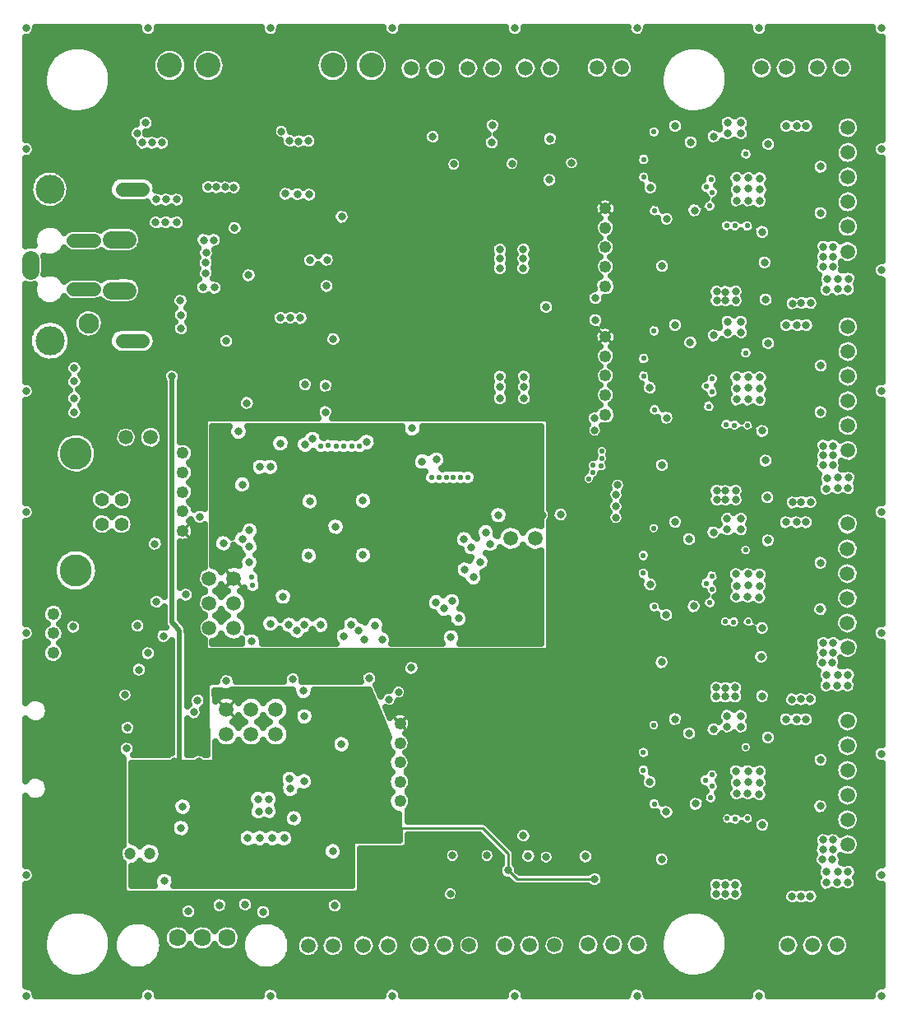
<source format=gbr>
G04 DipTrace 2.4.0.1*
%INVCC.gbr*%
%MOIN*%
%ADD15C,0.01*%
%ADD16C,0.02*%
%ADD17C,0.006*%
%ADD22C,0.025*%
%ADD23C,0.013*%
%ADD32C,0.0709*%
%ADD34C,0.0551*%
%ADD37C,0.1181*%
%ADD39C,0.0827*%
%ADD41C,0.0559*%
%ADD43C,0.1299*%
%ADD45C,0.0591*%
%ADD48C,0.1*%
%ADD51C,0.0705*%
%ADD64C,0.0492*%
%ADD77C,0.0472*%
%ADD99C,0.032*%
%ADD101C,0.022*%
%FSLAX44Y44*%
G04*
G70*
G90*
G75*
G01*
%LNInner2_Plane*%
%LPD*%
X9175Y22275D2*
D17*
X9125Y22325D1*
X6430Y9880D2*
D16*
Y9200D1*
X6630Y9000D1*
Y15200D1*
X6530Y15300D1*
Y15330D1*
X6330Y15530D1*
Y25480D1*
X19960Y5480D2*
D15*
Y6150D1*
X18910Y7200D1*
X14400D1*
X14110Y7490D1*
X23460Y5130D2*
X20310D1*
X19960Y5480D1*
D99*
X4493Y10413D3*
X5000Y13610D3*
X7420Y9880D3*
X6330Y25480D3*
X19960Y5480D3*
X23460Y5130D3*
X19960Y5480D3*
X17040Y16340D3*
X24325Y19775D3*
Y20225D3*
X17350Y16080D3*
X18830Y17975D3*
X6020Y5050D3*
X6900Y16650D3*
X9460Y17950D3*
X11700Y11720D3*
X11660Y12750D3*
X4430Y12590D3*
X10830Y16570D3*
X17700Y6080D3*
X18200Y17660D3*
X17950Y15680D3*
X8870Y31500D3*
X17610Y4540D3*
X18550Y17350D3*
X17680Y16380D3*
X8525Y26925D3*
X6700Y7200D3*
X6760Y8060D3*
X5360Y14280D3*
X7371Y12359D3*
X23500Y27770D3*
X16475Y22045D3*
X23490Y28660D3*
X23470Y23310D3*
X17050Y22120D3*
X23450Y23790D3*
X24325Y20700D3*
X24395Y21080D3*
X16900Y35190D3*
X19290Y34960D3*
X21650Y35110D3*
X2370Y25820D3*
Y25280D3*
X4930Y15390D3*
X7790Y33160D3*
X30170Y33510D3*
Y33050D3*
X30150Y32580D3*
X29690Y33080D3*
Y33520D3*
X29680Y32610D3*
X29220D3*
X29230Y33050D3*
X29210Y33520D3*
D101*
X28810Y31590D3*
X29150Y31580D3*
X29650D3*
X28130Y32380D3*
X28240Y32940D3*
X28000Y33150D3*
X28180Y33460D3*
X29590Y34500D3*
D99*
X30500Y34890D3*
X28290Y35210D3*
X32630Y33980D3*
X32620Y32100D3*
X30260Y31340D3*
X28410Y28560D3*
Y28920D3*
X29180D3*
X28770Y28560D3*
Y28910D3*
X29180Y28560D3*
X29400Y35330D3*
X28850D3*
X29400Y35760D3*
X28850D3*
X32040Y35620D3*
X31670D3*
X31230D3*
X26730Y35630D3*
D101*
X25893Y32195D3*
X25453Y33555D3*
Y34275D3*
X25873Y35385D3*
D99*
X26380Y31870D3*
X9890Y6790D3*
X10940Y32880D3*
X11410Y32870D3*
X11900Y32850D3*
X13210Y31950D3*
X11930Y30190D3*
X12610Y30210D3*
X12600Y29150D3*
X9440Y29580D3*
X7610Y31010D3*
X8030D3*
X7590Y29100D3*
X8060Y29080D3*
X7700Y29670D3*
Y30080D3*
X7710Y30490D3*
X10770Y35410D3*
X11100Y35020D3*
X11470Y35010D3*
X11860Y35020D3*
X5140Y34950D3*
X5540D3*
X5930D3*
X4910Y35340D3*
X12550Y25110D3*
Y24040D3*
X11720Y25160D3*
X9370Y24410D3*
X9400Y6790D3*
X10730Y27860D3*
X11130D3*
X11540Y27850D3*
X12870Y27000D3*
X19320Y35650D3*
X17750Y34080D3*
X20110Y34110D3*
X33133Y30735D3*
X33123Y30345D3*
X33113Y29945D3*
X32733Y30735D3*
X32723Y30345D3*
X32713Y29945D3*
X32883Y29435D3*
X33753Y29445D3*
X33333D3*
X32863Y29005D3*
X33733Y29015D3*
X33313D3*
X31483Y28445D3*
X32213Y28455D3*
X31843D3*
X26953Y28475D3*
X27683Y28485D3*
X27313D3*
X33133Y22675D3*
X26193Y29955D3*
X33123Y22285D3*
X33113Y21885D3*
X32733Y22675D3*
X32723Y22285D3*
X32713Y21885D3*
X32883Y21375D3*
X33753Y21385D3*
X33333D3*
X30170Y25450D3*
Y24990D3*
X30150Y24520D3*
X29690Y25020D3*
Y25460D3*
X29680Y24550D3*
X29220D3*
X29230Y24990D3*
X29210Y25460D3*
D101*
X28800Y23540D3*
X29140Y23510D3*
X29670Y23500D3*
X28090Y24270D3*
X28220Y24860D3*
X28000Y25090D3*
X28240Y25390D3*
X29590Y26440D3*
D99*
X30500Y26830D3*
X28290Y27150D3*
X32630Y25920D3*
X32620Y24040D3*
X30260Y23280D3*
X28410Y20500D3*
Y20860D3*
X29180D3*
X28770Y20500D3*
Y20850D3*
X29180Y20500D3*
X29400Y27270D3*
X28850D3*
X29400Y27700D3*
X28850D3*
X32040Y27560D3*
X31670D3*
X31230D3*
X26730Y27570D3*
D101*
X25893Y24135D3*
X25453Y25495D3*
Y26215D3*
X25873Y27325D3*
D99*
X26380Y23810D3*
X32863Y20945D3*
X33733Y20955D3*
X33313D3*
X31483Y20385D3*
X32213Y20395D3*
X31843D3*
X26953Y20415D3*
X27683Y20425D3*
X27313D3*
X26193Y21895D3*
X33120Y14695D3*
X33110Y14305D3*
X33100Y13905D3*
X32720Y14695D3*
X32710Y14305D3*
X32700Y13905D3*
X32870Y13395D3*
X33740Y13405D3*
X33320D3*
X30157Y17469D3*
Y17009D3*
X30137Y16539D3*
X29677Y17039D3*
Y17479D3*
X29667Y16569D3*
X29207D3*
X29217Y17009D3*
X29197Y17479D3*
D101*
X28750Y15550D3*
X29100Y15540D3*
X29690Y15550D3*
X28130Y16320D3*
X28220Y16870D3*
X27987Y17109D3*
X28220Y17400D3*
X29577Y18459D3*
D99*
X30487Y18849D3*
X28277Y19169D3*
X32617Y17939D3*
X32607Y16059D3*
X30247Y15299D3*
X28397Y12519D3*
Y12879D3*
X29167D3*
X28757Y12519D3*
Y12869D3*
X29167Y12519D3*
X29387Y19289D3*
X28837D3*
X29387Y19719D3*
X28837D3*
X32027Y19579D3*
X31657D3*
X31217D3*
X26717Y19589D3*
D101*
X25880Y16155D3*
X25440Y17515D3*
Y18235D3*
X25860Y19345D3*
D99*
X26367Y15829D3*
X32850Y12965D3*
X33720Y12975D3*
X33300D3*
X31470Y12405D3*
X32200Y12415D3*
X31830D3*
X26940Y12435D3*
X27670Y12445D3*
X27300D3*
X26180Y13915D3*
X33123Y6715D3*
X33113Y6325D3*
X33103Y5925D3*
X32723Y6715D3*
X32713Y6325D3*
X32703Y5925D3*
X32873Y5415D3*
X33743Y5425D3*
X33323D3*
X30160Y9490D3*
Y9030D3*
X30140Y8560D3*
X29680Y9060D3*
Y9500D3*
X29670Y8590D3*
X29210D3*
X29220Y9030D3*
X29200Y9500D3*
D101*
X28840Y7580D3*
X29160Y7560D3*
X29670Y7580D3*
X28170Y8420D3*
X28225Y8900D3*
X27950Y9125D3*
X28225Y9350D3*
X29590Y10470D3*
D99*
X30490Y10870D3*
X28280Y11190D3*
X32620Y9960D3*
X32610Y8080D3*
X30250Y7320D3*
X28400Y4540D3*
Y4900D3*
X29170D3*
X28760Y4540D3*
Y4890D3*
X29170Y4540D3*
X29390Y11310D3*
X28840D3*
X29390Y11740D3*
X28840D3*
X32030Y11600D3*
X31660D3*
X31220D3*
X26720Y11610D3*
D101*
X25883Y8175D3*
X25443Y9535D3*
Y10255D3*
X25863Y11365D3*
D99*
X26370Y7850D3*
X32853Y4985D3*
X33723Y4995D3*
X33303D3*
X31473Y4425D3*
X32203Y4435D3*
X31833D3*
X26943Y4455D3*
X27673Y4465D3*
X27303D3*
X26183Y5935D3*
X22530Y34130D3*
X19625Y30250D3*
X20575D3*
Y29875D3*
X19625D3*
X20575Y30625D3*
X19625D3*
X21625Y33450D3*
X410Y39590D3*
X8140Y33150D3*
X19100Y6080D3*
X21500Y6025D3*
X10390Y6790D3*
X10880Y6780D3*
X8490Y33150D3*
X11275Y7600D3*
X11130Y8780D3*
X11680Y9090D3*
X11100Y9180D3*
X9825Y8375D3*
X4520Y11260D3*
X8840Y33140D3*
X15510Y12700D3*
X15140Y12410D3*
X14850Y14830D3*
X14560Y15410D3*
X14120Y14820D3*
X13900Y15200D3*
X13600Y15425D3*
X13300Y14970D3*
X11700Y15425D3*
X12350D3*
X12025Y15225D3*
X11230Y13220D3*
X14330Y13260D3*
X8540Y13150D3*
X20600Y25475D3*
Y25075D3*
Y24600D3*
X19625Y25475D3*
Y25075D3*
Y24600D3*
X21500Y28300D3*
X21150Y27675D3*
X21475D3*
X21800D3*
X22125D3*
X21150Y27350D3*
X21475D3*
X21800D3*
X22125D3*
X10310Y21820D3*
X9900D3*
X14575Y23275D3*
X10250Y8375D3*
Y7900D3*
X19050Y19175D3*
X18175Y18900D3*
X18475Y18575D3*
X9850Y7875D3*
X10725Y22775D3*
X11725Y22725D3*
X12025Y22950D3*
X14220Y22830D3*
X16070Y23380D3*
X9025Y23250D3*
X9475Y18600D3*
X9180Y18900D3*
X11390Y15200D3*
X11075Y15425D3*
X5375Y16175D3*
X20775Y6070D3*
X16730Y6130D3*
X15225Y5210D3*
X30260Y2460D3*
X24040Y5080D3*
X21555Y4550D3*
X16340Y5020D3*
X13200Y10590D3*
X12850Y6260D3*
X10030Y3800D3*
X12925Y4060D3*
X19560Y19870D3*
X21350Y19875D3*
X19740Y21390D3*
X9675Y15450D3*
X10325Y15475D3*
X9125Y22325D3*
X21860Y21360D3*
X5700Y16360D3*
X5980Y14970D3*
X5640Y18710D3*
X2325Y15350D3*
X23100Y6050D3*
X6990Y3825D3*
X8255Y4075D3*
X9300Y4100D3*
X7410Y11010D3*
X10675Y14100D3*
X9575Y14750D3*
X9180Y21110D3*
X9475Y19250D3*
X7670Y8700D3*
X6675Y28550D3*
X6700Y27975D3*
Y27425D3*
X6100Y32650D3*
X6075Y31725D3*
X6525D3*
Y32650D3*
X5700D3*
X5675Y31725D3*
X410Y410D3*
X35090Y39590D3*
Y410D3*
X4930Y5460D3*
X6970Y5920D3*
X8790Y5140D3*
X13860Y11520D3*
X12870Y5560D3*
X14110Y7490D3*
X6430Y9880D3*
X12960Y19400D3*
X11910Y20430D3*
X14070Y20460D3*
Y18250D3*
X11870Y18230D3*
X410Y5300D3*
Y15100D3*
Y20000D3*
Y24900D3*
Y34690D3*
X35090D3*
Y29790D3*
Y24900D3*
X5360Y39590D3*
X35090Y20000D3*
Y15100D3*
Y10200D3*
Y5310D3*
X10320Y39590D3*
X15270D3*
X20230D3*
X25180D3*
X30130D3*
X5360Y410D3*
X10320D3*
X15270D3*
X20230D3*
X25180D3*
X30130D3*
X20570Y6890D3*
X7210Y11880D3*
X16040Y13680D3*
X17640Y14920D3*
D101*
X16870Y21400D3*
D99*
X19240Y18710D3*
X22080Y19890D3*
X25700Y9070D3*
X27560Y8180D3*
X27300Y11030D3*
X25710Y17060D3*
X27290Y18900D3*
X30250Y12540D3*
X30210Y14130D3*
X27480Y16180D3*
X30460Y20590D3*
X30390Y22080D3*
X25700Y25020D3*
X27340Y26860D3*
X30350Y30100D3*
X30400Y28600D3*
X25720Y33130D3*
X27360Y34970D3*
X27510Y32210D3*
X5260Y35760D3*
X7460Y19800D3*
X8410Y18730D3*
X2370Y24610D3*
Y24040D3*
D101*
X12350Y22670D3*
X12670Y22680D3*
X12980Y22670D3*
X13290D3*
X13610D3*
X13920Y22660D3*
X9560Y17360D3*
X9600Y17030D3*
X17170Y21400D3*
X17460D3*
X18020D3*
X17740D3*
X18320D3*
X23750Y22450D3*
Y22150D3*
X23740Y21850D3*
X23390Y21880D3*
X23380Y21590D3*
X23220Y21340D3*
X736Y39366D2*
D22*
X5034D1*
X5685D2*
X9995D1*
X10646D2*
X14944D1*
X15596D2*
X19905D1*
X20556D2*
X24854D1*
X25506D2*
X29803D1*
X30455D2*
X34764D1*
X410Y39118D2*
X35089D1*
X410Y38869D2*
X2335D1*
X2666D2*
X27335D1*
X27666D2*
X35089D1*
X410Y38620D2*
X1674D1*
X3326D2*
X5749D1*
X6732D2*
X7307D1*
X8295D2*
X12358D1*
X13342D2*
X13917D1*
X14904D2*
X26674D1*
X28326D2*
X35089D1*
X410Y38372D2*
X1409D1*
X3592D2*
X5561D1*
X6916D2*
X7124D1*
X8478D2*
X12171D1*
X13529D2*
X13733D1*
X15088D2*
X15698D1*
X16322D2*
X16698D1*
X17322D2*
X17979D1*
X18658D2*
X18979D1*
X19658D2*
X20311D1*
X20990D2*
X21311D1*
X21990D2*
X23198D1*
X23924D2*
X24198D1*
X24924D2*
X26409D1*
X28592D2*
X29878D1*
X30584D2*
X30878D1*
X31584D2*
X32128D1*
X32853D2*
X33128D1*
X33853D2*
X35089D1*
X410Y38123D2*
X1249D1*
X3752D2*
X5503D1*
X6978D2*
X7062D1*
X8537D2*
X12112D1*
X13588D2*
X13670D1*
X15150D2*
X15506D1*
X17514D2*
X17807D1*
X19830D2*
X20139D1*
X22162D2*
X23042D1*
X25076D2*
X26249D1*
X28752D2*
X29714D1*
X31744D2*
X31971D1*
X34006D2*
X35089D1*
X410Y37874D2*
X1151D1*
X3849D2*
X5530D1*
X6951D2*
X7087D1*
X8510D2*
X12139D1*
X13560D2*
X13703D1*
X15119D2*
X15479D1*
X17541D2*
X17796D1*
X19846D2*
X20124D1*
X22178D2*
X23038D1*
X25080D2*
X26151D1*
X28849D2*
X29706D1*
X31756D2*
X31967D1*
X34014D2*
X35089D1*
X410Y37625D2*
X1104D1*
X3896D2*
X5663D1*
X6818D2*
X7221D1*
X8377D2*
X12272D1*
X13428D2*
X13835D1*
X14986D2*
X15592D1*
X16428D2*
X16592D1*
X17428D2*
X17921D1*
X18721D2*
X18921D1*
X19721D2*
X20249D1*
X21053D2*
X21249D1*
X22053D2*
X23178D1*
X23943D2*
X24178D1*
X24943D2*
X26104D1*
X28896D2*
X29839D1*
X30623D2*
X30839D1*
X31623D2*
X32108D1*
X32873D2*
X33108D1*
X33873D2*
X35089D1*
X410Y37377D2*
X1104D1*
X3896D2*
X6085D1*
X6392D2*
X7647D1*
X7955D2*
X12698D1*
X13002D2*
X14256D1*
X14564D2*
X26104D1*
X28896D2*
X35089D1*
X410Y37128D2*
X1151D1*
X3849D2*
X26151D1*
X28849D2*
X35089D1*
X410Y36879D2*
X1245D1*
X3752D2*
X26245D1*
X28752D2*
X35089D1*
X410Y36631D2*
X1409D1*
X3592D2*
X26409D1*
X28592D2*
X35089D1*
X410Y36382D2*
X1671D1*
X3326D2*
X26671D1*
X28326D2*
X35089D1*
X410Y36133D2*
X2311D1*
X2685D2*
X5202D1*
X5319D2*
X27311D1*
X27685D2*
X29342D1*
X29457D2*
X35089D1*
X410Y35885D2*
X4881D1*
X5639D2*
X19003D1*
X19639D2*
X26428D1*
X27029D2*
X28471D1*
X29779D2*
X30940D1*
X32330D2*
X33307D1*
X34139D2*
X35089D1*
X410Y35636D2*
X4690D1*
X5639D2*
X10471D1*
X11068D2*
X18921D1*
X19721D2*
X25643D1*
X26103D2*
X26331D1*
X27131D2*
X28471D1*
X29779D2*
X30831D1*
X32439D2*
X33194D1*
X34252D2*
X35089D1*
X410Y35387D2*
X4534D1*
X5326D2*
X10389D1*
X11201D2*
X11760D1*
X11961D2*
X16557D1*
X17244D2*
X19026D1*
X19611D2*
X21374D1*
X21928D2*
X25522D1*
X26224D2*
X26421D1*
X27041D2*
X27936D1*
X29795D2*
X30913D1*
X32357D2*
X33217D1*
X34228D2*
X35089D1*
X410Y35139D2*
X4592D1*
X6279D2*
X10518D1*
X12240D2*
X16503D1*
X17295D2*
X18936D1*
X19646D2*
X21253D1*
X22049D2*
X25635D1*
X26111D2*
X26999D1*
X27721D2*
X27897D1*
X29748D2*
X30194D1*
X30806D2*
X33405D1*
X34041D2*
X35089D1*
X752Y34890D2*
X4745D1*
X6326D2*
X10725D1*
X12236D2*
X16651D1*
X17150D2*
X18897D1*
X19681D2*
X21323D1*
X21978D2*
X26967D1*
X27752D2*
X28069D1*
X28510D2*
X30100D1*
X30900D2*
X33315D1*
X34127D2*
X34749D1*
X806Y34641D2*
X4901D1*
X6166D2*
X11378D1*
X11562D2*
X19069D1*
X19514D2*
X27155D1*
X27564D2*
X29272D1*
X29908D2*
X30194D1*
X30806D2*
X33194D1*
X34248D2*
X34694D1*
X662Y34393D2*
X17557D1*
X17943D2*
X19870D1*
X20349D2*
X22268D1*
X22795D2*
X25124D1*
X25783D2*
X29256D1*
X29920D2*
X33210D1*
X34228D2*
X34839D1*
X410Y34144D2*
X17378D1*
X18123D2*
X19733D1*
X20490D2*
X22151D1*
X22908D2*
X25131D1*
X25775D2*
X32268D1*
X32994D2*
X33385D1*
X34053D2*
X35089D1*
X410Y33895D2*
X17421D1*
X18076D2*
X19803D1*
X20416D2*
X22241D1*
X22822D2*
X32241D1*
X33021D2*
X33319D1*
X34119D2*
X35089D1*
X410Y33646D2*
X788D1*
X1967D2*
X21280D1*
X21971D2*
X25116D1*
X25791D2*
X27889D1*
X28471D2*
X28831D1*
X30545D2*
X32432D1*
X32826D2*
X33194D1*
X34244D2*
X35089D1*
X410Y33398D2*
X616D1*
X2139D2*
X3854D1*
X5592D2*
X7475D1*
X9139D2*
X21229D1*
X22021D2*
X25143D1*
X26006D2*
X27764D1*
X28525D2*
X28831D1*
X30553D2*
X33210D1*
X34232D2*
X35089D1*
X410Y33149D2*
X549D1*
X2205D2*
X3753D1*
X5697D2*
X7389D1*
X9240D2*
X10655D1*
X12150D2*
X21378D1*
X21873D2*
X25319D1*
X26119D2*
X27651D1*
X28514D2*
X28842D1*
X30556D2*
X33378D1*
X34060D2*
X35089D1*
X410Y32900D2*
X565D1*
X2189D2*
X3772D1*
X6830D2*
X7495D1*
X9154D2*
X10542D1*
X12295D2*
X25397D1*
X26041D2*
X27768D1*
X28588D2*
X28862D1*
X30537D2*
X33323D1*
X34115D2*
X35089D1*
X410Y32652D2*
X667D1*
X2092D2*
X3944D1*
X6924D2*
X10616D1*
X12244D2*
X23589D1*
X24209D2*
X27928D1*
X28416D2*
X28823D1*
X30545D2*
X33194D1*
X34244D2*
X35089D1*
X410Y32403D2*
X901D1*
X1853D2*
X5393D1*
X6834D2*
X23428D1*
X24373D2*
X25620D1*
X26170D2*
X27163D1*
X28478D2*
X28881D1*
X30506D2*
X32374D1*
X32865D2*
X33206D1*
X34232D2*
X35089D1*
X410Y32154D2*
X12870D1*
X13549D2*
X23436D1*
X24365D2*
X25546D1*
X26650D2*
X27116D1*
X28389D2*
X32225D1*
X33017D2*
X33374D1*
X34068D2*
X35089D1*
X410Y31906D2*
X5323D1*
X6877D2*
X12811D1*
X13607D2*
X23620D1*
X24178D2*
X25721D1*
X26779D2*
X27264D1*
X27756D2*
X28710D1*
X28912D2*
X32276D1*
X32967D2*
X33331D1*
X34111D2*
X35089D1*
X410Y31657D2*
X5280D1*
X6920D2*
X8506D1*
X9236D2*
X12952D1*
X13471D2*
X23464D1*
X24338D2*
X26046D1*
X26713D2*
X28467D1*
X30486D2*
X33198D1*
X34244D2*
X35089D1*
X410Y31408D2*
X850D1*
X1904D2*
X2069D1*
X4971D2*
X5448D1*
X6752D2*
X8483D1*
X9260D2*
X23444D1*
X24357D2*
X28514D1*
X30654D2*
X33206D1*
X34236D2*
X35089D1*
X410Y31160D2*
X717D1*
X5103D2*
X7241D1*
X8400D2*
X8686D1*
X9053D2*
X23596D1*
X24201D2*
X29905D1*
X30615D2*
X33366D1*
X34072D2*
X35089D1*
X410Y30911D2*
X698D1*
X5111D2*
X7225D1*
X8416D2*
X19358D1*
X19892D2*
X20307D1*
X20842D2*
X23479D1*
X24318D2*
X32378D1*
X34103D2*
X35089D1*
X4994Y30662D2*
X7350D1*
X8193D2*
X19225D1*
X20021D2*
X20178D1*
X20974D2*
X23436D1*
X24361D2*
X32342D1*
X34244D2*
X35089D1*
X1728Y30414D2*
X7319D1*
X8103D2*
X11604D1*
X12951D2*
X19264D1*
X19986D2*
X20214D1*
X20935D2*
X23553D1*
X24248D2*
X30120D1*
X30580D2*
X32331D1*
X34240D2*
X35089D1*
X1185Y30165D2*
X7311D1*
X8092D2*
X11530D1*
X13006D2*
X19233D1*
X20014D2*
X20186D1*
X20967D2*
X23503D1*
X24299D2*
X25858D1*
X26529D2*
X29956D1*
X30744D2*
X32370D1*
X34088D2*
X35089D1*
X1185Y29916D2*
X7339D1*
X8060D2*
X9249D1*
X9631D2*
X11647D1*
X12213D2*
X12351D1*
X12869D2*
X19229D1*
X20021D2*
X20178D1*
X20974D2*
X23436D1*
X24365D2*
X25796D1*
X26592D2*
X29999D1*
X30701D2*
X32315D1*
X33514D2*
X34714D1*
X1178Y29667D2*
X1262D1*
X1490D2*
X7299D1*
X8099D2*
X9049D1*
X9830D2*
X19288D1*
X19963D2*
X20237D1*
X20912D2*
X23518D1*
X24279D2*
X25928D1*
X26459D2*
X32436D1*
X34080D2*
X34710D1*
X1924Y29419D2*
X2040D1*
X4912D2*
X7366D1*
X8244D2*
X9077D1*
X9803D2*
X12315D1*
X12885D2*
X23506D1*
X24291D2*
X32483D1*
X34150D2*
X35014D1*
X410Y29170D2*
X714D1*
X5088D2*
X7198D1*
X8447D2*
X12202D1*
X12998D2*
X23417D1*
X24385D2*
X28104D1*
X29486D2*
X32503D1*
X34099D2*
X35089D1*
X410Y28921D2*
X702D1*
X5119D2*
X6600D1*
X6749D2*
X7237D1*
X8424D2*
X12276D1*
X12924D2*
X23198D1*
X24330D2*
X28010D1*
X29580D2*
X30182D1*
X30619D2*
X32471D1*
X34123D2*
X35089D1*
X410Y28673D2*
X792D1*
X5033D2*
X6296D1*
X7053D2*
X21436D1*
X21565D2*
X23089D1*
X23889D2*
X28026D1*
X29564D2*
X30006D1*
X30791D2*
X31159D1*
X32545D2*
X32664D1*
X33912D2*
X35089D1*
X410Y28424D2*
X1065D1*
X1689D2*
X3694D1*
X4689D2*
X6296D1*
X7053D2*
X21120D1*
X21877D2*
X23174D1*
X23806D2*
X28034D1*
X29553D2*
X30046D1*
X30756D2*
X31085D1*
X32611D2*
X35089D1*
X410Y28175D2*
X2604D1*
X3303D2*
X6358D1*
X7041D2*
X10503D1*
X11752D2*
X21120D1*
X21877D2*
X31198D1*
X32486D2*
X35089D1*
X410Y27927D2*
X2370D1*
X3537D2*
X6303D1*
X7096D2*
X10335D1*
X11931D2*
X21440D1*
X21556D2*
X23135D1*
X23865D2*
X26589D1*
X26869D2*
X28526D1*
X29724D2*
X31128D1*
X31334D2*
X31569D1*
X31772D2*
X31936D1*
X32141D2*
X33424D1*
X34021D2*
X35089D1*
X410Y27678D2*
X940D1*
X1814D2*
X2299D1*
X3603D2*
X6397D1*
X7002D2*
X10378D1*
X11896D2*
X23112D1*
X23889D2*
X26346D1*
X27115D2*
X28452D1*
X29799D2*
X30850D1*
X32420D2*
X33221D1*
X34224D2*
X35089D1*
X410Y27429D2*
X659D1*
X2096D2*
X2335D1*
X3572D2*
X4081D1*
X5369D2*
X6299D1*
X7099D2*
X23319D1*
X24236D2*
X25542D1*
X26205D2*
X26357D1*
X27103D2*
X28014D1*
X29764D2*
X30854D1*
X32416D2*
X33194D1*
X34256D2*
X35089D1*
X410Y27181D2*
X534D1*
X2221D2*
X2495D1*
X3408D2*
X3807D1*
X5642D2*
X6389D1*
X7010D2*
X8225D1*
X8826D2*
X12518D1*
X13224D2*
X23424D1*
X24377D2*
X25557D1*
X26189D2*
X27120D1*
X27560D2*
X27893D1*
X29791D2*
X30342D1*
X30658D2*
X33296D1*
X34150D2*
X35089D1*
X410Y26932D2*
X499D1*
X2260D2*
X3745D1*
X5705D2*
X8124D1*
X8924D2*
X12475D1*
X13264D2*
X23440D1*
X24357D2*
X26948D1*
X27732D2*
X27960D1*
X29037D2*
X29216D1*
X29588D2*
X30116D1*
X30885D2*
X33440D1*
X34002D2*
X35089D1*
X410Y26683D2*
X534D1*
X2221D2*
X3803D1*
X5642D2*
X8214D1*
X8838D2*
X12643D1*
X13096D2*
X23651D1*
X24146D2*
X26983D1*
X27697D2*
X29350D1*
X29830D2*
X30131D1*
X30869D2*
X33221D1*
X34217D2*
X35089D1*
X410Y26435D2*
X655D1*
X2099D2*
X4069D1*
X5381D2*
X23456D1*
X24346D2*
X25190D1*
X25717D2*
X29241D1*
X29939D2*
X33186D1*
X34252D2*
X35089D1*
X410Y26186D2*
X928D1*
X1826D2*
X2264D1*
X2476D2*
X23448D1*
X24349D2*
X25104D1*
X25803D2*
X29362D1*
X29818D2*
X32342D1*
X32920D2*
X33284D1*
X34154D2*
X35089D1*
X410Y25937D2*
X1991D1*
X2752D2*
X23628D1*
X24174D2*
X25260D1*
X25646D2*
X32229D1*
X33029D2*
X33448D1*
X33990D2*
X35089D1*
X410Y25688D2*
X1995D1*
X2748D2*
X5995D1*
X6666D2*
X19292D1*
X19959D2*
X20268D1*
X20931D2*
X23471D1*
X24330D2*
X25167D1*
X25740D2*
X28089D1*
X28392D2*
X28889D1*
X30486D2*
X32311D1*
X32951D2*
X33225D1*
X34217D2*
X35089D1*
X410Y25440D2*
X2006D1*
X2732D2*
X5932D1*
X6728D2*
X11444D1*
X11994D2*
X12346D1*
X12752D2*
X19225D1*
X20021D2*
X20202D1*
X20998D2*
X23440D1*
X24361D2*
X25108D1*
X25799D2*
X27893D1*
X28588D2*
X28811D1*
X30568D2*
X33186D1*
X34252D2*
X35089D1*
X670Y25191D2*
X1979D1*
X2760D2*
X5991D1*
X6670D2*
X11323D1*
X12939D2*
X19245D1*
X20006D2*
X20217D1*
X20982D2*
X23577D1*
X24224D2*
X25315D1*
X26060D2*
X27667D1*
X28521D2*
X28889D1*
X30510D2*
X33280D1*
X34158D2*
X34831D1*
X806Y24942D2*
X2171D1*
X2568D2*
X5991D1*
X6670D2*
X11389D1*
X12049D2*
X12187D1*
X12912D2*
X19249D1*
X20002D2*
X20225D1*
X20974D2*
X23491D1*
X24310D2*
X25307D1*
X26092D2*
X27686D1*
X28560D2*
X28835D1*
X30568D2*
X33460D1*
X33982D2*
X34694D1*
X748Y24694D2*
X1979D1*
X2760D2*
X5991D1*
X6670D2*
X9100D1*
X9639D2*
X19237D1*
X20014D2*
X20214D1*
X20986D2*
X23436D1*
X24365D2*
X25491D1*
X25908D2*
X27917D1*
X28525D2*
X28850D1*
X30506D2*
X33229D1*
X34213D2*
X34753D1*
X410Y24445D2*
X2006D1*
X2732D2*
X5991D1*
X6670D2*
X8971D1*
X9767D2*
X19260D1*
X19990D2*
X20233D1*
X20967D2*
X23538D1*
X24264D2*
X25772D1*
X26018D2*
X27792D1*
X28389D2*
X28835D1*
X30541D2*
X33186D1*
X34252D2*
X35089D1*
X410Y24196D2*
X2003D1*
X2736D2*
X5991D1*
X6670D2*
X9038D1*
X9705D2*
X12186D1*
X12916D2*
X23491D1*
X24306D2*
X25549D1*
X26236D2*
X27749D1*
X28431D2*
X29069D1*
X29369D2*
X29530D1*
X29830D2*
X29937D1*
X30365D2*
X32253D1*
X32986D2*
X33276D1*
X34162D2*
X35089D1*
X410Y23948D2*
X1983D1*
X2760D2*
X5991D1*
X6670D2*
X12163D1*
X12939D2*
X23085D1*
X24385D2*
X25604D1*
X26752D2*
X32233D1*
X33010D2*
X33471D1*
X33971D2*
X35089D1*
X410Y23699D2*
X2190D1*
X2553D2*
X5991D1*
X6670D2*
X7659D1*
X21619D2*
X23061D1*
X24318D2*
X25999D1*
X26764D2*
X28491D1*
X29928D2*
X32440D1*
X32803D2*
X33229D1*
X34209D2*
X35089D1*
X410Y23450D2*
X4202D1*
X4721D2*
X5163D1*
X5760D2*
X5991D1*
X6670D2*
X7631D1*
X21646D2*
X23120D1*
X23822D2*
X26249D1*
X26509D2*
X28464D1*
X30619D2*
X33186D1*
X34252D2*
X35089D1*
X410Y23202D2*
X2171D1*
X2693D2*
X3979D1*
X6670D2*
X7631D1*
X21646D2*
X23108D1*
X23834D2*
X29014D1*
X29268D2*
X29581D1*
X29758D2*
X29870D1*
X30650D2*
X33276D1*
X34166D2*
X35089D1*
X410Y22953D2*
X1768D1*
X3096D2*
X3948D1*
X6670D2*
X7631D1*
X21646D2*
X30053D1*
X30467D2*
X32456D1*
X33412D2*
X33498D1*
X33951D2*
X35089D1*
X410Y22704D2*
X1608D1*
X3252D2*
X4061D1*
X4861D2*
X5034D1*
X5885D2*
X5991D1*
X7127D2*
X7631D1*
X21646D2*
X23557D1*
X23943D2*
X32335D1*
X34209D2*
X35089D1*
X410Y22456D2*
X1546D1*
X3318D2*
X5991D1*
X7256D2*
X7631D1*
X21646D2*
X23421D1*
X24080D2*
X32366D1*
X34256D2*
X35089D1*
X410Y22207D2*
X1557D1*
X3306D2*
X5991D1*
X7228D2*
X7631D1*
X21646D2*
X23424D1*
X24076D2*
X25960D1*
X26428D2*
X30010D1*
X30767D2*
X32331D1*
X34178D2*
X35089D1*
X410Y21958D2*
X1647D1*
X3217D2*
X5991D1*
X7080D2*
X7631D1*
X21646D2*
X23069D1*
X24049D2*
X25799D1*
X26588D2*
X30010D1*
X30771D2*
X32319D1*
X33506D2*
X35089D1*
X410Y21709D2*
X1850D1*
X3014D2*
X5991D1*
X7244D2*
X7631D1*
X21646D2*
X23073D1*
X24037D2*
X25842D1*
X26545D2*
X30307D1*
X30471D2*
X32358D1*
X33967D2*
X35089D1*
X410Y21461D2*
X5991D1*
X7240D2*
X7631D1*
X21646D2*
X22917D1*
X23681D2*
X32495D1*
X34146D2*
X35089D1*
X410Y21212D2*
X5991D1*
X7060D2*
X7631D1*
X21646D2*
X22917D1*
X23521D2*
X24042D1*
X24748D2*
X28256D1*
X28564D2*
X28649D1*
X28893D2*
X29026D1*
X29334D2*
X32522D1*
X34111D2*
X35089D1*
X410Y20963D2*
X3323D1*
X3674D2*
X4112D1*
X4459D2*
X5991D1*
X7232D2*
X7631D1*
X21646D2*
X24034D1*
X24756D2*
X28026D1*
X29564D2*
X32464D1*
X34135D2*
X35089D1*
X410Y20715D2*
X3030D1*
X4752D2*
X5991D1*
X7252D2*
X7631D1*
X21646D2*
X23944D1*
X24705D2*
X28038D1*
X29549D2*
X30081D1*
X30838D2*
X31280D1*
X32435D2*
X32543D1*
X34045D2*
X35089D1*
X410Y20466D2*
X2979D1*
X4803D2*
X5991D1*
X7111D2*
X7631D1*
X21646D2*
X24034D1*
X24615D2*
X28010D1*
X29580D2*
X30081D1*
X30838D2*
X31092D1*
X32607D2*
X35089D1*
X740Y20217D2*
X3061D1*
X4721D2*
X5991D1*
X7217D2*
X7631D1*
X21646D2*
X21874D1*
X22287D2*
X23944D1*
X24705D2*
X28139D1*
X29451D2*
X31124D1*
X32568D2*
X34760D1*
X810Y19969D2*
X3296D1*
X3701D2*
X4081D1*
X4490D2*
X5991D1*
X22471D2*
X24003D1*
X24646D2*
X28534D1*
X29693D2*
X33452D1*
X33967D2*
X34690D1*
X685Y19720D2*
X3026D1*
X4756D2*
X5991D1*
X22439D2*
X23948D1*
X24701D2*
X26342D1*
X27096D2*
X28436D1*
X29787D2*
X30846D1*
X32400D2*
X33217D1*
X34201D2*
X34815D1*
X410Y19471D2*
X2979D1*
X4803D2*
X5991D1*
X21646D2*
X24116D1*
X24533D2*
X25557D1*
X26162D2*
X26333D1*
X27099D2*
X28030D1*
X29740D2*
X30835D1*
X32412D2*
X33178D1*
X34244D2*
X35089D1*
X410Y19223D2*
X3069D1*
X4713D2*
X5991D1*
X7260D2*
X7631D1*
X21646D2*
X25557D1*
X26166D2*
X26616D1*
X26822D2*
X27073D1*
X27506D2*
X27881D1*
X29783D2*
X30428D1*
X30544D2*
X31077D1*
X31357D2*
X31518D1*
X31799D2*
X31885D1*
X32166D2*
X33268D1*
X34154D2*
X35089D1*
X410Y18974D2*
X5350D1*
X7181D2*
X7631D1*
X21646D2*
X26897D1*
X27681D2*
X27932D1*
X29064D2*
X29163D1*
X29615D2*
X30108D1*
X30865D2*
X33471D1*
X33943D2*
X35089D1*
X410Y18725D2*
X5241D1*
X6670D2*
X7631D1*
X21646D2*
X26932D1*
X27646D2*
X29405D1*
X29752D2*
X30108D1*
X30865D2*
X33221D1*
X34193D2*
X35089D1*
X410Y18477D2*
X2061D1*
X2803D2*
X5323D1*
X6670D2*
X7631D1*
X21646D2*
X25198D1*
X25681D2*
X29249D1*
X29908D2*
X30421D1*
X30550D2*
X33174D1*
X34240D2*
X35089D1*
X410Y18228D2*
X1714D1*
X3146D2*
X5991D1*
X6670D2*
X7631D1*
X21646D2*
X25092D1*
X25791D2*
X29354D1*
X29803D2*
X32354D1*
X32881D2*
X33256D1*
X34158D2*
X35089D1*
X410Y17979D2*
X1561D1*
X3303D2*
X5991D1*
X6670D2*
X7631D1*
X21646D2*
X25214D1*
X25666D2*
X32221D1*
X33014D2*
X33483D1*
X33931D2*
X35089D1*
X410Y17730D2*
X1499D1*
X3365D2*
X5991D1*
X6670D2*
X7542D1*
X21646D2*
X25174D1*
X25709D2*
X28893D1*
X30451D2*
X32280D1*
X32955D2*
X33221D1*
X34193D2*
X35089D1*
X410Y17482D2*
X1503D1*
X3357D2*
X5991D1*
X6670D2*
X7339D1*
X21646D2*
X25092D1*
X25787D2*
X27881D1*
X28560D2*
X28796D1*
X30556D2*
X33174D1*
X34240D2*
X35089D1*
X410Y17233D2*
X1581D1*
X3279D2*
X5991D1*
X6670D2*
X7311D1*
X21646D2*
X25253D1*
X26068D2*
X27663D1*
X28525D2*
X28889D1*
X30482D2*
X33253D1*
X34162D2*
X35089D1*
X410Y16984D2*
X1756D1*
X3103D2*
X5991D1*
X7096D2*
X7413D1*
X21646D2*
X25319D1*
X26103D2*
X27663D1*
X28549D2*
X28819D1*
X30556D2*
X33495D1*
X33920D2*
X35089D1*
X410Y16736D2*
X2214D1*
X2646D2*
X5991D1*
X7291D2*
X7549D1*
X21646D2*
X25499D1*
X25924D2*
X27901D1*
X28541D2*
X28846D1*
X30482D2*
X33225D1*
X34189D2*
X35089D1*
X410Y16487D2*
X5323D1*
X7264D2*
X7339D1*
X21646D2*
X27241D1*
X27721D2*
X27827D1*
X28435D2*
X28815D1*
X30533D2*
X33174D1*
X34240D2*
X35089D1*
X410Y16238D2*
X1217D1*
X1822D2*
X5319D1*
X6670D2*
X7307D1*
X21646D2*
X25542D1*
X26221D2*
X27085D1*
X28471D2*
X29006D1*
X30385D2*
X32253D1*
X32963D2*
X33249D1*
X34166D2*
X35089D1*
X410Y15990D2*
X1049D1*
X1990D2*
X5991D1*
X6670D2*
X7409D1*
X21646D2*
X25577D1*
X26732D2*
X27131D1*
X27826D2*
X32214D1*
X33002D2*
X33510D1*
X33904D2*
X35089D1*
X410Y15741D2*
X1053D1*
X1986D2*
X4772D1*
X5088D2*
X5991D1*
X6670D2*
X7600D1*
X21646D2*
X25979D1*
X26756D2*
X28487D1*
X29951D2*
X32385D1*
X32830D2*
X33229D1*
X34185D2*
X35089D1*
X410Y15492D2*
X1229D1*
X1810D2*
X1953D1*
X2697D2*
X4546D1*
X5314D2*
X5991D1*
X6826D2*
X7366D1*
X21646D2*
X26178D1*
X26556D2*
X28424D1*
X30596D2*
X33171D1*
X34244D2*
X35089D1*
X783Y15244D2*
X1065D1*
X2709D2*
X4561D1*
X5299D2*
X5698D1*
X6967D2*
X7327D1*
X21646D2*
X28940D1*
X29260D2*
X29850D1*
X30642D2*
X33249D1*
X34166D2*
X34717D1*
X795Y14995D2*
X1042D1*
X1998D2*
X2178D1*
X2471D2*
X5581D1*
X6971D2*
X7432D1*
X21646D2*
X30003D1*
X30490D2*
X32471D1*
X33369D2*
X33546D1*
X33877D2*
X34706D1*
X560Y14746D2*
X1178D1*
X1861D2*
X5655D1*
X6971D2*
X7631D1*
X21646D2*
X32323D1*
X34185D2*
X34940D1*
X410Y14498D2*
X1081D1*
X1959D2*
X5030D1*
X5689D2*
X6292D1*
X6971D2*
X7635D1*
X21639D2*
X30112D1*
X30305D2*
X32366D1*
X34244D2*
X35089D1*
X410Y14249D2*
X1038D1*
X2006D2*
X4960D1*
X5760D2*
X6292D1*
X6971D2*
X25987D1*
X26377D2*
X29831D1*
X30592D2*
X32315D1*
X34178D2*
X35089D1*
X410Y14000D2*
X1139D1*
X1900D2*
X5085D1*
X5635D2*
X6292D1*
X6971D2*
X15819D1*
X16260D2*
X25792D1*
X26572D2*
X29835D1*
X30588D2*
X32311D1*
X33486D2*
X33607D1*
X33810D2*
X35089D1*
X410Y13751D2*
X4628D1*
X5373D2*
X6292D1*
X6971D2*
X15647D1*
X16431D2*
X25819D1*
X26545D2*
X32335D1*
X33486D2*
X33575D1*
X33908D2*
X35089D1*
X410Y13503D2*
X4616D1*
X5385D2*
X6292D1*
X6971D2*
X8389D1*
X8693D2*
X10960D1*
X11502D2*
X14018D1*
X14642D2*
X15686D1*
X16396D2*
X32487D1*
X34127D2*
X35089D1*
X410Y13254D2*
X4858D1*
X5142D2*
X6292D1*
X6971D2*
X8155D1*
X8924D2*
X10831D1*
X11627D2*
X13928D1*
X14728D2*
X32499D1*
X34107D2*
X35089D1*
X410Y13005D2*
X6292D1*
X6971D2*
X7737D1*
X14631D2*
X15303D1*
X15717D2*
X28018D1*
X29545D2*
X32452D1*
X34119D2*
X35089D1*
X410Y12757D2*
X4092D1*
X4767D2*
X6292D1*
X6971D2*
X7710D1*
X14736D2*
X15038D1*
X15885D2*
X28018D1*
X29545D2*
X29921D1*
X30580D2*
X31315D1*
X32377D2*
X32514D1*
X34049D2*
X35089D1*
X410Y12508D2*
X4061D1*
X4799D2*
X6292D1*
X15834D2*
X27999D1*
X29568D2*
X29850D1*
X30650D2*
X31085D1*
X32588D2*
X35089D1*
X1240Y12259D2*
X4276D1*
X4584D2*
X6292D1*
X15486D2*
X28100D1*
X29463D2*
X29975D1*
X30525D2*
X31100D1*
X32568D2*
X35089D1*
X1342Y12011D2*
X6292D1*
X7588D2*
X7713D1*
X15041D2*
X28557D1*
X29674D2*
X33503D1*
X33924D2*
X35089D1*
X1310Y11762D2*
X6292D1*
X7592D2*
X7714D1*
X15146D2*
X15237D1*
X15924D2*
X26354D1*
X27088D2*
X28440D1*
X29791D2*
X30858D1*
X32392D2*
X33233D1*
X34197D2*
X35089D1*
X410Y11513D2*
X491D1*
X1107D2*
X4217D1*
X4822D2*
X6292D1*
X6971D2*
X7107D1*
X7314D2*
X7714D1*
X16056D2*
X25573D1*
X26154D2*
X26335D1*
X27107D2*
X28065D1*
X29728D2*
X30831D1*
X32420D2*
X33178D1*
X34248D2*
X35089D1*
X410Y11265D2*
X4120D1*
X4920D2*
X6292D1*
X6971D2*
X7717D1*
X16037D2*
X25549D1*
X26178D2*
X26549D1*
X26892D2*
X26983D1*
X27619D2*
X27889D1*
X29787D2*
X31026D1*
X32221D2*
X33256D1*
X34170D2*
X35089D1*
X410Y11016D2*
X4210D1*
X4830D2*
X6292D1*
X6971D2*
X7717D1*
X15838D2*
X26901D1*
X27701D2*
X27924D1*
X29646D2*
X30120D1*
X30861D2*
X33530D1*
X33889D2*
X35089D1*
X410Y10767D2*
X4346D1*
X4642D2*
X6292D1*
X6971D2*
X7717D1*
X16029D2*
X27006D1*
X27592D2*
X29499D1*
X29685D2*
X30104D1*
X30877D2*
X33233D1*
X34185D2*
X35089D1*
X410Y10519D2*
X4108D1*
X4877D2*
X6292D1*
X6971D2*
X7717D1*
X16029D2*
X25229D1*
X25658D2*
X29264D1*
X29916D2*
X30335D1*
X30646D2*
X33174D1*
X34244D2*
X34866D1*
X410Y10270D2*
X4124D1*
X4865D2*
X6292D1*
X6971D2*
X7717D1*
X15842D2*
X25092D1*
X25791D2*
X29335D1*
X29846D2*
X32385D1*
X32857D2*
X33245D1*
X34174D2*
X34698D1*
X410Y10021D2*
X4331D1*
X16014D2*
X25194D1*
X25693D2*
X32225D1*
X33014D2*
X33546D1*
X33873D2*
X34737D1*
X410Y9772D2*
X4319D1*
X16037D2*
X25198D1*
X25689D2*
X28917D1*
X30431D2*
X32272D1*
X32971D2*
X33237D1*
X34185D2*
X35089D1*
X410Y9524D2*
X4319D1*
X15900D2*
X25092D1*
X25795D2*
X27924D1*
X28525D2*
X28799D1*
X30556D2*
X33174D1*
X34244D2*
X35089D1*
X410Y9275D2*
X565D1*
X1033D2*
X4319D1*
X16017D2*
X25225D1*
X26037D2*
X27635D1*
X28564D2*
X28874D1*
X30494D2*
X33245D1*
X34178D2*
X35089D1*
X1291Y9026D2*
X4319D1*
X16064D2*
X25303D1*
X26096D2*
X27616D1*
X28549D2*
X28819D1*
X30560D2*
X33569D1*
X33853D2*
X35089D1*
X1346Y8778D2*
X4319D1*
X15963D2*
X25440D1*
X25959D2*
X27897D1*
X28553D2*
X28862D1*
X30471D2*
X33241D1*
X34181D2*
X35089D1*
X1267Y8529D2*
X4319D1*
X15994D2*
X27397D1*
X27721D2*
X27839D1*
X28502D2*
X28815D1*
X30537D2*
X33174D1*
X34244D2*
X35089D1*
X410Y8280D2*
X4319D1*
X16064D2*
X25549D1*
X26217D2*
X27174D1*
X28490D2*
X28975D1*
X30416D2*
X32268D1*
X32951D2*
X33241D1*
X34181D2*
X35089D1*
X410Y8032D2*
X4319D1*
X15994D2*
X25565D1*
X26724D2*
X27190D1*
X27928D2*
X32214D1*
X33006D2*
X33577D1*
X33846D2*
X35089D1*
X410Y7783D2*
X4319D1*
X15908D2*
X25975D1*
X26764D2*
X28589D1*
X29924D2*
X32358D1*
X32865D2*
X33241D1*
X34178D2*
X35089D1*
X410Y7534D2*
X4319D1*
X15908D2*
X26143D1*
X26596D2*
X28514D1*
X30584D2*
X33174D1*
X34244D2*
X35089D1*
X410Y7286D2*
X4319D1*
X19224D2*
X28737D1*
X29357D2*
X29565D1*
X29772D2*
X29854D1*
X30650D2*
X33237D1*
X34181D2*
X35089D1*
X410Y7037D2*
X4319D1*
X19474D2*
X20202D1*
X20939D2*
X29979D1*
X30521D2*
X32506D1*
X33342D2*
X33553D1*
X33865D2*
X35089D1*
X410Y6788D2*
X4319D1*
X15908D2*
X18921D1*
X19721D2*
X20182D1*
X20955D2*
X32331D1*
X34174D2*
X35089D1*
X410Y6540D2*
X4319D1*
X15904D2*
X19171D1*
X19971D2*
X20413D1*
X20728D2*
X32366D1*
X34248D2*
X35089D1*
X410Y6291D2*
X4178D1*
X14002D2*
X17389D1*
X18010D2*
X18788D1*
X20209D2*
X20448D1*
X21103D2*
X21241D1*
X21760D2*
X22788D1*
X23412D2*
X26038D1*
X26326D2*
X32315D1*
X34193D2*
X35089D1*
X410Y6042D2*
X4167D1*
X14002D2*
X17323D1*
X18076D2*
X18721D1*
X19478D2*
X19667D1*
X20252D2*
X20378D1*
X21881D2*
X22702D1*
X23498D2*
X25799D1*
X26568D2*
X32323D1*
X33900D2*
X35089D1*
X410Y5793D2*
X4319D1*
X14002D2*
X17467D1*
X17935D2*
X18866D1*
X19334D2*
X19671D1*
X20252D2*
X20499D1*
X21053D2*
X21210D1*
X21795D2*
X22803D1*
X23400D2*
X25811D1*
X26556D2*
X32327D1*
X33478D2*
X33647D1*
X33840D2*
X35089D1*
X721Y5545D2*
X4319D1*
X14002D2*
X19565D1*
X20353D2*
X32495D1*
X34123D2*
X34772D1*
X810Y5296D2*
X4319D1*
X14002D2*
X19608D1*
X23822D2*
X32491D1*
X34119D2*
X34690D1*
X713Y5047D2*
X4319D1*
X14002D2*
X19995D1*
X23849D2*
X28030D1*
X29541D2*
X32460D1*
X34119D2*
X34796D1*
X410Y4799D2*
X4319D1*
X14002D2*
X17342D1*
X17877D2*
X23260D1*
X23662D2*
X28014D1*
X29556D2*
X31717D1*
X31951D2*
X32087D1*
X32318D2*
X32503D1*
X34068D2*
X35089D1*
X410Y4550D2*
X4456D1*
X13885D2*
X17229D1*
X17990D2*
X27999D1*
X29568D2*
X31096D1*
X32584D2*
X35089D1*
X410Y4301D2*
X7932D1*
X8580D2*
X8960D1*
X9642D2*
X12612D1*
X13236D2*
X17323D1*
X17896D2*
X28085D1*
X29482D2*
X31096D1*
X32580D2*
X35089D1*
X410Y4053D2*
X6667D1*
X7314D2*
X7854D1*
X8654D2*
X8905D1*
X10334D2*
X12526D1*
X13326D2*
X31409D1*
X31537D2*
X35089D1*
X410Y3804D2*
X2034D1*
X2967D2*
X6592D1*
X7389D2*
X7971D1*
X8541D2*
X9046D1*
X10431D2*
X12628D1*
X13224D2*
X27034D1*
X27967D2*
X35089D1*
X410Y3555D2*
X1592D1*
X3408D2*
X6706D1*
X7275D2*
X9721D1*
X10338D2*
X26592D1*
X28408D2*
X35089D1*
X410Y3307D2*
X1358D1*
X3639D2*
X4424D1*
X5478D2*
X6417D1*
X6685D2*
X7417D1*
X7685D2*
X8417D1*
X8685D2*
X9620D1*
X10678D2*
X26358D1*
X28639D2*
X35089D1*
X410Y3058D2*
X1217D1*
X3783D2*
X4143D1*
X5760D2*
X6049D1*
X9053D2*
X9339D1*
X10959D2*
X26217D1*
X28783D2*
X35089D1*
X410Y2809D2*
X1135D1*
X3865D2*
X4003D1*
X11099D2*
X11495D1*
X12224D2*
X12495D1*
X13224D2*
X13714D1*
X14467D2*
X14714D1*
X15467D2*
X15983D1*
X16756D2*
X16983D1*
X17756D2*
X18010D1*
X18728D2*
X19444D1*
X20217D2*
X20444D1*
X21217D2*
X21471D1*
X22189D2*
X22784D1*
X23615D2*
X23784D1*
X24615D2*
X24784D1*
X25615D2*
X26135D1*
X28865D2*
X30901D1*
X31678D2*
X31901D1*
X32678D2*
X32901D1*
X33678D2*
X35089D1*
X410Y2561D2*
X1100D1*
X11158D2*
X11342D1*
X13377D2*
X13569D1*
X15611D2*
X15846D1*
X18873D2*
X19307D1*
X22334D2*
X22671D1*
X25728D2*
X26100D1*
X28900D2*
X30768D1*
X33814D2*
X35089D1*
X410Y2312D2*
X1112D1*
X5959D2*
X6167D1*
X6935D2*
X7167D1*
X7935D2*
X8167D1*
X8935D2*
X9139D1*
X11154D2*
X11339D1*
X13381D2*
X13573D1*
X15607D2*
X15854D1*
X18865D2*
X19315D1*
X22326D2*
X22694D1*
X25705D2*
X26112D1*
X28889D2*
X30772D1*
X33806D2*
X35089D1*
X410Y2063D2*
X1171D1*
X3830D2*
X4014D1*
X5889D2*
X9210D1*
X11088D2*
X11479D1*
X12240D2*
X12479D1*
X13240D2*
X13721D1*
X14459D2*
X14721D1*
X15459D2*
X16014D1*
X16728D2*
X17014D1*
X17728D2*
X18046D1*
X18697D2*
X19471D1*
X20189D2*
X20471D1*
X21189D2*
X21503D1*
X22154D2*
X22881D1*
X23517D2*
X23881D1*
X24517D2*
X24881D1*
X25517D2*
X26171D1*
X28830D2*
X30932D1*
X31646D2*
X31932D1*
X32646D2*
X32932D1*
X33646D2*
X35089D1*
X410Y1814D2*
X1280D1*
X3717D2*
X4167D1*
X5736D2*
X9362D1*
X10935D2*
X26280D1*
X28717D2*
X35089D1*
X410Y1566D2*
X1464D1*
X3537D2*
X4479D1*
X5424D2*
X9674D1*
X10623D2*
X26464D1*
X28537D2*
X35089D1*
X410Y1317D2*
X1772D1*
X3228D2*
X26772D1*
X28228D2*
X35089D1*
X410Y1068D2*
X35089D1*
X410Y820D2*
X35089D1*
X775Y571D2*
X4995D1*
X5724D2*
X9956D1*
X10685D2*
X14905D1*
X15635D2*
X19866D1*
X20592D2*
X24815D1*
X25545D2*
X29768D1*
X30494D2*
X34725D1*
X1146Y29640D2*
X1142Y29629D1*
X1278Y29666D1*
X1403Y29673D1*
X1527Y29656D1*
X1645Y29617D1*
X1754Y29556D1*
X1849Y29475D1*
X1927Y29378D1*
X1961Y29324D1*
X2051Y29411D1*
X2160Y29471D1*
X2300Y29502D1*
X2717Y29506D1*
X3232Y29502D1*
X3353Y29471D1*
X3475Y29396D1*
X3565Y29464D1*
X3678Y29517D1*
X3820Y29543D1*
X4527Y29546D1*
X4594Y29542D1*
X4716Y29514D1*
X4828Y29460D1*
X4926Y29383D1*
X5005Y29286D1*
X5061Y29174D1*
X5091Y29053D1*
X5097Y28976D1*
X5083Y28852D1*
X5043Y28734D1*
X4978Y28628D1*
X4891Y28538D1*
X4787Y28470D1*
X4670Y28425D1*
X4527Y28407D1*
X3854Y28408D1*
X3753Y28417D1*
X3634Y28453D1*
X3525Y28515D1*
X3426Y28598D1*
X3313Y28547D1*
X3169Y28525D1*
X2339Y28526D1*
X2239Y28536D1*
X2121Y28578D1*
X2018Y28648D1*
X1959Y28715D1*
X1932Y28661D1*
X1855Y28563D1*
X1760Y28481D1*
X1652Y28418D1*
X1535Y28377D1*
X1411Y28359D1*
X1286Y28364D1*
X1165Y28393D1*
X1051Y28445D1*
X949Y28517D1*
X863Y28607D1*
X795Y28711D1*
X748Y28827D1*
X723Y28949D1*
Y29074D1*
X752Y29215D1*
X610Y29195D1*
X485Y29204D1*
X385Y29235D1*
Y25275D1*
X516Y25260D1*
X628Y25205D1*
X716Y25117D1*
X770Y25005D1*
X785Y24900D1*
X764Y24777D1*
X705Y24668D1*
X613Y24584D1*
X498Y24536D1*
X386Y24528D1*
X385Y20377D1*
X516Y20360D1*
X628Y20305D1*
X716Y20217D1*
X770Y20105D1*
X785Y20000D1*
X764Y19877D1*
X705Y19768D1*
X613Y19684D1*
X498Y19636D1*
X386Y19628D1*
X385Y15470D1*
X516Y15460D1*
X628Y15405D1*
X716Y15317D1*
X770Y15205D1*
X785Y15100D1*
X764Y14977D1*
X705Y14868D1*
X613Y14784D1*
X498Y14736D1*
X386Y14728D1*
X385Y12260D1*
X495Y12370D1*
X604Y12431D1*
X724Y12463D1*
X849Y12466D1*
X971Y12440D1*
X1083Y12385D1*
X1178Y12305D1*
X1252Y12205D1*
X1300Y12089D1*
X1319Y11949D1*
X1304Y11825D1*
X1260Y11708D1*
X1190Y11605D1*
X1097Y11522D1*
X987Y11464D1*
X866Y11433D1*
X741Y11432D1*
X620Y11461D1*
X509Y11517D1*
X415Y11599D1*
X385Y11640D1*
Y9111D1*
X495Y9221D1*
X604Y9281D1*
X724Y9314D1*
X849Y9317D1*
X971Y9290D1*
X1083Y9235D1*
X1178Y9155D1*
X1252Y9055D1*
X1300Y8940D1*
X1319Y8799D1*
X1304Y8675D1*
X1260Y8559D1*
X1190Y8456D1*
X1097Y8373D1*
X987Y8314D1*
X866Y8283D1*
X741Y8282D1*
X620Y8311D1*
X509Y8368D1*
X415Y8449D1*
X385Y8491D1*
Y5674D1*
X516Y5660D1*
X628Y5605D1*
X716Y5517D1*
X770Y5405D1*
X785Y5300D1*
X764Y5177D1*
X705Y5068D1*
X613Y4984D1*
X498Y4936D1*
X386Y4928D1*
X385Y783D1*
X516Y770D1*
X628Y715D1*
X716Y627D1*
X770Y515D1*
X785Y410D1*
X780Y383D1*
X4983Y385D1*
X4992Y481D1*
X5036Y598D1*
X5115Y694D1*
X5221Y758D1*
X5343Y785D1*
X5466Y770D1*
X5578Y715D1*
X5666Y627D1*
X5720Y515D1*
X5735Y410D1*
X5730Y383D1*
X8510Y385D1*
X9944D1*
X9952Y481D1*
X9996Y598D1*
X10075Y694D1*
X10181Y758D1*
X10303Y785D1*
X10426Y770D1*
X10538Y715D1*
X10626Y627D1*
X10680Y515D1*
X10695Y410D1*
X10690Y383D1*
X14635Y385D1*
X14897D1*
X14902Y481D1*
X14946Y598D1*
X15025Y694D1*
X15131Y758D1*
X15253Y785D1*
X15376Y770D1*
X15488Y715D1*
X15576Y627D1*
X15630Y515D1*
X15645Y410D1*
X15640Y383D1*
X19858Y385D1*
X19862Y481D1*
X19906Y598D1*
X19985Y694D1*
X20091Y758D1*
X20213Y785D1*
X20336Y770D1*
X20448Y715D1*
X20536Y627D1*
X20590Y515D1*
X20605Y410D1*
X20600Y383D1*
X23510Y385D1*
X24803D1*
X24812Y481D1*
X24856Y598D1*
X24935Y694D1*
X25041Y758D1*
X25163Y785D1*
X25286Y770D1*
X25398Y715D1*
X25486Y627D1*
X25540Y515D1*
X25555Y410D1*
X25550Y383D1*
X29756Y385D1*
X29762Y481D1*
X29806Y598D1*
X29885Y694D1*
X29991Y758D1*
X30113Y785D1*
X30236Y770D1*
X30348Y715D1*
X30436Y627D1*
X30490Y515D1*
X30505Y410D1*
X30500Y383D1*
X32760Y385D1*
X34717D1*
X34722Y481D1*
X34766Y598D1*
X34845Y694D1*
X34951Y758D1*
X35073Y785D1*
X35115Y779D1*
Y4936D1*
X35054Y4937D1*
X34934Y4969D1*
X34831Y5039D1*
X34757Y5139D1*
X34719Y5257D1*
X34722Y5381D1*
X34766Y5498D1*
X34845Y5594D1*
X34951Y5658D1*
X35073Y5685D1*
X35115Y5679D1*
Y9826D1*
X35054Y9827D1*
X34934Y9859D1*
X34831Y9929D1*
X34757Y10029D1*
X34719Y10147D1*
X34722Y10271D1*
X34766Y10388D1*
X34845Y10484D1*
X34951Y10548D1*
X35073Y10575D1*
X35115Y10569D1*
Y14725D1*
X35054Y14727D1*
X34934Y14759D1*
X34831Y14829D1*
X34757Y14929D1*
X34719Y15047D1*
X34722Y15171D1*
X34766Y15288D1*
X34845Y15384D1*
X34951Y15448D1*
X35073Y15475D1*
X35115Y15469D1*
Y19623D1*
X35054Y19627D1*
X34934Y19659D1*
X34831Y19729D1*
X34757Y19829D1*
X34719Y19947D1*
X34722Y20071D1*
X34766Y20188D1*
X34845Y20284D1*
X34951Y20348D1*
X35073Y20375D1*
X35115Y20369D1*
Y24530D1*
X35054Y24527D1*
X34934Y24559D1*
X34831Y24629D1*
X34757Y24729D1*
X34719Y24847D1*
X34722Y24971D1*
X34766Y25088D1*
X34845Y25184D1*
X34951Y25248D1*
X35073Y25275D1*
X35115Y25269D1*
Y29412D1*
X35054Y29417D1*
X34934Y29449D1*
X34831Y29519D1*
X34757Y29619D1*
X34719Y29737D1*
X34722Y29861D1*
X34766Y29978D1*
X34845Y30074D1*
X34951Y30138D1*
X35073Y30165D1*
X35115Y30159D1*
Y34319D1*
X35054Y34317D1*
X34934Y34349D1*
X34831Y34419D1*
X34757Y34519D1*
X34719Y34637D1*
X34722Y34761D1*
X34766Y34878D1*
X34845Y34974D1*
X34951Y35038D1*
X35073Y35065D1*
X35115Y35059D1*
Y39217D1*
X35054D1*
X34934Y39249D1*
X34831Y39319D1*
X34757Y39419D1*
X34719Y39537D1*
X34721Y39619D1*
X33865Y39615D1*
X30502D1*
X30484Y39467D1*
X30425Y39358D1*
X30333Y39274D1*
X30218Y39226D1*
X30094Y39217D1*
X29974Y39249D1*
X29871Y39319D1*
X29797Y39419D1*
X29759Y39537D1*
X29761Y39619D1*
X29365Y39615D1*
X25556D1*
X25534Y39467D1*
X25475Y39358D1*
X25383Y39274D1*
X25268Y39226D1*
X25144Y39217D1*
X25024Y39249D1*
X24921Y39319D1*
X24847Y39419D1*
X24809Y39537D1*
X24811Y39619D1*
X24240Y39615D1*
X20603D1*
X20584Y39467D1*
X20525Y39358D1*
X20433Y39274D1*
X20318Y39226D1*
X20194Y39217D1*
X20074Y39249D1*
X19971Y39319D1*
X19897Y39419D1*
X19859Y39537D1*
X19861Y39619D1*
X18990Y39615D1*
X15642D1*
X15624Y39467D1*
X15565Y39358D1*
X15473Y39274D1*
X15358Y39226D1*
X15234Y39217D1*
X15114Y39249D1*
X15011Y39319D1*
X14937Y39419D1*
X14899Y39537D1*
X14901Y39619D1*
X14490Y39615D1*
X10697D1*
X10674Y39467D1*
X10615Y39358D1*
X10523Y39274D1*
X10408Y39226D1*
X10284Y39217D1*
X10164Y39249D1*
X10061Y39319D1*
X9987Y39419D1*
X9949Y39537D1*
X9951Y39619D1*
X9240Y39615D1*
X5736D1*
X5714Y39467D1*
X5655Y39358D1*
X5563Y39274D1*
X5448Y39226D1*
X5324Y39217D1*
X5204Y39249D1*
X5101Y39319D1*
X5027Y39419D1*
X4989Y39537D1*
X4991Y39619D1*
X4115Y39615D1*
X783D1*
X764Y39467D1*
X705Y39358D1*
X613Y39274D1*
X498Y39226D1*
X386Y39218D1*
X385Y35064D1*
X516Y35050D1*
X628Y34995D1*
X716Y34907D1*
X770Y34795D1*
X785Y34690D1*
X764Y34567D1*
X705Y34458D1*
X613Y34374D1*
X498Y34326D1*
X386Y34318D1*
X385Y30767D1*
X533Y30803D1*
X657Y30802D1*
X752Y30780D1*
X723Y30918D1*
Y31043D1*
X745Y31165D1*
X791Y31282D1*
X858Y31387D1*
X943Y31478D1*
X1044Y31551D1*
X1157Y31604D1*
X1278Y31634D1*
X1403Y31642D1*
X1527Y31625D1*
X1645Y31585D1*
X1754Y31524D1*
X1849Y31443D1*
X1927Y31346D1*
X1961Y31293D1*
X2051Y31379D1*
X2160Y31440D1*
X2300Y31471D1*
X2717Y31475D1*
X3232Y31471D1*
X3353Y31439D1*
X3431Y31395D1*
X3466Y31436D1*
X3565Y31512D1*
X3678Y31564D1*
X3820Y31590D1*
X4527Y31593D1*
X4594Y31589D1*
X4716Y31561D1*
X4828Y31507D1*
X4926Y31430D1*
X5005Y31333D1*
X5061Y31222D1*
X5091Y31101D1*
X5097Y31024D1*
X5083Y30900D1*
X5043Y30782D1*
X4978Y30675D1*
X4891Y30585D1*
X4787Y30517D1*
X4670Y30472D1*
X4527Y30454D1*
X3854Y30455D1*
X3753Y30464D1*
X3634Y30500D1*
X3525Y30562D1*
X3476Y30606D1*
X3426Y30566D1*
X3313Y30515D1*
X3169Y30494D1*
X2339Y30495D1*
X2239Y30505D1*
X2121Y30546D1*
X2018Y30616D1*
X1959Y30683D1*
X1932Y30629D1*
X1855Y30531D1*
X1760Y30449D1*
X1652Y30387D1*
X1535Y30345D1*
X1411Y30327D1*
X1286Y30333D1*
X1140Y30373D1*
X1160Y30236D1*
Y29764D1*
X1146Y29640D1*
X2224Y26805D2*
X2197Y26683D1*
X2152Y26566D1*
X2091Y26457D1*
X2015Y26358D1*
X1925Y26272D1*
X1824Y26199D1*
X1712Y26142D1*
X1594Y26101D1*
X1471Y26079D1*
X1347Y26074D1*
X1223Y26088D1*
X1102Y26119D1*
X987Y26168D1*
X880Y26233D1*
X784Y26313D1*
X701Y26406D1*
X632Y26510D1*
X579Y26623D1*
X543Y26743D1*
X525Y26866D1*
X524Y26991D1*
X543Y27115D1*
X579Y27234D1*
X632Y27348D1*
X700Y27452D1*
X784Y27545D1*
X880Y27625D1*
X986Y27690D1*
X1101Y27739D1*
X1222Y27770D1*
X1346Y27784D1*
X1471Y27780D1*
X1594Y27757D1*
X1712Y27717D1*
X1823Y27660D1*
X1925Y27587D1*
X2015Y27500D1*
X2091Y27402D1*
X2152Y27293D1*
X2197Y27176D1*
X2224Y27054D1*
X2233Y26929D1*
X2224Y26805D1*
X2174Y32946D2*
X2145Y32825D1*
X2098Y32709D1*
X2033Y32602D1*
X1953Y32507D1*
X1859Y32425D1*
X1753Y32358D1*
X1638Y32309D1*
X1517Y32278D1*
X1393Y32265D1*
X1268Y32273D1*
X1146Y32299D1*
X1030Y32344D1*
X922Y32407D1*
X825Y32485D1*
X741Y32578D1*
X672Y32682D1*
X621Y32796D1*
X587Y32916D1*
X573Y33040D1*
X578Y33165D1*
X602Y33287D1*
X645Y33405D1*
X705Y33514D1*
X782Y33613D1*
X873Y33698D1*
X976Y33769D1*
X1088Y33823D1*
X1208Y33858D1*
X1332Y33875D1*
X1457Y33873D1*
X1580Y33851D1*
X1698Y33810D1*
X1808Y33752D1*
X1908Y33677D1*
X1995Y33588D1*
X2068Y33486D1*
X2124Y33375D1*
X2162Y33256D1*
X2183Y33071D1*
X2174Y32946D1*
X5664Y26805D2*
X5621Y26688D1*
X5553Y26583D1*
X5463Y26497D1*
X5355Y26434D1*
X5236Y26398D1*
X5013Y26389D1*
X4285D1*
X4162Y26409D1*
X4047Y26457D1*
X3946Y26530D1*
X3864Y26625D1*
X3806Y26735D1*
X3775Y26856D1*
X3773Y26981D1*
X3799Y27103D1*
X3852Y27215D1*
X3930Y27313D1*
X4028Y27390D1*
X4141Y27442D1*
X4311Y27470D1*
X5215Y27464D1*
X5335Y27432D1*
X5445Y27374D1*
X5539Y27291D1*
X5611Y27189D1*
X5658Y27074D1*
X5678Y26929D1*
X5664Y26805D1*
X5337Y32570D2*
X5236Y32539D1*
X5013Y32530D1*
X4285Y32531D1*
X4162Y32551D1*
X4047Y32599D1*
X3946Y32672D1*
X3864Y32766D1*
X3806Y32877D1*
X3775Y32998D1*
X3773Y33122D1*
X3799Y33244D1*
X3852Y33357D1*
X3930Y33455D1*
X4028Y33532D1*
X4141Y33584D1*
X4311Y33611D1*
X5215Y33606D1*
X5335Y33574D1*
X5445Y33515D1*
X5539Y33433D1*
X5611Y33331D1*
X5658Y33216D1*
X5678Y33071D1*
X5672Y33021D1*
X5806Y33010D1*
X5894Y32967D1*
X5961Y32998D1*
X6083Y33025D1*
X6206Y33010D1*
X6315Y32957D1*
X6386Y32998D1*
X6508Y33025D1*
X6631Y33010D1*
X6743Y32955D1*
X6831Y32867D1*
X6885Y32755D1*
X6900Y32650D1*
X6879Y32527D1*
X6820Y32418D1*
X6728Y32334D1*
X6613Y32286D1*
X6489Y32277D1*
X6369Y32309D1*
X6314Y32346D1*
X6188Y32286D1*
X6064Y32277D1*
X5944Y32309D1*
X5902Y32337D1*
X5788Y32286D1*
X5664Y32277D1*
X5544Y32309D1*
X5441Y32379D1*
X5367Y32479D1*
X5337Y32571D1*
X3569Y27514D2*
X3532Y27394D1*
X3472Y27285D1*
X3392Y27189D1*
X3295Y27111D1*
X3184Y27054D1*
X3064Y27019D1*
X2940Y27010D1*
X2816Y27024D1*
X2697Y27064D1*
X2589Y27125D1*
X2495Y27207D1*
X2419Y27306D1*
X2364Y27418D1*
X2332Y27539D1*
X2325Y27664D1*
X2342Y27787D1*
X2384Y27905D1*
X2448Y28012D1*
X2532Y28104D1*
X2632Y28178D1*
X2745Y28231D1*
X2867Y28260D1*
X2991Y28265D1*
X3115Y28245D1*
X3231Y28201D1*
X3337Y28135D1*
X3428Y28049D1*
X3500Y27947D1*
X3550Y27833D1*
X3577Y27711D1*
X3581Y27638D1*
X3569Y27514D1*
X4764Y19384D2*
X4718Y19268D1*
X4644Y19168D1*
X4548Y19089D1*
X4435Y19036D1*
X4312Y19014D1*
X4188Y19023D1*
X4070Y19063D1*
X3965Y19131D1*
X3894Y19209D1*
X3761Y19089D1*
X3647Y19036D1*
X3525Y19014D1*
X3400Y19023D1*
X3282Y19063D1*
X3178Y19131D1*
X3094Y19223D1*
X3035Y19333D1*
X3006Y19454D1*
X3009Y19579D1*
X3042Y19699D1*
X3104Y19807D1*
X3192Y19896D1*
X3298Y19960D1*
X3418Y19996D1*
X3476Y19998D1*
X3400Y20007D1*
X3282Y20047D1*
X3178Y20115D1*
X3094Y20207D1*
X3035Y20317D1*
X3006Y20439D1*
X3009Y20563D1*
X3042Y20683D1*
X3104Y20791D1*
X3192Y20880D1*
X3298Y20945D1*
X3418Y20980D1*
X3543Y20985D1*
X3664Y20958D1*
X3776Y20901D1*
X3869Y20819D1*
X3892Y20791D1*
X3979Y20880D1*
X4086Y20945D1*
X4205Y20980D1*
X4330Y20985D1*
X4452Y20958D1*
X4563Y20901D1*
X4656Y20819D1*
X4726Y20716D1*
X4768Y20598D1*
X4780Y20492D1*
X4764Y20368D1*
X4718Y20253D1*
X4644Y20152D1*
X4548Y20073D1*
X4435Y20021D1*
X4324Y20000D1*
X4188Y20007D1*
X4070Y20047D1*
X3965Y20115D1*
X3894Y20193D1*
X3761Y20073D1*
X3647Y20021D1*
X3536Y20000D1*
X3664Y19974D1*
X3776Y19917D1*
X3869Y19835D1*
X3892Y19807D1*
X3979Y19896D1*
X4086Y19960D1*
X4205Y19996D1*
X4334Y20000D1*
X4452Y19974D1*
X4563Y19917D1*
X4656Y19835D1*
X4726Y19732D1*
X4768Y19614D1*
X4780Y19508D1*
X4764Y19384D1*
X3287Y22246D2*
X3260Y22124D1*
X3216Y22007D1*
X3155Y21897D1*
X3079Y21798D1*
X2990Y21711D1*
X2889Y21637D1*
X2779Y21579D1*
X2661Y21537D1*
X2539Y21512D1*
X2414Y21506D1*
X2290Y21517D1*
X2168Y21546D1*
X2053Y21593D1*
X1944Y21655D1*
X1847Y21733D1*
X1761Y21824D1*
X1689Y21926D1*
X1633Y22038D1*
X1593Y22156D1*
X1571Y22279D1*
X1567Y22404D1*
X1581Y22528D1*
X1613Y22649D1*
X1661Y22764D1*
X1726Y22871D1*
X1806Y22967D1*
X1898Y23051D1*
X2002Y23121D1*
X2114Y23175D1*
X2234Y23212D1*
X2357Y23231D1*
X2482Y23233D1*
X2606Y23217D1*
X2726Y23183D1*
X2840Y23132D1*
X2945Y23065D1*
X3040Y22984D1*
X3122Y22890D1*
X3190Y22785D1*
X3242Y22671D1*
X3277Y22551D1*
X3296Y22370D1*
X3287Y22246D1*
X3337Y17505D2*
X3312Y17383D1*
X3270Y17265D1*
X3212Y17154D1*
X3140Y17052D1*
X3055Y16961D1*
X2958Y16882D1*
X2851Y16818D1*
X2737Y16768D1*
X2616Y16734D1*
X2493Y16717D1*
X2368Y16718D1*
X2244Y16735D1*
X2124Y16768D1*
X2009Y16818D1*
X1903Y16883D1*
X1806Y16962D1*
X1721Y17054D1*
X1649Y17156D1*
X1592Y17267D1*
X1550Y17385D1*
X1525Y17507D1*
X1516Y17632D1*
X1525Y17756D1*
X1551Y17878D1*
X1593Y17996D1*
X1651Y18107D1*
X1723Y18209D1*
X1808Y18300D1*
X1905Y18378D1*
X2012Y18443D1*
X2127Y18492D1*
X2247Y18526D1*
X2371Y18543D1*
X2496Y18542D1*
X2620Y18525D1*
X2740Y18491D1*
X2854Y18441D1*
X2961Y18375D1*
X3058Y18296D1*
X3142Y18205D1*
X3214Y18103D1*
X3271Y17991D1*
X3313Y17874D1*
X3338Y17751D1*
X3346Y17630D1*
X3337Y17505D1*
X34215Y31426D2*
X34170Y31310D1*
X34099Y31208D1*
X34004Y31126D1*
X33893Y31070D1*
X33806Y31050D1*
X33937Y31009D1*
X34043Y30943D1*
X34130Y30854D1*
X34192Y30746D1*
X34227Y30626D1*
X34234Y30545D1*
X34218Y30422D1*
X34173Y30305D1*
X34102Y30203D1*
X34008Y30122D1*
X33896Y30065D1*
X33775Y30038D1*
X33650Y30040D1*
X33530Y30073D1*
X33445Y30121D1*
X33473Y30050D1*
X33488Y29945D1*
X33468Y29823D1*
X33455Y29799D1*
X33614Y29794D1*
X33736Y29820D1*
X33860Y29805D1*
X33971Y29750D1*
X34059Y29662D1*
X34113Y29550D1*
X34128Y29445D1*
X34108Y29323D1*
X34050Y29217D1*
X34093Y29120D1*
X34108Y29015D1*
X34088Y28893D1*
X34028Y28783D1*
X33936Y28700D1*
X33821Y28651D1*
X33697Y28642D1*
X33577Y28674D1*
X33529Y28707D1*
X33401Y28651D1*
X33277Y28642D1*
X33157Y28674D1*
X33096Y28716D1*
X33066Y28690D1*
X32951Y28641D1*
X32827Y28632D1*
X32707Y28664D1*
X32604Y28734D1*
X32530Y28834D1*
X32492Y28952D1*
X32495Y29077D1*
X32539Y29193D1*
X32571Y29232D1*
X32550Y29264D1*
X32512Y29382D1*
X32515Y29507D1*
X32552Y29605D1*
X32454Y29674D1*
X32380Y29774D1*
X32342Y29892D1*
X32345Y30017D1*
X32401Y30148D1*
X32352Y30292D1*
X32355Y30417D1*
X32411Y30548D1*
X32362Y30682D1*
X32365Y30807D1*
X32409Y30923D1*
X32488Y31019D1*
X32594Y31084D1*
X32716Y31110D1*
X32840Y31095D1*
X32927Y31052D1*
X32994Y31084D1*
X33116Y31110D1*
X33240Y31095D1*
X33351Y31040D1*
X33431Y30960D1*
X33571Y31032D1*
X33644Y31046D1*
X33527Y31078D1*
X33418Y31139D1*
X33327Y31224D1*
X33260Y31329D1*
X33220Y31448D1*
X33210Y31572D1*
X33231Y31695D1*
X33280Y31809D1*
X33356Y31908D1*
X33454Y31986D1*
X33568Y32037D1*
X33625Y32048D1*
X33527Y32078D1*
X33418Y32139D1*
X33327Y32224D1*
X33260Y32329D1*
X33220Y32448D1*
X33210Y32572D1*
X33231Y32695D1*
X33280Y32809D1*
X33356Y32908D1*
X33454Y32986D1*
X33568Y33037D1*
X33625Y33048D1*
X33527Y33078D1*
X33418Y33139D1*
X33327Y33224D1*
X33260Y33329D1*
X33220Y33448D1*
X33210Y33572D1*
X33231Y33695D1*
X33280Y33809D1*
X33356Y33908D1*
X33454Y33986D1*
X33568Y34037D1*
X33625Y34048D1*
X33527Y34078D1*
X33418Y34139D1*
X33327Y34224D1*
X33260Y34329D1*
X33220Y34448D1*
X33210Y34572D1*
X33231Y34695D1*
X33280Y34809D1*
X33356Y34908D1*
X33454Y34986D1*
X33568Y35037D1*
X33648Y35052D1*
X33530Y35083D1*
X33421Y35144D1*
X33330Y35230D1*
X33263Y35335D1*
X33223Y35453D1*
X33213Y35577D1*
X33234Y35700D1*
X33284Y35815D1*
X33360Y35913D1*
X33457Y35991D1*
X33571Y36042D1*
X33694Y36065D1*
X33818Y36057D1*
X33937Y36019D1*
X34043Y35953D1*
X34130Y35864D1*
X34192Y35756D1*
X34227Y35636D1*
X34234Y35555D1*
X34218Y35432D1*
X34173Y35315D1*
X34102Y35213D1*
X34008Y35132D1*
X33896Y35075D1*
X33815Y35051D1*
X33934Y35013D1*
X34040Y34948D1*
X34127Y34858D1*
X34189Y34751D1*
X34224Y34631D1*
X34230Y34550D1*
X34215Y34426D1*
X34170Y34310D1*
X34099Y34208D1*
X34004Y34126D1*
X33893Y34070D1*
X33813Y34052D1*
X33934Y34013D1*
X34040Y33948D1*
X34127Y33858D1*
X34189Y33751D1*
X34224Y33631D1*
X34230Y33550D1*
X34215Y33426D1*
X34170Y33310D1*
X34099Y33208D1*
X34004Y33126D1*
X33893Y33070D1*
X33813Y33052D1*
X33934Y33013D1*
X34040Y32948D1*
X34127Y32858D1*
X34189Y32751D1*
X34224Y32631D1*
X34230Y32550D1*
X34215Y32426D1*
X34170Y32310D1*
X34099Y32208D1*
X34004Y32126D1*
X33893Y32070D1*
X33813Y32052D1*
X33934Y32013D1*
X34040Y31948D1*
X34127Y31858D1*
X34189Y31751D1*
X34224Y31631D1*
X34230Y31550D1*
X34215Y31426D1*
Y23366D2*
X34170Y23250D1*
X34099Y23148D1*
X34004Y23066D1*
X33893Y23010D1*
X33806Y22990D1*
X33937Y22949D1*
X34043Y22883D1*
X34130Y22794D1*
X34192Y22686D1*
X34227Y22566D1*
X34234Y22485D1*
X34218Y22362D1*
X34173Y22245D1*
X34102Y22143D1*
X34008Y22062D1*
X33896Y22005D1*
X33775Y21978D1*
X33650Y21980D1*
X33530Y22013D1*
X33445Y22061D1*
X33473Y21990D1*
X33488Y21885D1*
X33468Y21763D1*
X33455Y21739D1*
X33614Y21734D1*
X33736Y21760D1*
X33860Y21745D1*
X33971Y21690D1*
X34059Y21602D1*
X34113Y21490D1*
X34128Y21385D1*
X34108Y21263D1*
X34050Y21157D1*
X34093Y21060D1*
X34108Y20955D1*
X34088Y20833D1*
X34028Y20723D1*
X33936Y20640D1*
X33821Y20591D1*
X33697Y20582D1*
X33577Y20614D1*
X33529Y20647D1*
X33401Y20591D1*
X33277Y20582D1*
X33157Y20614D1*
X33096Y20656D1*
X33066Y20630D1*
X32951Y20581D1*
X32827Y20572D1*
X32707Y20604D1*
X32604Y20674D1*
X32530Y20774D1*
X32492Y20892D1*
X32495Y21017D1*
X32539Y21133D1*
X32571Y21172D1*
X32550Y21204D1*
X32512Y21322D1*
X32515Y21447D1*
X32552Y21545D1*
X32454Y21614D1*
X32380Y21714D1*
X32342Y21832D1*
X32345Y21957D1*
X32401Y22088D1*
X32352Y22232D1*
X32355Y22357D1*
X32411Y22488D1*
X32362Y22622D1*
X32365Y22747D1*
X32409Y22863D1*
X32488Y22959D1*
X32594Y23024D1*
X32716Y23050D1*
X32840Y23035D1*
X32927Y22992D1*
X32994Y23024D1*
X33116Y23050D1*
X33240Y23035D1*
X33351Y22980D1*
X33431Y22900D1*
X33571Y22972D1*
X33644Y22986D1*
X33527Y23018D1*
X33418Y23079D1*
X33327Y23164D1*
X33260Y23269D1*
X33220Y23388D1*
X33210Y23512D1*
X33231Y23635D1*
X33280Y23749D1*
X33356Y23848D1*
X33454Y23926D1*
X33568Y23977D1*
X33625Y23988D1*
X33527Y24018D1*
X33418Y24079D1*
X33327Y24164D1*
X33260Y24269D1*
X33220Y24388D1*
X33210Y24512D1*
X33231Y24635D1*
X33280Y24749D1*
X33356Y24848D1*
X33454Y24926D1*
X33568Y24977D1*
X33625Y24988D1*
X33527Y25018D1*
X33418Y25079D1*
X33327Y25164D1*
X33260Y25269D1*
X33220Y25388D1*
X33210Y25512D1*
X33231Y25635D1*
X33280Y25749D1*
X33356Y25848D1*
X33454Y25926D1*
X33568Y25977D1*
X33625Y25988D1*
X33527Y26018D1*
X33418Y26079D1*
X33327Y26164D1*
X33260Y26269D1*
X33220Y26388D1*
X33210Y26512D1*
X33231Y26635D1*
X33280Y26749D1*
X33356Y26848D1*
X33454Y26926D1*
X33568Y26977D1*
X33648Y26992D1*
X33530Y27023D1*
X33421Y27084D1*
X33330Y27170D1*
X33263Y27275D1*
X33223Y27393D1*
X33213Y27517D1*
X33234Y27640D1*
X33284Y27755D1*
X33360Y27853D1*
X33457Y27931D1*
X33571Y27982D1*
X33694Y28005D1*
X33818Y27997D1*
X33937Y27959D1*
X34043Y27893D1*
X34130Y27804D1*
X34192Y27696D1*
X34227Y27576D1*
X34234Y27495D1*
X34218Y27372D1*
X34173Y27255D1*
X34102Y27153D1*
X34008Y27072D1*
X33896Y27015D1*
X33815Y26991D1*
X33934Y26953D1*
X34040Y26888D1*
X34127Y26798D1*
X34189Y26691D1*
X34224Y26571D1*
X34230Y26490D1*
X34215Y26366D1*
X34170Y26250D1*
X34099Y26148D1*
X34004Y26066D1*
X33893Y26010D1*
X33813Y25992D1*
X33934Y25953D1*
X34040Y25888D1*
X34127Y25798D1*
X34189Y25691D1*
X34224Y25571D1*
X34230Y25490D1*
X34215Y25366D1*
X34170Y25250D1*
X34099Y25148D1*
X34004Y25066D1*
X33893Y25010D1*
X33813Y24992D1*
X33934Y24953D1*
X34040Y24888D1*
X34127Y24798D1*
X34189Y24691D1*
X34224Y24571D1*
X34230Y24490D1*
X34215Y24366D1*
X34170Y24250D1*
X34099Y24148D1*
X34004Y24066D1*
X33893Y24010D1*
X33813Y23992D1*
X33934Y23953D1*
X34040Y23888D1*
X34127Y23798D1*
X34189Y23691D1*
X34224Y23571D1*
X34230Y23490D1*
X34215Y23366D1*
X34202Y15386D2*
X34157Y15269D1*
X34086Y15167D1*
X33992Y15086D1*
X33880Y15029D1*
X33793Y15009D1*
X33924Y14968D1*
X34030Y14902D1*
X34117Y14813D1*
X34180Y14705D1*
X34214Y14585D1*
X34221Y14505D1*
X34206Y14381D1*
X34161Y14264D1*
X34089Y14162D1*
X33995Y14081D1*
X33884Y14025D1*
X33762Y13997D1*
X33637Y14000D1*
X33517Y14032D1*
X33432Y14080D1*
X33461Y14009D1*
X33475Y13905D1*
X33455Y13782D1*
X33442Y13758D1*
X33602Y13753D1*
X33723Y13779D1*
X33847Y13764D1*
X33959Y13710D1*
X34046Y13621D1*
X34101Y13509D1*
X34115Y13405D1*
X34095Y13282D1*
X34037Y13176D1*
X34081Y13079D1*
X34095Y12975D1*
X34075Y12852D1*
X34015Y12743D1*
X33923Y12659D1*
X33809Y12610D1*
X33685Y12601D1*
X33564Y12634D1*
X33516Y12666D1*
X33389Y12610D1*
X33265Y12601D1*
X33144Y12634D1*
X33083Y12675D1*
X33053Y12649D1*
X32939Y12600D1*
X32815Y12591D1*
X32694Y12624D1*
X32591Y12693D1*
X32517Y12793D1*
X32479Y12912D1*
X32482Y13036D1*
X32526Y13153D1*
X32558Y13191D1*
X32537Y13223D1*
X32499Y13342D1*
X32502Y13466D1*
X32539Y13564D1*
X32441Y13633D1*
X32367Y13733D1*
X32329Y13852D1*
X32332Y13976D1*
X32388Y14108D1*
X32339Y14252D1*
X32342Y14376D1*
X32398Y14508D1*
X32349Y14642D1*
X32352Y14766D1*
X32396Y14883D1*
X32475Y14978D1*
X32582Y15043D1*
X32703Y15069D1*
X32827Y15054D1*
X32914Y15012D1*
X32982Y15043D1*
X33103Y15069D1*
X33227Y15054D1*
X33339Y15000D1*
X33418Y14920D1*
X33558Y14992D1*
X33631Y15005D1*
X33514Y15037D1*
X33405Y15098D1*
X33314Y15184D1*
X33247Y15289D1*
X33207Y15407D1*
X33197Y15531D1*
X33218Y15654D1*
X33268Y15769D1*
X33344Y15867D1*
X33441Y15945D1*
X33555Y15996D1*
X33612Y16007D1*
X33514Y16037D1*
X33405Y16098D1*
X33314Y16184D1*
X33247Y16289D1*
X33207Y16407D1*
X33197Y16531D1*
X33218Y16654D1*
X33268Y16769D1*
X33344Y16867D1*
X33441Y16945D1*
X33555Y16996D1*
X33612Y17007D1*
X33514Y17037D1*
X33405Y17098D1*
X33314Y17184D1*
X33247Y17289D1*
X33207Y17407D1*
X33197Y17531D1*
X33218Y17654D1*
X33268Y17769D1*
X33344Y17867D1*
X33441Y17945D1*
X33555Y17996D1*
X33612Y18007D1*
X33514Y18037D1*
X33405Y18098D1*
X33314Y18184D1*
X33247Y18289D1*
X33207Y18407D1*
X33197Y18531D1*
X33218Y18654D1*
X33268Y18769D1*
X33344Y18867D1*
X33441Y18945D1*
X33555Y18996D1*
X33635Y19011D1*
X33517Y19042D1*
X33408Y19103D1*
X33318Y19189D1*
X33250Y19294D1*
X33211Y19412D1*
X33201Y19536D1*
X33221Y19659D1*
X33271Y19774D1*
X33347Y19873D1*
X33445Y19950D1*
X33558Y20002D1*
X33681Y20024D1*
X33805Y20016D1*
X33924Y19978D1*
X34030Y19912D1*
X34117Y19823D1*
X34180Y19715D1*
X34214Y19595D1*
X34221Y19515D1*
X34206Y19391D1*
X34161Y19274D1*
X34089Y19172D1*
X33995Y19091D1*
X33884Y19035D1*
X33802Y19011D1*
X33921Y18973D1*
X34027Y18907D1*
X34114Y18818D1*
X34176Y18710D1*
X34211Y18590D1*
X34218Y18509D1*
X34202Y18386D1*
X34157Y18269D1*
X34086Y18167D1*
X33992Y18086D1*
X33880Y18029D1*
X33800Y18011D1*
X33921Y17973D1*
X34027Y17907D1*
X34114Y17818D1*
X34176Y17710D1*
X34211Y17590D1*
X34218Y17509D1*
X34202Y17386D1*
X34157Y17269D1*
X34086Y17167D1*
X33992Y17086D1*
X33880Y17029D1*
X33800Y17011D1*
X33921Y16973D1*
X34027Y16907D1*
X34114Y16818D1*
X34176Y16710D1*
X34211Y16590D1*
X34218Y16509D1*
X34202Y16386D1*
X34157Y16269D1*
X34086Y16167D1*
X33992Y16086D1*
X33880Y16029D1*
X33800Y16011D1*
X33921Y15973D1*
X34027Y15907D1*
X34114Y15818D1*
X34176Y15710D1*
X34211Y15590D1*
X34218Y15509D1*
X34202Y15386D1*
X34205Y7406D2*
X34160Y7290D1*
X34089Y7188D1*
X33994Y7106D1*
X33883Y7050D1*
X33796Y7030D1*
X33927Y6989D1*
X34033Y6923D1*
X34120Y6834D1*
X34182Y6726D1*
X34217Y6606D1*
X34224Y6525D1*
X34208Y6402D1*
X34163Y6285D1*
X34092Y6183D1*
X33998Y6102D1*
X33886Y6045D1*
X33765Y6018D1*
X33640Y6020D1*
X33520Y6053D1*
X33435Y6101D1*
X33463Y6030D1*
X33478Y5925D1*
X33458Y5803D1*
X33445Y5779D1*
X33604Y5774D1*
X33726Y5800D1*
X33850Y5785D1*
X33961Y5730D1*
X34049Y5642D1*
X34103Y5530D1*
X34118Y5425D1*
X34098Y5303D1*
X34040Y5197D1*
X34083Y5100D1*
X34098Y4995D1*
X34078Y4873D1*
X34018Y4763D1*
X33926Y4680D1*
X33811Y4631D1*
X33687Y4622D1*
X33567Y4654D1*
X33519Y4687D1*
X33391Y4631D1*
X33267Y4622D1*
X33147Y4654D1*
X33086Y4696D1*
X33056Y4670D1*
X32941Y4621D1*
X32817Y4612D1*
X32697Y4644D1*
X32594Y4714D1*
X32520Y4814D1*
X32482Y4932D1*
X32485Y5057D1*
X32529Y5173D1*
X32561Y5212D1*
X32540Y5244D1*
X32502Y5362D1*
X32505Y5487D1*
X32542Y5585D1*
X32444Y5654D1*
X32370Y5754D1*
X32332Y5872D1*
X32335Y5997D1*
X32391Y6128D1*
X32342Y6272D1*
X32345Y6397D1*
X32401Y6528D1*
X32352Y6662D1*
X32355Y6787D1*
X32399Y6903D1*
X32478Y6999D1*
X32584Y7064D1*
X32706Y7090D1*
X32830Y7075D1*
X32917Y7032D1*
X32984Y7064D1*
X33106Y7090D1*
X33230Y7075D1*
X33341Y7020D1*
X33421Y6940D1*
X33561Y7012D1*
X33634Y7026D1*
X33517Y7058D1*
X33408Y7119D1*
X33317Y7204D1*
X33250Y7309D1*
X33210Y7428D1*
X33200Y7552D1*
X33221Y7675D1*
X33270Y7789D1*
X33346Y7888D1*
X33444Y7966D1*
X33558Y8017D1*
X33615Y8028D1*
X33517Y8058D1*
X33408Y8119D1*
X33317Y8204D1*
X33250Y8309D1*
X33210Y8428D1*
X33200Y8552D1*
X33221Y8675D1*
X33270Y8789D1*
X33346Y8888D1*
X33444Y8966D1*
X33558Y9017D1*
X33615Y9028D1*
X33517Y9058D1*
X33408Y9119D1*
X33317Y9204D1*
X33250Y9309D1*
X33210Y9428D1*
X33200Y9552D1*
X33221Y9675D1*
X33270Y9789D1*
X33346Y9888D1*
X33444Y9966D1*
X33558Y10017D1*
X33615Y10028D1*
X33517Y10058D1*
X33408Y10119D1*
X33317Y10204D1*
X33250Y10309D1*
X33210Y10428D1*
X33200Y10552D1*
X33221Y10675D1*
X33270Y10789D1*
X33346Y10888D1*
X33444Y10966D1*
X33558Y11017D1*
X33638Y11032D1*
X33520Y11063D1*
X33411Y11124D1*
X33320Y11210D1*
X33253Y11315D1*
X33213Y11433D1*
X33203Y11557D1*
X33224Y11680D1*
X33274Y11795D1*
X33350Y11893D1*
X33447Y11971D1*
X33561Y12022D1*
X33684Y12045D1*
X33808Y12037D1*
X33927Y11999D1*
X34033Y11933D1*
X34120Y11844D1*
X34182Y11736D1*
X34217Y11616D1*
X34224Y11535D1*
X34208Y11412D1*
X34163Y11295D1*
X34092Y11193D1*
X33998Y11112D1*
X33886Y11055D1*
X33805Y11031D1*
X33924Y10993D1*
X34030Y10928D1*
X34117Y10838D1*
X34179Y10731D1*
X34214Y10611D1*
X34220Y10530D1*
X34205Y10406D1*
X34160Y10290D1*
X34089Y10188D1*
X33994Y10106D1*
X33883Y10050D1*
X33803Y10032D1*
X33924Y9993D1*
X34030Y9928D1*
X34117Y9838D1*
X34179Y9731D1*
X34214Y9611D1*
X34220Y9530D1*
X34205Y9406D1*
X34160Y9290D1*
X34089Y9188D1*
X33994Y9106D1*
X33883Y9050D1*
X33803Y9032D1*
X33924Y8993D1*
X34030Y8928D1*
X34117Y8838D1*
X34179Y8731D1*
X34214Y8611D1*
X34220Y8530D1*
X34205Y8406D1*
X34160Y8290D1*
X34089Y8188D1*
X33994Y8106D1*
X33883Y8050D1*
X33803Y8032D1*
X33924Y7993D1*
X34030Y7928D1*
X34117Y7838D1*
X34179Y7731D1*
X34214Y7611D1*
X34220Y7530D1*
X34205Y7406D1*
X6944Y37956D2*
X6912Y37835D1*
X6859Y37722D1*
X6787Y37620D1*
X6699Y37532D1*
X6596Y37460D1*
X6483Y37408D1*
X6363Y37376D1*
X6238Y37365D1*
X6114Y37376D1*
X5993Y37409D1*
X5880Y37462D1*
X5778Y37534D1*
X5690Y37623D1*
X5619Y37725D1*
X5567Y37839D1*
X5535Y37959D1*
X5525Y38084D1*
X5537Y38208D1*
X5570Y38328D1*
X5623Y38441D1*
X5695Y38543D1*
X5784Y38631D1*
X5887Y38702D1*
X6000Y38754D1*
X6121Y38785D1*
X6246Y38795D1*
X6370Y38783D1*
X6490Y38750D1*
X6603Y38696D1*
X6705Y38624D1*
X6792Y38534D1*
X6863Y38432D1*
X6914Y38318D1*
X6945Y38197D1*
X6955Y38080D1*
X6944Y37956D1*
X8504D2*
X8472Y37835D1*
X8419Y37722D1*
X8347Y37620D1*
X8259Y37532D1*
X8156Y37460D1*
X8043Y37408D1*
X7923Y37376D1*
X7798Y37365D1*
X7674Y37376D1*
X7553Y37409D1*
X7440Y37462D1*
X7338Y37534D1*
X7250Y37623D1*
X7179Y37725D1*
X7127Y37839D1*
X7095Y37959D1*
X7085Y38084D1*
X7097Y38208D1*
X7130Y38328D1*
X7183Y38441D1*
X7255Y38543D1*
X7344Y38631D1*
X7447Y38702D1*
X7560Y38754D1*
X7681Y38785D1*
X7806Y38795D1*
X7930Y38783D1*
X8050Y38750D1*
X8163Y38696D1*
X8265Y38624D1*
X8352Y38534D1*
X8423Y38432D1*
X8474Y38318D1*
X8505Y38197D1*
X8515Y38080D1*
X8504Y37956D1*
X13554D2*
X13522Y37835D1*
X13469Y37722D1*
X13397Y37620D1*
X13309Y37532D1*
X13206Y37460D1*
X13093Y37408D1*
X12973Y37376D1*
X12848Y37365D1*
X12724Y37376D1*
X12603Y37409D1*
X12490Y37462D1*
X12388Y37534D1*
X12300Y37623D1*
X12229Y37725D1*
X12177Y37839D1*
X12145Y37959D1*
X12135Y38084D1*
X12147Y38208D1*
X12180Y38328D1*
X12233Y38441D1*
X12305Y38543D1*
X12394Y38631D1*
X12497Y38702D1*
X12610Y38754D1*
X12731Y38785D1*
X12856Y38795D1*
X12980Y38783D1*
X13100Y38750D1*
X13213Y38696D1*
X13315Y38624D1*
X13402Y38534D1*
X13473Y38432D1*
X13524Y38318D1*
X13555Y38197D1*
X13565Y38080D1*
X13554Y37956D1*
X15114D2*
X15082Y37835D1*
X15029Y37722D1*
X14957Y37620D1*
X14869Y37532D1*
X14766Y37460D1*
X14653Y37408D1*
X14533Y37376D1*
X14408Y37365D1*
X14284Y37376D1*
X14163Y37409D1*
X14050Y37462D1*
X13948Y37534D1*
X13860Y37623D1*
X13789Y37725D1*
X13737Y37839D1*
X13705Y37959D1*
X13695Y38084D1*
X13707Y38208D1*
X13740Y38328D1*
X13793Y38441D1*
X13865Y38543D1*
X13954Y38631D1*
X14057Y38702D1*
X14170Y38754D1*
X14291Y38785D1*
X14416Y38795D1*
X14540Y38783D1*
X14660Y38750D1*
X14773Y38696D1*
X14875Y38624D1*
X14962Y38534D1*
X15033Y38432D1*
X15084Y38318D1*
X15115Y38197D1*
X15125Y38080D1*
X15114Y37956D1*
X16508Y37853D2*
X16460Y37710D1*
X16389Y37608D1*
X16294Y37526D1*
X16183Y37470D1*
X16061Y37442D1*
X15937Y37445D1*
X15817Y37478D1*
X15708Y37539D1*
X15617Y37624D1*
X15550Y37729D1*
X15510Y37848D1*
X15500Y37972D1*
X15521Y38095D1*
X15570Y38209D1*
X15646Y38308D1*
X15744Y38386D1*
X15858Y38437D1*
X15980Y38459D1*
X16105Y38451D1*
X16224Y38413D1*
X16330Y38348D1*
X16417Y38258D1*
X16479Y38151D1*
X16508Y38050D1*
X16570Y38209D1*
X16646Y38308D1*
X16744Y38386D1*
X16858Y38437D1*
X16980Y38459D1*
X17105Y38451D1*
X17224Y38413D1*
X17330Y38348D1*
X17417Y38258D1*
X17479Y38151D1*
X17514Y38031D1*
X17520Y37950D1*
X17505Y37826D1*
X17460Y37710D1*
X17389Y37608D1*
X17294Y37526D1*
X17183Y37470D1*
X17061Y37442D1*
X16937Y37445D1*
X16817Y37478D1*
X16708Y37539D1*
X16617Y37624D1*
X16550Y37729D1*
X16510Y37852D1*
X33785Y2326D2*
X33740Y2210D1*
X33669Y2108D1*
X33574Y2026D1*
X33463Y1970D1*
X33341Y1942D1*
X33217Y1945D1*
X33097Y1978D1*
X32988Y2039D1*
X32897Y2124D1*
X32830Y2229D1*
X32790Y2352D1*
X32740Y2210D1*
X32669Y2108D1*
X32574Y2026D1*
X32463Y1970D1*
X32341Y1942D1*
X32217Y1945D1*
X32097Y1978D1*
X31988Y2039D1*
X31897Y2124D1*
X31830Y2229D1*
X31790Y2352D1*
X31740Y2210D1*
X31669Y2108D1*
X31574Y2026D1*
X31463Y1970D1*
X31341Y1942D1*
X31217Y1945D1*
X31097Y1978D1*
X30988Y2039D1*
X30897Y2124D1*
X30830Y2229D1*
X30790Y2348D1*
X30780Y2472D1*
X30801Y2595D1*
X30850Y2709D1*
X30926Y2808D1*
X31024Y2886D1*
X31138Y2937D1*
X31260Y2959D1*
X31385Y2951D1*
X31504Y2913D1*
X31610Y2848D1*
X31697Y2758D1*
X31759Y2651D1*
X31788Y2550D1*
X31850Y2709D1*
X31926Y2808D1*
X32024Y2886D1*
X32138Y2937D1*
X32260Y2959D1*
X32385Y2951D1*
X32504Y2913D1*
X32610Y2848D1*
X32697Y2758D1*
X32759Y2651D1*
X32788Y2550D1*
X32850Y2709D1*
X32926Y2808D1*
X33024Y2886D1*
X33138Y2937D1*
X33260Y2959D1*
X33385Y2951D1*
X33504Y2913D1*
X33610Y2848D1*
X33697Y2758D1*
X33759Y2651D1*
X33794Y2531D1*
X33800Y2450D1*
X33785Y2326D1*
X25695Y2356D2*
X25650Y2240D1*
X25579Y2138D1*
X25484Y2056D1*
X25373Y2000D1*
X25251Y1972D1*
X25127Y1975D1*
X25007Y2008D1*
X24898Y2069D1*
X24807Y2154D1*
X24740Y2259D1*
X24700Y2382D1*
X24650Y2240D1*
X24579Y2138D1*
X24484Y2056D1*
X24373Y2000D1*
X24251Y1972D1*
X24127Y1975D1*
X24007Y2008D1*
X23898Y2069D1*
X23807Y2154D1*
X23740Y2259D1*
X23700Y2382D1*
X23650Y2240D1*
X23579Y2138D1*
X23484Y2056D1*
X23373Y2000D1*
X23251Y1972D1*
X23127Y1975D1*
X23007Y2008D1*
X22898Y2069D1*
X22807Y2154D1*
X22740Y2259D1*
X22700Y2378D1*
X22690Y2502D1*
X22711Y2625D1*
X22760Y2739D1*
X22836Y2838D1*
X22934Y2916D1*
X23048Y2967D1*
X23170Y2989D1*
X23295Y2981D1*
X23414Y2943D1*
X23520Y2878D1*
X23607Y2788D1*
X23669Y2681D1*
X23698Y2580D1*
X23760Y2739D1*
X23836Y2838D1*
X23934Y2916D1*
X24048Y2967D1*
X24170Y2989D1*
X24295Y2981D1*
X24414Y2943D1*
X24520Y2878D1*
X24607Y2788D1*
X24669Y2681D1*
X24698Y2580D1*
X24760Y2739D1*
X24836Y2838D1*
X24934Y2916D1*
X25048Y2967D1*
X25170Y2989D1*
X25295Y2981D1*
X25414Y2943D1*
X25520Y2878D1*
X25607Y2788D1*
X25669Y2681D1*
X25704Y2561D1*
X25710Y2480D1*
X25695Y2356D1*
X22304Y2326D2*
X22258Y2211D1*
X22184Y2111D1*
X22087Y2032D1*
X21973Y1981D1*
X21850Y1960D1*
X21726Y1971D1*
X21608Y2013D1*
X21505Y2083D1*
X21423Y2176D1*
X21367Y2288D1*
X21341Y2410D1*
X21347Y2534D1*
X21384Y2653D1*
X21450Y2759D1*
X21540Y2845D1*
X21649Y2906D1*
X21770Y2937D1*
X21894Y2936D1*
X22015Y2904D1*
X22123Y2843D1*
X22213Y2756D1*
X22278Y2650D1*
X22314Y2530D1*
X22320Y2450D1*
X22304Y2326D1*
X21340Y2446D2*
X21325Y2326D1*
X21280Y2210D1*
X21209Y2108D1*
X21114Y2026D1*
X21003Y1970D1*
X20881Y1942D1*
X20757Y1945D1*
X20637Y1978D1*
X20528Y2039D1*
X20437Y2124D1*
X20370Y2229D1*
X20330Y2352D1*
X20280Y2210D1*
X20209Y2108D1*
X20114Y2026D1*
X20003Y1970D1*
X19881Y1942D1*
X19757Y1945D1*
X19637Y1978D1*
X19528Y2039D1*
X19437Y2124D1*
X19370Y2229D1*
X19330Y2348D1*
X19320Y2472D1*
X19341Y2595D1*
X19390Y2709D1*
X19466Y2808D1*
X19564Y2886D1*
X19678Y2937D1*
X19800Y2959D1*
X19925Y2951D1*
X20044Y2913D1*
X20150Y2848D1*
X20237Y2758D1*
X20299Y2651D1*
X20328Y2550D1*
X20390Y2709D1*
X20466Y2808D1*
X20564Y2886D1*
X20678Y2937D1*
X20800Y2959D1*
X20925Y2951D1*
X21044Y2913D1*
X21150Y2848D1*
X21237Y2758D1*
X21299Y2651D1*
X21334Y2531D1*
X21340Y2453D1*
X18844Y2326D2*
X18798Y2211D1*
X18724Y2111D1*
X18627Y2032D1*
X18513Y1981D1*
X18390Y1960D1*
X18266Y1971D1*
X18148Y2013D1*
X18045Y2083D1*
X17963Y2176D1*
X17907Y2288D1*
X17881Y2410D1*
X17887Y2534D1*
X17924Y2653D1*
X17990Y2759D1*
X18080Y2845D1*
X18189Y2906D1*
X18310Y2937D1*
X18434Y2936D1*
X18555Y2904D1*
X18663Y2843D1*
X18753Y2756D1*
X18818Y2650D1*
X18854Y2530D1*
X18860Y2450D1*
X18844Y2326D1*
X17880Y2446D2*
X17865Y2326D1*
X17820Y2210D1*
X17749Y2108D1*
X17654Y2026D1*
X17543Y1970D1*
X17421Y1942D1*
X17297Y1945D1*
X17177Y1978D1*
X17068Y2039D1*
X16977Y2124D1*
X16910Y2229D1*
X16870Y2352D1*
X16820Y2210D1*
X16749Y2108D1*
X16654Y2026D1*
X16543Y1970D1*
X16421Y1942D1*
X16297Y1945D1*
X16177Y1978D1*
X16068Y2039D1*
X15977Y2124D1*
X15910Y2229D1*
X15870Y2348D1*
X15860Y2472D1*
X15881Y2595D1*
X15930Y2709D1*
X16006Y2808D1*
X16104Y2886D1*
X16218Y2937D1*
X16340Y2959D1*
X16465Y2951D1*
X16584Y2913D1*
X16690Y2848D1*
X16777Y2758D1*
X16839Y2651D1*
X16868Y2550D1*
X16930Y2709D1*
X17006Y2808D1*
X17104Y2886D1*
X17218Y2937D1*
X17340Y2959D1*
X17465Y2951D1*
X17584Y2913D1*
X17690Y2848D1*
X17777Y2758D1*
X17839Y2651D1*
X17874Y2531D1*
X17880Y2453D1*
X15585Y2316D2*
X15540Y2200D1*
X15469Y2098D1*
X15374Y2016D1*
X15263Y1960D1*
X15141Y1932D1*
X15017Y1935D1*
X14897Y1968D1*
X14788Y2029D1*
X14697Y2114D1*
X14630Y2219D1*
X14590Y2342D1*
X14540Y2200D1*
X14469Y2098D1*
X14374Y2016D1*
X14263Y1960D1*
X14141Y1932D1*
X14017Y1935D1*
X13897Y1968D1*
X13788Y2029D1*
X13697Y2114D1*
X13630Y2219D1*
X13590Y2338D1*
X13580Y2462D1*
X13601Y2585D1*
X13650Y2699D1*
X13726Y2798D1*
X13824Y2876D1*
X13938Y2927D1*
X14060Y2949D1*
X14185Y2941D1*
X14304Y2903D1*
X14410Y2838D1*
X14497Y2748D1*
X14559Y2641D1*
X14588Y2540D1*
X14650Y2699D1*
X14726Y2798D1*
X14824Y2876D1*
X14938Y2927D1*
X15060Y2949D1*
X15185Y2941D1*
X15304Y2903D1*
X15410Y2838D1*
X15497Y2748D1*
X15559Y2641D1*
X15594Y2521D1*
X15600Y2440D1*
X15585Y2316D1*
X13355Y2306D2*
X13310Y2190D1*
X13239Y2088D1*
X13144Y2006D1*
X13033Y1950D1*
X12911Y1922D1*
X12787Y1925D1*
X12667Y1958D1*
X12558Y2019D1*
X12467Y2104D1*
X12400Y2209D1*
X12360Y2332D1*
X12310Y2190D1*
X12239Y2088D1*
X12144Y2006D1*
X12033Y1950D1*
X11911Y1922D1*
X11787Y1925D1*
X11667Y1958D1*
X11558Y2019D1*
X11467Y2104D1*
X11400Y2209D1*
X11360Y2328D1*
X11350Y2452D1*
X11371Y2575D1*
X11420Y2689D1*
X11496Y2788D1*
X11594Y2866D1*
X11708Y2917D1*
X11830Y2939D1*
X11955Y2931D1*
X12074Y2893D1*
X12180Y2828D1*
X12267Y2738D1*
X12329Y2631D1*
X12358Y2530D1*
X12420Y2689D1*
X12496Y2788D1*
X12594Y2866D1*
X12708Y2917D1*
X12830Y2939D1*
X12955Y2931D1*
X13074Y2893D1*
X13180Y2828D1*
X13267Y2738D1*
X13329Y2631D1*
X13364Y2511D1*
X13370Y2430D1*
X13355Y2306D1*
X9104Y2626D2*
X9063Y2508D1*
X8998Y2402D1*
X8911Y2312D1*
X8807Y2244D1*
X8690Y2200D1*
X8566Y2183D1*
X8442Y2193D1*
X8323Y2230D1*
X8215Y2292D1*
X8123Y2377D1*
X8050Y2483D1*
X7998Y2402D1*
X7911Y2312D1*
X7807Y2244D1*
X7690Y2200D1*
X7566Y2183D1*
X7442Y2193D1*
X7323Y2230D1*
X7215Y2292D1*
X7123Y2377D1*
X7050Y2483D1*
X6998Y2402D1*
X6911Y2312D1*
X6807Y2244D1*
X6690Y2200D1*
X6566Y2183D1*
X6442Y2193D1*
X6323Y2230D1*
X6215Y2292D1*
X6123Y2377D1*
X6051Y2479D1*
X6004Y2595D1*
X5984Y2718D1*
X5990Y2842D1*
X6024Y2962D1*
X6083Y3072D1*
X6165Y3166D1*
X6265Y3241D1*
X6379Y3291D1*
X6501Y3315D1*
X6626Y3312D1*
X6747Y3282D1*
X6859Y3226D1*
X6955Y3147D1*
X7047Y3017D1*
X7165Y3166D1*
X7265Y3241D1*
X7379Y3291D1*
X7501Y3315D1*
X7626Y3312D1*
X7747Y3282D1*
X7859Y3226D1*
X7955Y3147D1*
X8047Y3017D1*
X8165Y3166D1*
X8265Y3241D1*
X8379Y3291D1*
X8501Y3315D1*
X8626Y3312D1*
X8747Y3282D1*
X8859Y3226D1*
X8955Y3147D1*
X9032Y3049D1*
X9086Y2936D1*
X9114Y2815D1*
X9117Y2750D1*
X9104Y2626D1*
X11133Y2326D2*
X11110Y2203D1*
X11071Y2085D1*
X11018Y1972D1*
X10951Y1866D1*
X10871Y1770D1*
X10780Y1685D1*
X10678Y1612D1*
X10569Y1552D1*
X10452Y1506D1*
X10331Y1475D1*
X10207Y1460D1*
X10082Y1461D1*
X9959Y1477D1*
X9838Y1508D1*
X9722Y1555D1*
X9613Y1615D1*
X9512Y1689D1*
X9421Y1775D1*
X9342Y1872D1*
X9276Y1978D1*
X9223Y2091D1*
X9186Y2210D1*
X9163Y2333D1*
X9156Y2458D1*
X9165Y2583D1*
X9189Y2705D1*
X9229Y2824D1*
X9283Y2936D1*
X9351Y3041D1*
X9431Y3137D1*
X9523Y3221D1*
X9625Y3294D1*
X9735Y3353D1*
X9851Y3398D1*
X9984Y3429D1*
X9874Y3459D1*
X9771Y3529D1*
X9697Y3629D1*
X9659Y3747D1*
X9662Y3871D1*
X9706Y3988D1*
X9785Y4084D1*
X9891Y4148D1*
X10013Y4175D1*
X10136Y4160D1*
X10248Y4105D1*
X10336Y4017D1*
X10390Y3905D1*
X10405Y3800D1*
X10384Y3677D1*
X10325Y3568D1*
X10233Y3484D1*
X10136Y3443D1*
X10345Y3424D1*
X10466Y3391D1*
X10582Y3344D1*
X10690Y3282D1*
X10790Y3208D1*
X10880Y3121D1*
X10959Y3024D1*
X11024Y2917D1*
X11076Y2804D1*
X11113Y2684D1*
X11135Y2561D1*
X11141Y2451D1*
X11133Y2326D1*
X5936D2*
X5913Y2203D1*
X5874Y2085D1*
X5821Y1972D1*
X5754Y1866D1*
X5674Y1770D1*
X5583Y1685D1*
X5481Y1612D1*
X5372Y1552D1*
X5256Y1506D1*
X5134Y1475D1*
X5010Y1460D1*
X4886Y1461D1*
X4762Y1477D1*
X4641Y1508D1*
X4525Y1555D1*
X4416Y1615D1*
X4315Y1689D1*
X4224Y1775D1*
X4145Y1872D1*
X4079Y1978D1*
X4027Y2091D1*
X3989Y2210D1*
X3966Y2333D1*
X3959Y2458D1*
X3968Y2583D1*
X3992Y2705D1*
X4032Y2824D1*
X4086Y2936D1*
X4154Y3041D1*
X4234Y3137D1*
X4326Y3221D1*
X4428Y3294D1*
X4538Y3353D1*
X4654Y3398D1*
X4776Y3428D1*
X4900Y3442D1*
X5025Y3441D1*
X5148Y3424D1*
X5269Y3391D1*
X5385Y3344D1*
X5493Y3282D1*
X5594Y3208D1*
X5684Y3121D1*
X5762Y3024D1*
X5827Y2917D1*
X5879Y2804D1*
X5916Y2684D1*
X5938Y2561D1*
X5944Y2451D1*
X5936Y2326D1*
X21148Y37873D2*
X21100Y37730D1*
X21029Y37628D1*
X20934Y37546D1*
X20823Y37490D1*
X20701Y37462D1*
X20577Y37465D1*
X20457Y37498D1*
X20348Y37559D1*
X20257Y37644D1*
X20190Y37749D1*
X20150Y37868D1*
X20140Y37992D1*
X20161Y38115D1*
X20210Y38229D1*
X20286Y38328D1*
X20384Y38406D1*
X20498Y38457D1*
X20620Y38479D1*
X20745Y38471D1*
X20864Y38433D1*
X20970Y38368D1*
X21057Y38278D1*
X21119Y38171D1*
X21148Y38070D1*
X21210Y38229D1*
X21286Y38328D1*
X21384Y38406D1*
X21498Y38457D1*
X21620Y38479D1*
X21745Y38471D1*
X21864Y38433D1*
X21970Y38368D1*
X22057Y38278D1*
X22119Y38171D1*
X22154Y38051D1*
X22160Y37970D1*
X22145Y37846D1*
X22100Y37730D1*
X22029Y37628D1*
X21934Y37546D1*
X21823Y37490D1*
X21701Y37462D1*
X21577Y37465D1*
X21457Y37498D1*
X21348Y37559D1*
X21257Y37644D1*
X21190Y37749D1*
X21150Y37872D1*
X18818Y37873D2*
X18770Y37730D1*
X18699Y37628D1*
X18604Y37546D1*
X18493Y37490D1*
X18371Y37462D1*
X18247Y37465D1*
X18127Y37498D1*
X18018Y37559D1*
X17927Y37644D1*
X17860Y37749D1*
X17820Y37868D1*
X17810Y37992D1*
X17831Y38115D1*
X17880Y38229D1*
X17956Y38328D1*
X18054Y38406D1*
X18168Y38457D1*
X18290Y38479D1*
X18415Y38471D1*
X18534Y38433D1*
X18640Y38368D1*
X18727Y38278D1*
X18789Y38171D1*
X18818Y38070D1*
X18880Y38229D1*
X18956Y38328D1*
X19054Y38406D1*
X19168Y38457D1*
X19290Y38479D1*
X19415Y38471D1*
X19534Y38433D1*
X19640Y38368D1*
X19727Y38278D1*
X19789Y38171D1*
X19824Y38051D1*
X19830Y37970D1*
X19815Y37846D1*
X19770Y37730D1*
X19699Y37628D1*
X19604Y37546D1*
X19493Y37490D1*
X19371Y37462D1*
X19247Y37465D1*
X19127Y37498D1*
X19018Y37559D1*
X18927Y37644D1*
X18860Y37749D1*
X18820Y37872D1*
X32988Y37893D2*
X32940Y37750D1*
X32869Y37648D1*
X32774Y37566D1*
X32663Y37510D1*
X32541Y37482D1*
X32417Y37485D1*
X32297Y37518D1*
X32188Y37579D1*
X32097Y37664D1*
X32030Y37769D1*
X31990Y37888D1*
X31980Y38012D1*
X32001Y38135D1*
X32050Y38249D1*
X32126Y38348D1*
X32224Y38426D1*
X32338Y38477D1*
X32460Y38499D1*
X32585Y38491D1*
X32704Y38453D1*
X32810Y38388D1*
X32897Y38298D1*
X32959Y38191D1*
X32988Y38090D1*
X33050Y38249D1*
X33126Y38348D1*
X33224Y38426D1*
X33338Y38477D1*
X33460Y38499D1*
X33585Y38491D1*
X33704Y38453D1*
X33810Y38388D1*
X33897Y38298D1*
X33959Y38191D1*
X33994Y38071D1*
X34000Y37990D1*
X33985Y37866D1*
X33940Y37750D1*
X33869Y37648D1*
X33774Y37566D1*
X33663Y37510D1*
X33541Y37482D1*
X33417Y37485D1*
X33297Y37518D1*
X33188Y37579D1*
X33097Y37664D1*
X33030Y37769D1*
X32990Y37892D1*
X30728Y37883D2*
X30680Y37740D1*
X30609Y37638D1*
X30514Y37556D1*
X30403Y37500D1*
X30281Y37472D1*
X30157Y37475D1*
X30037Y37508D1*
X29928Y37569D1*
X29837Y37654D1*
X29770Y37759D1*
X29730Y37878D1*
X29720Y38002D1*
X29741Y38125D1*
X29790Y38239D1*
X29866Y38338D1*
X29964Y38416D1*
X30078Y38467D1*
X30200Y38489D1*
X30325Y38481D1*
X30444Y38443D1*
X30550Y38378D1*
X30637Y38288D1*
X30699Y38181D1*
X30728Y38080D1*
X30790Y38239D1*
X30866Y38338D1*
X30964Y38416D1*
X31078Y38467D1*
X31200Y38489D1*
X31325Y38481D1*
X31444Y38443D1*
X31550Y38378D1*
X31637Y38288D1*
X31699Y38181D1*
X31734Y38061D1*
X31740Y37980D1*
X31725Y37856D1*
X31680Y37740D1*
X31609Y37638D1*
X31514Y37556D1*
X31403Y37500D1*
X31281Y37472D1*
X31157Y37475D1*
X31037Y37508D1*
X30928Y37569D1*
X30837Y37654D1*
X30770Y37759D1*
X30730Y37882D1*
X24058Y37893D2*
X24010Y37750D1*
X23939Y37648D1*
X23844Y37566D1*
X23733Y37510D1*
X23611Y37482D1*
X23487Y37485D1*
X23367Y37518D1*
X23258Y37579D1*
X23167Y37664D1*
X23100Y37769D1*
X23060Y37888D1*
X23050Y38012D1*
X23071Y38135D1*
X23120Y38249D1*
X23196Y38348D1*
X23294Y38426D1*
X23408Y38477D1*
X23530Y38499D1*
X23655Y38491D1*
X23774Y38453D1*
X23880Y38388D1*
X23967Y38298D1*
X24029Y38191D1*
X24058Y38090D1*
X24120Y38249D1*
X24196Y38348D1*
X24294Y38426D1*
X24408Y38477D1*
X24530Y38499D1*
X24655Y38491D1*
X24774Y38453D1*
X24880Y38388D1*
X24967Y38298D1*
X25029Y38191D1*
X25064Y38071D1*
X25070Y37990D1*
X25055Y37866D1*
X25010Y37750D1*
X24939Y37648D1*
X24844Y37566D1*
X24733Y37510D1*
X24611Y37482D1*
X24487Y37485D1*
X24367Y37518D1*
X24258Y37579D1*
X24167Y37664D1*
X24100Y37769D1*
X24060Y37892D1*
X24360Y27065D2*
X24344Y26967D1*
X24307Y26874D1*
X24251Y26791D1*
X24179Y26723D1*
X24120Y26685D1*
X24175Y26648D1*
X24260Y26557D1*
X24317Y26446D1*
X24341Y26303D1*
X24323Y26179D1*
X24272Y26066D1*
X24191Y25971D1*
X24097Y25909D1*
X24175Y25860D1*
X24260Y25770D1*
X24317Y25659D1*
X24341Y25515D1*
X24323Y25392D1*
X24272Y25278D1*
X24191Y25184D1*
X24097Y25122D1*
X24175Y25073D1*
X24260Y24982D1*
X24317Y24871D1*
X24341Y24728D1*
X24323Y24604D1*
X24272Y24491D1*
X24191Y24396D1*
X24116Y24347D1*
X24200Y24290D1*
X24283Y24197D1*
X24338Y24085D1*
X24361Y23940D1*
X24344Y23817D1*
X24295Y23702D1*
X24217Y23605D1*
X24116Y23533D1*
X23998Y23490D1*
X23874Y23480D1*
X23771Y23500D1*
X23809Y23414D1*
X23825Y23310D1*
X23803Y23188D1*
X23741Y23080D1*
X23645Y23001D1*
X23527Y22960D1*
X23403Y22961D1*
X23287Y23006D1*
X23193Y23088D1*
X23134Y23197D1*
X23115Y23320D1*
X23140Y23442D1*
X23187Y23517D1*
X23117Y23619D1*
X23079Y23737D1*
X23082Y23861D1*
X23126Y23978D1*
X23205Y24074D1*
X23311Y24138D1*
X23433Y24165D1*
X23491Y24158D1*
X23534Y24221D1*
X23623Y24309D1*
X23687Y24345D1*
X23617Y24389D1*
X23534Y24482D1*
X23480Y24594D1*
X23459Y24717D1*
X23474Y24841D1*
X23522Y24956D1*
X23601Y25052D1*
X23700Y25121D1*
X23617Y25177D1*
X23534Y25269D1*
X23480Y25382D1*
X23459Y25505D1*
X23474Y25628D1*
X23522Y25743D1*
X23601Y25840D1*
X23700Y25908D1*
X23617Y25964D1*
X23534Y26057D1*
X23480Y26169D1*
X23459Y26292D1*
X23474Y26416D1*
X23522Y26530D1*
X23601Y26627D1*
X23681Y26682D1*
X23582Y26756D1*
X23518Y26832D1*
X23471Y26921D1*
X23445Y27017D1*
X23440Y27117D1*
X23456Y27215D1*
X23493Y27308D1*
X23559Y27400D1*
X23464Y27397D1*
X23344Y27429D1*
X23241Y27499D1*
X23167Y27599D1*
X23129Y27717D1*
X23132Y27841D1*
X23176Y27958D1*
X23255Y28054D1*
X23361Y28118D1*
X23483Y28145D1*
X23606Y28130D1*
X23718Y28075D1*
X23806Y27987D1*
X23860Y27875D1*
X23875Y27770D1*
X23854Y27647D1*
X23803Y27541D1*
X23902Y27551D1*
X24001Y27540D1*
X24096Y27507D1*
X24181Y27455D1*
X24253Y27386D1*
X24309Y27303D1*
X24345Y27211D1*
X24361Y27112D1*
X24360Y27065D1*
Y32265D2*
X24344Y32167D1*
X24307Y32074D1*
X24251Y31991D1*
X24179Y31923D1*
X24120Y31885D1*
X24175Y31848D1*
X24260Y31757D1*
X24317Y31646D1*
X24341Y31503D1*
X24323Y31379D1*
X24272Y31266D1*
X24191Y31171D1*
X24097Y31109D1*
X24175Y31060D1*
X24260Y30970D1*
X24317Y30859D1*
X24341Y30715D1*
X24323Y30592D1*
X24272Y30478D1*
X24191Y30384D1*
X24097Y30322D1*
X24175Y30273D1*
X24260Y30182D1*
X24317Y30071D1*
X24341Y29928D1*
X24323Y29804D1*
X24272Y29691D1*
X24191Y29596D1*
X24116Y29547D1*
X24200Y29490D1*
X24283Y29397D1*
X24338Y29285D1*
X24361Y29140D1*
X24344Y29017D1*
X24295Y28902D1*
X24217Y28805D1*
X24116Y28733D1*
X23998Y28690D1*
X23863Y28682D1*
X23844Y28537D1*
X23785Y28428D1*
X23693Y28344D1*
X23578Y28296D1*
X23454Y28287D1*
X23334Y28319D1*
X23231Y28389D1*
X23157Y28489D1*
X23119Y28607D1*
X23122Y28731D1*
X23166Y28848D1*
X23245Y28944D1*
X23351Y29008D1*
X23454Y29031D1*
X23445Y29067D1*
X23442Y29192D1*
X23472Y29313D1*
X23534Y29421D1*
X23623Y29509D1*
X23687Y29545D1*
X23617Y29589D1*
X23534Y29682D1*
X23480Y29794D1*
X23459Y29917D1*
X23474Y30041D1*
X23522Y30156D1*
X23601Y30252D1*
X23700Y30321D1*
X23617Y30377D1*
X23534Y30469D1*
X23480Y30582D1*
X23459Y30705D1*
X23474Y30828D1*
X23522Y30943D1*
X23601Y31040D1*
X23700Y31108D1*
X23617Y31164D1*
X23534Y31257D1*
X23480Y31369D1*
X23459Y31492D1*
X23474Y31616D1*
X23522Y31730D1*
X23601Y31827D1*
X23681Y31882D1*
X23582Y31956D1*
X23518Y32032D1*
X23471Y32121D1*
X23445Y32217D1*
X23440Y32317D1*
X23456Y32415D1*
X23493Y32508D1*
X23550Y32590D1*
X23623Y32658D1*
X23708Y32709D1*
X23803Y32741D1*
X23902Y32751D1*
X24001Y32740D1*
X24096Y32707D1*
X24181Y32655D1*
X24253Y32586D1*
X24309Y32503D1*
X24345Y32411D1*
X24361Y32312D1*
X24360Y32265D1*
X1964Y15747D2*
X1915Y15632D1*
X1837Y15535D1*
X1758Y15478D1*
X1820Y15431D1*
X1903Y15337D1*
X1958Y15225D1*
X1981Y15081D1*
X1964Y14958D1*
X1915Y14843D1*
X1837Y14746D1*
X1758Y14689D1*
X1820Y14642D1*
X1903Y14548D1*
X1958Y14437D1*
X1981Y14292D1*
X1964Y14169D1*
X1915Y14054D1*
X1837Y13957D1*
X1736Y13884D1*
X1618Y13842D1*
X1494Y13832D1*
X1372Y13855D1*
X1260Y13911D1*
X1168Y13994D1*
X1101Y14100D1*
X1065Y14219D1*
X1062Y14343D1*
X1092Y14464D1*
X1154Y14573D1*
X1243Y14660D1*
X1287Y14685D1*
X1168Y14783D1*
X1101Y14889D1*
X1065Y15008D1*
X1062Y15132D1*
X1092Y15253D1*
X1154Y15362D1*
X1243Y15449D1*
X1287Y15474D1*
X1168Y15572D1*
X1101Y15678D1*
X1065Y15797D1*
X1062Y15921D1*
X1092Y16042D1*
X1154Y16150D1*
X1243Y16238D1*
X1351Y16299D1*
X1472Y16329D1*
X1597Y16325D1*
X1716Y16287D1*
X1820Y16220D1*
X1903Y16126D1*
X1958Y16014D1*
X1981Y15870D1*
X1964Y15747D1*
X7235Y19205D2*
X7219Y19107D1*
X7182Y19014D1*
X7126Y18931D1*
X7054Y18863D1*
X6968Y18811D1*
X6873Y18780D1*
X6774Y18769D1*
X6675Y18780D1*
X6646Y18788D1*
X6645Y16921D1*
X6761Y16998D1*
X6883Y17025D1*
X7006Y17010D1*
X7118Y16955D1*
X7206Y16867D1*
X7260Y16755D1*
X7275Y16650D1*
X7254Y16527D1*
X7195Y16418D1*
X7103Y16334D1*
X6988Y16286D1*
X6864Y16277D1*
X6744Y16309D1*
X6644Y16377D1*
X6645Y15664D1*
X6790Y15508D1*
X6819Y15456D1*
X6909Y15347D1*
X6940Y15256D1*
X6945Y14950D1*
Y12141D1*
X6965Y12164D1*
X7028Y12202D1*
X6999Y12306D1*
X7003Y12431D1*
X7046Y12547D1*
X7126Y12643D1*
X7232Y12708D1*
X7354Y12734D1*
X7477Y12719D1*
X7589Y12664D1*
X7677Y12576D1*
X7731Y12464D1*
X7737Y12422D1*
X7735Y12899D1*
X7770Y13017D1*
X7868Y13098D1*
X7948Y13115D1*
X8163Y13117D1*
X8172Y13221D1*
X8216Y13338D1*
X8295Y13434D1*
X8401Y13498D1*
X8523Y13525D1*
X8646Y13510D1*
X8758Y13455D1*
X8846Y13367D1*
X8900Y13255D1*
X8915Y13150D1*
X8910Y13123D1*
X10000Y13127D1*
X10863Y13128D1*
X10862Y13291D1*
X10906Y13408D1*
X10985Y13504D1*
X11091Y13568D1*
X11213Y13595D1*
X11336Y13580D1*
X11448Y13525D1*
X11536Y13437D1*
X11590Y13325D1*
X11605Y13220D1*
X11590Y13132D1*
X13750Y13134D1*
X13980D1*
X13959Y13207D1*
X13962Y13331D1*
X14006Y13448D1*
X14085Y13544D1*
X14191Y13608D1*
X14313Y13635D1*
X14436Y13620D1*
X14548Y13565D1*
X14636Y13477D1*
X14690Y13365D1*
X14705Y13260D1*
X14684Y13137D1*
X14625Y13028D1*
X14607Y13006D1*
X14804Y12529D1*
X14876Y12647D1*
X14974Y12724D1*
X15092Y12762D1*
X15158Y12759D1*
X15180Y12832D1*
X15246Y12937D1*
X15344Y13014D1*
X15462Y13052D1*
X15586Y13047D1*
X15701Y12999D1*
X15793Y12915D1*
X15849Y12804D1*
X15865Y12700D1*
X15843Y12578D1*
X15781Y12470D1*
X15685Y12391D1*
X15567Y12350D1*
X15494Y12351D1*
X15473Y12288D1*
X15411Y12180D1*
X15315Y12101D1*
X15197Y12060D1*
X15073Y12061D1*
X14982Y12096D1*
X15173Y11648D1*
X15230Y11730D1*
X15303Y11798D1*
X15388Y11849D1*
X15483Y11881D1*
X15582Y11891D1*
X15681Y11880D1*
X15776Y11847D1*
X15861Y11795D1*
X15933Y11726D1*
X15989Y11643D1*
X16025Y11551D1*
X16041Y11452D1*
X16035Y11355D1*
X16008Y11259D1*
X15961Y11171D1*
X15897Y11095D1*
X15817Y11035D1*
X15800Y11025D1*
X15855Y10988D1*
X15940Y10897D1*
X15997Y10786D1*
X16021Y10643D1*
X16003Y10519D1*
X15952Y10406D1*
X15871Y10311D1*
X15777Y10249D1*
X15855Y10200D1*
X15940Y10110D1*
X15997Y9999D1*
X16021Y9855D1*
X16003Y9732D1*
X15952Y9618D1*
X15874Y9527D1*
X15876Y9418D1*
X15963Y9324D1*
X16018Y9212D1*
X16041Y9068D1*
X16024Y8944D1*
X15975Y8830D1*
X15881Y8721D1*
X15880Y8630D1*
X15963Y8537D1*
X16018Y8425D1*
X16041Y8280D1*
X16024Y8157D1*
X15975Y8042D1*
X15881Y7934D1*
X15882Y7465D1*
X18910D1*
X19031Y7436D1*
X19097Y7387D1*
X20147Y6337D1*
X20212Y6231D1*
X20225Y6150D1*
Y5748D1*
X20266Y5697D1*
X20320Y5585D1*
X20334Y5476D1*
X20421Y5394D1*
X23197Y5395D1*
X23321Y5478D1*
X23443Y5505D1*
X23566Y5490D1*
X23678Y5435D1*
X23766Y5347D1*
X23820Y5235D1*
X23835Y5130D1*
X23814Y5007D1*
X23755Y4898D1*
X23663Y4814D1*
X23548Y4766D1*
X23424Y4757D1*
X23304Y4789D1*
X23194Y4868D1*
X22085Y4865D1*
X20310D1*
X20189Y4894D1*
X20123Y4943D1*
X19960Y5106D1*
X19924Y5107D1*
X19804Y5139D1*
X19701Y5209D1*
X19627Y5309D1*
X19589Y5427D1*
X19592Y5551D1*
X19636Y5668D1*
X19698Y5743D1*
X19695Y6039D1*
X18798Y6937D1*
X17660Y6935D1*
X15883D1*
X15885Y6581D1*
X15850Y6462D1*
X15752Y6382D1*
X15671Y6365D1*
X13972Y6356D1*
X13975Y5695D1*
Y4740D1*
X13940Y4622D1*
X13841Y4542D1*
X13760Y4525D1*
X4560Y4535D1*
X4442Y4570D1*
X4362Y4669D1*
X4345Y4750D1*
Y5801D1*
X4270Y5878D1*
X4210Y5986D1*
X4181Y6108D1*
X4186Y6232D1*
X4226Y6350D1*
X4296Y6453D1*
X4345Y6500D1*
X4350Y9991D1*
X4337Y10072D1*
X4234Y10142D1*
X4160Y10242D1*
X4122Y10360D1*
X4125Y10485D1*
X4169Y10601D1*
X4248Y10697D1*
X4355Y10762D1*
X4476Y10788D1*
X4600Y10773D1*
X4712Y10718D1*
X4799Y10630D1*
X4853Y10518D1*
X4868Y10413D1*
X4848Y10291D1*
X4788Y10181D1*
X4768Y10163D1*
X6182Y10160D1*
X6291Y10228D1*
X6318Y10234D1*
X6315Y10875D1*
Y14801D1*
X6275Y14738D1*
X6183Y14654D1*
X6068Y14606D1*
X5944Y14597D1*
X5824Y14629D1*
X5721Y14699D1*
X5647Y14799D1*
X5609Y14917D1*
X5612Y15041D1*
X5656Y15158D1*
X5735Y15254D1*
X5841Y15318D1*
X5963Y15345D1*
X6090Y15328D1*
X6038Y15411D1*
X6015Y15530D1*
Y16159D1*
X5995Y16128D1*
X5903Y16044D1*
X5788Y15996D1*
X5664Y15987D1*
X5544Y16019D1*
X5441Y16089D1*
X5367Y16189D1*
X5329Y16307D1*
X5332Y16431D1*
X5376Y16548D1*
X5455Y16644D1*
X5561Y16708D1*
X5683Y16735D1*
X5806Y16720D1*
X5918Y16665D1*
X6014Y16559D1*
X6015Y25276D1*
X5959Y25427D1*
X5962Y25551D1*
X6006Y25668D1*
X6085Y25764D1*
X6191Y25828D1*
X6313Y25855D1*
X6436Y25840D1*
X6548Y25785D1*
X6636Y25697D1*
X6690Y25585D1*
X6705Y25480D1*
X6684Y25357D1*
X6645Y25286D1*
Y22820D1*
X6727Y22838D1*
X6852Y22834D1*
X6971Y22797D1*
X7075Y22729D1*
X7158Y22636D1*
X7213Y22524D1*
X7236Y22380D1*
X7219Y22256D1*
X7170Y22142D1*
X7092Y22045D1*
X7013Y21988D1*
X7075Y21942D1*
X7158Y21849D1*
X7213Y21737D1*
X7236Y21592D1*
X7219Y21469D1*
X7170Y21354D1*
X7092Y21257D1*
X7013Y21200D1*
X7075Y21154D1*
X7158Y21061D1*
X7213Y20949D1*
X7236Y20805D1*
X7219Y20681D1*
X7170Y20567D1*
X7092Y20470D1*
X7013Y20413D1*
X7075Y20367D1*
X7158Y20274D1*
X7213Y20162D1*
X7226Y20089D1*
X7321Y20148D1*
X7443Y20175D1*
X7566Y20160D1*
X7654Y20117D1*
X7655Y23600D1*
X7694Y23717D1*
X7798Y23787D1*
X7975Y23795D1*
X12268D1*
X12217Y23869D1*
X12179Y23987D1*
X12182Y24111D1*
X12226Y24228D1*
X12305Y24324D1*
X12411Y24388D1*
X12533Y24415D1*
X12656Y24400D1*
X12768Y24345D1*
X12856Y24257D1*
X12910Y24145D1*
X12925Y24040D1*
X12904Y23917D1*
X12830Y23795D1*
X21425D1*
X21542Y23756D1*
X21612Y23652D1*
X21620Y23475D1*
Y20104D1*
X21689Y19979D1*
X21705Y19875D1*
X21683Y19753D1*
X21618Y19643D1*
X21620Y18350D1*
Y14550D1*
X21581Y14433D1*
X21477Y14363D1*
X21300Y14355D1*
X7850D1*
X7733Y14394D1*
X7663Y14498D1*
X7655Y14675D1*
Y14843D1*
X7515Y14933D1*
X7433Y15026D1*
X7377Y15138D1*
X7351Y15260D1*
X7357Y15384D1*
X7394Y15503D1*
X7460Y15609D1*
X7550Y15695D1*
X7656Y15754D1*
X7655Y15827D1*
X7538Y15889D1*
X7447Y15974D1*
X7380Y16079D1*
X7340Y16198D1*
X7330Y16322D1*
X7351Y16445D1*
X7400Y16559D1*
X7476Y16658D1*
X7574Y16736D1*
X7656Y16773D1*
X7655Y16827D1*
X7538Y16889D1*
X7447Y16974D1*
X7380Y17079D1*
X7340Y17198D1*
X7330Y17322D1*
X7351Y17445D1*
X7400Y17559D1*
X7476Y17658D1*
X7574Y17736D1*
X7656Y17773D1*
X7655Y19484D1*
X7548Y19436D1*
X7424Y19427D1*
X7304Y19459D1*
X7201Y19529D1*
X7127Y19629D1*
X7104Y19699D1*
X7013Y19626D1*
X7094Y19563D1*
X7158Y19486D1*
X7204Y19398D1*
X7230Y19302D1*
X7235Y19205D1*
X5955Y22896D2*
X5910Y22780D1*
X5839Y22678D1*
X5744Y22596D1*
X5633Y22540D1*
X5511Y22512D1*
X5387Y22515D1*
X5267Y22548D1*
X5158Y22609D1*
X5067Y22694D1*
X5000Y22799D1*
X4960Y22918D1*
X4950Y23042D1*
X4971Y23165D1*
X5020Y23279D1*
X5096Y23378D1*
X5194Y23456D1*
X5308Y23507D1*
X5430Y23529D1*
X5555Y23521D1*
X5674Y23483D1*
X5780Y23418D1*
X5867Y23328D1*
X5929Y23221D1*
X5964Y23101D1*
X5970Y23020D1*
X5955Y22896D1*
X4950Y23016D2*
X4934Y22896D1*
X4888Y22781D1*
X4814Y22681D1*
X4717Y22602D1*
X4603Y22551D1*
X4480Y22530D1*
X4356Y22541D1*
X4238Y22583D1*
X4135Y22653D1*
X4053Y22746D1*
X3997Y22858D1*
X3971Y22980D1*
X3977Y23104D1*
X4014Y23223D1*
X4080Y23329D1*
X4170Y23415D1*
X4279Y23476D1*
X4400Y23507D1*
X4524Y23506D1*
X4645Y23474D1*
X4753Y23413D1*
X4843Y23326D1*
X4908Y23220D1*
X4944Y23100D1*
X4950Y23023D1*
X17254Y35067D2*
X17195Y34958D1*
X17103Y34874D1*
X16988Y34826D1*
X16864Y34817D1*
X16744Y34849D1*
X16641Y34919D1*
X16567Y35019D1*
X16529Y35137D1*
X16532Y35261D1*
X16576Y35378D1*
X16655Y35474D1*
X16761Y35538D1*
X16883Y35565D1*
X17006Y35550D1*
X17118Y35495D1*
X17206Y35407D1*
X17260Y35295D1*
X17275Y35190D1*
X17254Y35067D1*
X19644Y34837D2*
X19585Y34728D1*
X19493Y34644D1*
X19378Y34596D1*
X19254Y34587D1*
X19134Y34619D1*
X19031Y34689D1*
X18957Y34789D1*
X18919Y34907D1*
X18922Y35031D1*
X18966Y35148D1*
X19045Y35244D1*
X19163Y35311D1*
X19061Y35379D1*
X18987Y35479D1*
X18949Y35597D1*
X18952Y35721D1*
X18996Y35838D1*
X19075Y35934D1*
X19181Y35998D1*
X19303Y36025D1*
X19426Y36010D1*
X19538Y35955D1*
X19626Y35867D1*
X19680Y35755D1*
X19695Y35650D1*
X19674Y35527D1*
X19615Y35418D1*
X19523Y35334D1*
X19448Y35302D1*
X19508Y35265D1*
X19596Y35177D1*
X19650Y35065D1*
X19665Y34960D1*
X19644Y34837D1*
X22004Y34987D2*
X21945Y34878D1*
X21853Y34794D1*
X21738Y34746D1*
X21614Y34737D1*
X21494Y34769D1*
X21391Y34839D1*
X21317Y34939D1*
X21279Y35057D1*
X21282Y35181D1*
X21326Y35298D1*
X21405Y35394D1*
X21511Y35458D1*
X21633Y35485D1*
X21756Y35470D1*
X21868Y35415D1*
X21956Y35327D1*
X22010Y35215D1*
X22025Y35110D1*
X22004Y34987D1*
X3871Y2375D2*
X3826Y2130D1*
X3737Y1896D1*
X3607Y1683D1*
X3442Y1496D1*
X3245Y1343D1*
X3023Y1227D1*
X2785Y1153D1*
X2537Y1124D1*
X2288Y1140D1*
X2046Y1201D1*
X1818Y1304D1*
X1614Y1447D1*
X1438Y1625D1*
X1297Y1831D1*
X1196Y2059D1*
X1138Y2302D1*
X1125Y2551D1*
X1157Y2799D1*
X1233Y3037D1*
X1350Y3257D1*
X1506Y3452D1*
X1694Y3616D1*
X1909Y3743D1*
X2143Y3829D1*
X2389Y3872D1*
X2639Y3869D1*
X2884Y3822D1*
X3117Y3730D1*
X3329Y3599D1*
X3514Y3431D1*
X3665Y3233D1*
X3778Y3010D1*
X3849Y2771D1*
X3876Y2523D1*
X3871Y2375D1*
X28871D2*
X28826Y2130D1*
X28737Y1896D1*
X28607Y1683D1*
X28442Y1496D1*
X28245Y1343D1*
X28023Y1227D1*
X27785Y1153D1*
X27537Y1124D1*
X27288Y1140D1*
X27046Y1201D1*
X26818Y1304D1*
X26614Y1447D1*
X26438Y1625D1*
X26297Y1831D1*
X26196Y2059D1*
X26138Y2302D1*
X26125Y2551D1*
X26157Y2799D1*
X26233Y3037D1*
X26350Y3257D1*
X26506Y3452D1*
X26694Y3616D1*
X26909Y3743D1*
X27143Y3829D1*
X27389Y3872D1*
X27639Y3869D1*
X27884Y3822D1*
X28117Y3730D1*
X28329Y3599D1*
X28514Y3431D1*
X28665Y3233D1*
X28778Y3010D1*
X28849Y2771D1*
X28876Y2523D1*
X28871Y2375D1*
Y37375D2*
X28826Y37130D1*
X28737Y36896D1*
X28607Y36683D1*
X28442Y36496D1*
X28245Y36343D1*
X28023Y36227D1*
X27785Y36153D1*
X27537Y36124D1*
X27288Y36140D1*
X27046Y36201D1*
X26818Y36304D1*
X26614Y36447D1*
X26438Y36625D1*
X26297Y36831D1*
X26196Y37059D1*
X26138Y37302D1*
X26125Y37551D1*
X26157Y37799D1*
X26233Y38037D1*
X26350Y38257D1*
X26506Y38452D1*
X26694Y38616D1*
X26909Y38743D1*
X27143Y38829D1*
X27389Y38872D1*
X27639Y38869D1*
X27884Y38822D1*
X28117Y38730D1*
X28329Y38599D1*
X28514Y38431D1*
X28665Y38233D1*
X28778Y38010D1*
X28849Y37771D1*
X28876Y37523D1*
X28871Y37375D1*
X3871D2*
X3826Y37130D1*
X3737Y36896D1*
X3607Y36683D1*
X3442Y36496D1*
X3245Y36343D1*
X3023Y36227D1*
X2785Y36153D1*
X2537Y36124D1*
X2288Y36140D1*
X2046Y36201D1*
X1818Y36304D1*
X1614Y36447D1*
X1438Y36625D1*
X1297Y36831D1*
X1196Y37059D1*
X1138Y37302D1*
X1125Y37551D1*
X1157Y37799D1*
X1233Y38037D1*
X1350Y38257D1*
X1506Y38452D1*
X1694Y38616D1*
X1909Y38743D1*
X2143Y38829D1*
X2389Y38872D1*
X2639Y38869D1*
X2884Y38822D1*
X3117Y38730D1*
X3329Y38599D1*
X3514Y38431D1*
X3665Y38233D1*
X3778Y38010D1*
X3849Y37771D1*
X3876Y37523D1*
X3871Y37375D1*
X2724Y25697D2*
X2665Y25588D1*
X2627Y25554D1*
X2676Y25497D1*
X2730Y25385D1*
X2745Y25280D1*
X2724Y25157D1*
X2665Y25048D1*
X2573Y24964D1*
X2533Y24948D1*
X2588Y24915D1*
X2676Y24827D1*
X2730Y24715D1*
X2745Y24610D1*
X2724Y24487D1*
X2665Y24378D1*
X2610Y24328D1*
X2676Y24257D1*
X2730Y24145D1*
X2745Y24040D1*
X2724Y23917D1*
X2665Y23808D1*
X2573Y23724D1*
X2458Y23676D1*
X2334Y23667D1*
X2214Y23699D1*
X2111Y23769D1*
X2037Y23869D1*
X1999Y23987D1*
X2002Y24111D1*
X2046Y24228D1*
X2128Y24326D1*
X2037Y24439D1*
X1999Y24557D1*
X2002Y24681D1*
X2046Y24798D1*
X2125Y24894D1*
X2208Y24944D1*
X2111Y25009D1*
X2037Y25109D1*
X1999Y25227D1*
X2002Y25351D1*
X2046Y25468D1*
X2112Y25549D1*
X2037Y25649D1*
X1999Y25767D1*
X2002Y25891D1*
X2046Y26008D1*
X2125Y26104D1*
X2231Y26168D1*
X2353Y26195D1*
X2476Y26180D1*
X2588Y26125D1*
X2676Y26037D1*
X2730Y25925D1*
X2745Y25820D1*
X2724Y25697D1*
X5284Y15267D2*
X5225Y15158D1*
X5133Y15074D1*
X5018Y15026D1*
X4894Y15017D1*
X4774Y15049D1*
X4671Y15119D1*
X4597Y15219D1*
X4559Y15337D1*
X4562Y15461D1*
X4606Y15578D1*
X4685Y15674D1*
X4791Y15738D1*
X4913Y15765D1*
X5036Y15750D1*
X5148Y15695D1*
X5236Y15607D1*
X5290Y15495D1*
X5305Y15390D1*
X5284Y15267D1*
X7953Y32828D2*
X7878Y32796D1*
X7754Y32787D1*
X7634Y32819D1*
X7531Y32889D1*
X7457Y32989D1*
X7419Y33107D1*
X7422Y33231D1*
X7466Y33348D1*
X7545Y33444D1*
X7651Y33508D1*
X7773Y33535D1*
X7896Y33520D1*
X7970Y33484D1*
X8123Y33525D1*
X8246Y33510D1*
X8313Y33477D1*
X8351Y33498D1*
X8473Y33525D1*
X8596Y33510D1*
X8670Y33474D1*
X8823Y33515D1*
X8946Y33500D1*
X9058Y33445D1*
X9146Y33357D1*
X9200Y33245D1*
X9215Y33140D1*
X9194Y33017D1*
X9135Y32908D1*
X9043Y32824D1*
X8928Y32776D1*
X8804Y32767D1*
X8684Y32799D1*
X8661Y32814D1*
X8578Y32786D1*
X8454Y32777D1*
X8318Y32820D1*
X8228Y32786D1*
X8104Y32777D1*
X7984Y32809D1*
X7961Y32824D1*
X30524Y33387D2*
X30467Y33282D1*
X30530Y33155D1*
X30545Y33050D1*
X30524Y32927D1*
X30450Y32805D1*
X30510Y32685D1*
X30525Y32580D1*
X30504Y32457D1*
X30445Y32348D1*
X30353Y32264D1*
X30238Y32216D1*
X30114Y32207D1*
X29994Y32239D1*
X29894Y32307D1*
X29768Y32246D1*
X29644Y32237D1*
X29524Y32269D1*
X29456Y32315D1*
X29308Y32246D1*
X29184Y32237D1*
X29064Y32269D1*
X28961Y32339D1*
X28887Y32439D1*
X28849Y32557D1*
X28852Y32681D1*
X28896Y32798D1*
X28923Y32831D1*
X28897Y32879D1*
X28859Y32997D1*
X28862Y33121D1*
X28906Y33238D1*
X28933Y33271D1*
X28877Y33349D1*
X28839Y33467D1*
X28842Y33591D1*
X28886Y33708D1*
X28965Y33804D1*
X29071Y33868D1*
X29193Y33895D1*
X29316Y33880D1*
X29428Y33825D1*
X29447Y33806D1*
X29551Y33868D1*
X29673Y33895D1*
X29796Y33880D1*
X29908Y33825D1*
X29933Y33800D1*
X30031Y33858D1*
X30153Y33885D1*
X30276Y33870D1*
X30388Y33815D1*
X30476Y33727D1*
X30530Y33615D1*
X30545Y33510D1*
X30524Y33387D1*
X28970Y31313D2*
X28942Y31293D1*
X28821Y31265D1*
X28698Y31285D1*
X28592Y31349D1*
X28517Y31449D1*
X28486Y31569D1*
X28501Y31692D1*
X28562Y31801D1*
X28659Y31878D1*
X28779Y31913D1*
X28902Y31902D1*
X28981Y31860D1*
X29119Y31903D1*
X29242Y31892D1*
X29352Y31834D1*
X29395Y31784D1*
X29499Y31868D1*
X29619Y31903D1*
X29742Y31892D1*
X29852Y31834D1*
X29933Y31740D1*
X29972Y31622D1*
X29975Y31584D1*
X30015Y31624D1*
X30121Y31688D1*
X30243Y31715D1*
X30366Y31700D1*
X30478Y31645D1*
X30566Y31557D1*
X30620Y31445D1*
X30635Y31340D1*
X30614Y31217D1*
X30555Y31108D1*
X30463Y31024D1*
X30348Y30976D1*
X30224Y30967D1*
X30104Y30999D1*
X30001Y31069D1*
X29927Y31169D1*
X29889Y31287D1*
X29891Y31361D1*
X29782Y31283D1*
X29661Y31255D1*
X29538Y31275D1*
X29432Y31339D1*
X29401Y31380D1*
X29383Y31354D1*
X29282Y31283D1*
X29161Y31255D1*
X29038Y31275D1*
X28975Y31313D1*
X28431Y32258D2*
X28363Y32154D1*
X28262Y32083D1*
X28141Y32055D1*
X28018Y32075D1*
X27912Y32139D1*
X27881Y32180D1*
X27864Y32087D1*
X27805Y31978D1*
X27713Y31894D1*
X27598Y31846D1*
X27474Y31837D1*
X27354Y31869D1*
X27251Y31939D1*
X27177Y32039D1*
X27139Y32157D1*
X27142Y32281D1*
X27186Y32398D1*
X27265Y32494D1*
X27371Y32558D1*
X27493Y32585D1*
X27616Y32570D1*
X27728Y32515D1*
X27808Y32435D1*
X27821Y32482D1*
X27882Y32591D1*
X27979Y32668D1*
X28035Y32685D1*
X27947Y32799D1*
X27938Y32833D1*
X27888Y32845D1*
X27782Y32909D1*
X27707Y33009D1*
X27676Y33129D1*
X27691Y33252D1*
X27752Y33361D1*
X27853Y33439D1*
X27871Y33562D1*
X27932Y33671D1*
X28029Y33748D1*
X28149Y33783D1*
X28272Y33772D1*
X28382Y33714D1*
X28463Y33620D1*
X28502Y33502D1*
X28505Y33460D1*
X28481Y33338D1*
X28413Y33234D1*
X28398Y33223D1*
X28442Y33194D1*
X28523Y33100D1*
X28562Y32982D1*
X28565Y32940D1*
X28541Y32818D1*
X28473Y32714D1*
X28372Y32643D1*
X28330Y32633D1*
X28413Y32540D1*
X28452Y32422D1*
X28455Y32380D1*
X28431Y32258D1*
X29891Y34378D2*
X29823Y34274D1*
X29722Y34203D1*
X29601Y34175D1*
X29478Y34195D1*
X29372Y34259D1*
X29297Y34359D1*
X29266Y34479D1*
X29281Y34602D1*
X29342Y34711D1*
X29439Y34788D1*
X29559Y34823D1*
X29682Y34812D1*
X29792Y34754D1*
X29873Y34660D1*
X29912Y34542D1*
X29915Y34500D1*
X29891Y34378D1*
X30854Y34767D2*
X30795Y34658D1*
X30703Y34574D1*
X30588Y34526D1*
X30464Y34517D1*
X30344Y34549D1*
X30241Y34619D1*
X30167Y34719D1*
X30129Y34837D1*
X30132Y34961D1*
X30176Y35078D1*
X30255Y35174D1*
X30361Y35238D1*
X30483Y35265D1*
X30606Y35250D1*
X30718Y35195D1*
X30806Y35107D1*
X30860Y34995D1*
X30875Y34890D1*
X30854Y34767D1*
X28616Y35036D2*
X28585Y34978D1*
X28493Y34894D1*
X28378Y34846D1*
X28254Y34837D1*
X28134Y34869D1*
X28031Y34939D1*
X27957Y35039D1*
X27919Y35157D1*
X27922Y35281D1*
X27966Y35398D1*
X28045Y35494D1*
X28151Y35558D1*
X28273Y35585D1*
X28396Y35570D1*
X28516Y35507D1*
X28543Y35539D1*
X28517Y35589D1*
X28479Y35707D1*
X28482Y35831D1*
X28526Y35948D1*
X28605Y36044D1*
X28711Y36108D1*
X28833Y36135D1*
X28956Y36120D1*
X29068Y36065D1*
X29120Y36013D1*
X29155Y36044D1*
X29261Y36108D1*
X29383Y36135D1*
X29506Y36120D1*
X29618Y36065D1*
X29706Y35977D1*
X29760Y35865D1*
X29775Y35760D1*
X29754Y35637D1*
X29704Y35545D1*
X29760Y35435D1*
X29775Y35330D1*
X29754Y35207D1*
X29695Y35098D1*
X29603Y35014D1*
X29488Y34966D1*
X29364Y34957D1*
X29244Y34989D1*
X29129Y35074D1*
X29053Y35014D1*
X28938Y34966D1*
X28814Y34957D1*
X28694Y34989D1*
X28620Y35039D1*
X32984Y33857D2*
X32925Y33748D1*
X32833Y33664D1*
X32718Y33616D1*
X32594Y33607D1*
X32474Y33639D1*
X32371Y33709D1*
X32297Y33809D1*
X32259Y33927D1*
X32262Y34051D1*
X32306Y34168D1*
X32385Y34264D1*
X32491Y34328D1*
X32613Y34355D1*
X32736Y34340D1*
X32848Y34285D1*
X32936Y34197D1*
X32990Y34085D1*
X33005Y33980D1*
X32984Y33857D1*
X32974Y31977D2*
X32915Y31868D1*
X32823Y31784D1*
X32708Y31736D1*
X32584Y31727D1*
X32464Y31759D1*
X32361Y31829D1*
X32287Y31929D1*
X32249Y32047D1*
X32252Y32171D1*
X32296Y32288D1*
X32375Y32384D1*
X32481Y32448D1*
X32603Y32475D1*
X32726Y32460D1*
X32838Y32405D1*
X32926Y32317D1*
X32980Y32205D1*
X32995Y32100D1*
X32974Y31977D1*
X28588Y28234D2*
X28498Y28196D1*
X28374Y28187D1*
X28254Y28219D1*
X28151Y28289D1*
X28077Y28389D1*
X28039Y28507D1*
X28042Y28631D1*
X28081Y28737D1*
X28039Y28867D1*
X28042Y28991D1*
X28086Y29108D1*
X28165Y29204D1*
X28271Y29268D1*
X28393Y29295D1*
X28516Y29280D1*
X28597Y29240D1*
X28631Y29258D1*
X28753Y29285D1*
X28876Y29270D1*
X28964Y29227D1*
X29041Y29268D1*
X29163Y29295D1*
X29286Y29280D1*
X29398Y29225D1*
X29486Y29137D1*
X29540Y29025D1*
X29555Y28920D1*
X29534Y28797D1*
X29506Y28746D1*
X29540Y28665D1*
X29555Y28560D1*
X29534Y28437D1*
X29475Y28328D1*
X29383Y28244D1*
X29268Y28196D1*
X29144Y28187D1*
X29024Y28219D1*
X28982Y28247D1*
X28858Y28196D1*
X28734Y28187D1*
X28614Y28219D1*
X28591Y28234D1*
X32394Y35497D2*
X32335Y35388D1*
X32243Y35304D1*
X32128Y35256D1*
X32004Y35247D1*
X31884Y35279D1*
X31861Y35294D1*
X31758Y35256D1*
X31634Y35247D1*
X31514Y35279D1*
X31453Y35320D1*
X31318Y35256D1*
X31194Y35247D1*
X31074Y35279D1*
X30971Y35349D1*
X30897Y35449D1*
X30859Y35567D1*
X30862Y35691D1*
X30906Y35808D1*
X30985Y35904D1*
X31091Y35968D1*
X31213Y35995D1*
X31336Y35980D1*
X31451Y35922D1*
X31531Y35968D1*
X31653Y35995D1*
X31776Y35980D1*
X31850Y35944D1*
X31901Y35968D1*
X32023Y35995D1*
X32146Y35980D1*
X32258Y35925D1*
X32346Y35837D1*
X32400Y35725D1*
X32415Y35620D1*
X32394Y35497D1*
X27084Y35507D2*
X27025Y35398D1*
X26933Y35314D1*
X26818Y35266D1*
X26694Y35257D1*
X26574Y35289D1*
X26471Y35359D1*
X26397Y35459D1*
X26359Y35577D1*
X26362Y35701D1*
X26406Y35818D1*
X26485Y35914D1*
X26591Y35978D1*
X26713Y36005D1*
X26836Y35990D1*
X26948Y35935D1*
X27036Y35847D1*
X27090Y35735D1*
X27105Y35630D1*
X27084Y35507D1*
X26006Y31894D2*
X25904Y31870D1*
X25781Y31890D1*
X25675Y31955D1*
X25600Y32054D1*
X25569Y32174D1*
X25585Y32298D1*
X25646Y32406D1*
X25743Y32483D1*
X25862Y32519D1*
X25985Y32507D1*
X26096Y32450D1*
X26176Y32355D1*
X26217Y32207D1*
X26363Y32245D1*
X26486Y32230D1*
X26598Y32175D1*
X26686Y32087D1*
X26740Y31975D1*
X26755Y31870D1*
X26734Y31747D1*
X26675Y31638D1*
X26583Y31554D1*
X26468Y31506D1*
X26344Y31497D1*
X26224Y31529D1*
X26121Y31599D1*
X26047Y31699D1*
X26009Y31817D1*
X26011Y31891D1*
X25360Y33247D2*
X25341Y33250D1*
X25235Y33315D1*
X25160Y33414D1*
X25129Y33534D1*
X25145Y33658D1*
X25206Y33766D1*
X25303Y33843D1*
X25422Y33879D1*
X25545Y33867D1*
X25656Y33810D1*
X25736Y33715D1*
X25776Y33597D1*
X25778Y33555D1*
X25767Y33498D1*
X25826Y33490D1*
X25938Y33435D1*
X26026Y33347D1*
X26080Y33235D1*
X26095Y33130D1*
X26074Y33007D1*
X26015Y32898D1*
X25923Y32814D1*
X25808Y32766D1*
X25684Y32757D1*
X25564Y32789D1*
X25461Y32859D1*
X25387Y32959D1*
X25349Y33077D1*
X25352Y33201D1*
X25367Y33242D1*
X25754Y34153D2*
X25687Y34049D1*
X25585Y33978D1*
X25464Y33950D1*
X25341Y33970D1*
X25235Y34035D1*
X25160Y34134D1*
X25129Y34254D1*
X25145Y34378D1*
X25206Y34486D1*
X25303Y34563D1*
X25422Y34599D1*
X25545Y34587D1*
X25656Y34530D1*
X25736Y34435D1*
X25776Y34317D1*
X25778Y34275D1*
X25754Y34153D1*
X26174Y35263D2*
X26107Y35159D1*
X26005Y35088D1*
X25884Y35060D1*
X25761Y35080D1*
X25655Y35145D1*
X25580Y35244D1*
X25549Y35364D1*
X25565Y35488D1*
X25626Y35596D1*
X25723Y35673D1*
X25842Y35709D1*
X25965Y35697D1*
X26076Y35640D1*
X26156Y35545D1*
X26196Y35427D1*
X26198Y35385D1*
X26174Y35263D1*
X11169Y32588D2*
X11143Y32564D1*
X11028Y32516D1*
X10904Y32507D1*
X10784Y32539D1*
X10681Y32609D1*
X10607Y32709D1*
X10569Y32827D1*
X10572Y32951D1*
X10616Y33068D1*
X10695Y33164D1*
X10801Y33228D1*
X10923Y33255D1*
X11046Y33240D1*
X11158Y33185D1*
X11177Y33166D1*
X11271Y33218D1*
X11393Y33245D1*
X11516Y33230D1*
X11628Y33175D1*
X11664Y33139D1*
X11761Y33198D1*
X11883Y33225D1*
X12006Y33210D1*
X12118Y33155D1*
X12206Y33067D1*
X12260Y32955D1*
X12275Y32850D1*
X12254Y32727D1*
X12195Y32618D1*
X12103Y32534D1*
X11988Y32486D1*
X11864Y32477D1*
X11744Y32509D1*
X11644Y32577D1*
X11498Y32506D1*
X11374Y32497D1*
X11254Y32529D1*
X11173Y32584D1*
X13564Y31827D2*
X13505Y31718D1*
X13413Y31634D1*
X13298Y31586D1*
X13174Y31577D1*
X13054Y31609D1*
X12951Y31679D1*
X12877Y31779D1*
X12839Y31897D1*
X12842Y32021D1*
X12886Y32138D1*
X12965Y32234D1*
X13071Y32298D1*
X13193Y32325D1*
X13316Y32310D1*
X13428Y32255D1*
X13516Y32167D1*
X13570Y32055D1*
X13585Y31950D1*
X13564Y31827D1*
X12271Y30043D2*
X12225Y29958D1*
X12133Y29874D1*
X12018Y29826D1*
X11894Y29817D1*
X11774Y29849D1*
X11671Y29919D1*
X11597Y30019D1*
X11559Y30137D1*
X11562Y30261D1*
X11606Y30378D1*
X11685Y30474D1*
X11791Y30538D1*
X11913Y30565D1*
X12036Y30550D1*
X12148Y30495D1*
X12236Y30407D1*
X12261Y30354D1*
X12286Y30398D1*
X12365Y30494D1*
X12471Y30558D1*
X12593Y30585D1*
X12716Y30570D1*
X12828Y30515D1*
X12916Y30427D1*
X12970Y30315D1*
X12985Y30210D1*
X12964Y30087D1*
X12905Y29978D1*
X12813Y29894D1*
X12698Y29846D1*
X12574Y29837D1*
X12454Y29869D1*
X12351Y29939D1*
X12275Y30042D1*
X12954Y29027D2*
X12895Y28918D1*
X12803Y28834D1*
X12688Y28786D1*
X12564Y28777D1*
X12444Y28809D1*
X12341Y28879D1*
X12267Y28979D1*
X12229Y29097D1*
X12232Y29221D1*
X12276Y29338D1*
X12355Y29434D1*
X12461Y29498D1*
X12583Y29525D1*
X12706Y29510D1*
X12818Y29455D1*
X12906Y29367D1*
X12960Y29255D1*
X12975Y29150D1*
X12954Y29027D1*
X9794Y29457D2*
X9735Y29348D1*
X9643Y29264D1*
X9528Y29216D1*
X9404Y29207D1*
X9284Y29239D1*
X9181Y29309D1*
X9107Y29409D1*
X9069Y29527D1*
X9072Y29651D1*
X9116Y29768D1*
X9195Y29864D1*
X9301Y29928D1*
X9423Y29955D1*
X9546Y29940D1*
X9658Y29885D1*
X9746Y29797D1*
X9800Y29685D1*
X9815Y29580D1*
X9794Y29457D1*
X7399Y30706D2*
X7351Y30739D1*
X7277Y30839D1*
X7239Y30957D1*
X7242Y31081D1*
X7286Y31198D1*
X7365Y31294D1*
X7471Y31358D1*
X7593Y31385D1*
X7716Y31370D1*
X7818Y31320D1*
X7891Y31358D1*
X8013Y31385D1*
X8136Y31370D1*
X8248Y31315D1*
X8336Y31227D1*
X8390Y31115D1*
X8405Y31010D1*
X8384Y30887D1*
X8325Y30778D1*
X8233Y30694D1*
X8118Y30646D1*
X8052Y30641D1*
X8070Y30595D1*
X8085Y30490D1*
X8064Y30367D1*
X8018Y30282D1*
X8060Y30185D1*
X8075Y30080D1*
X8054Y29957D1*
X8011Y29879D1*
X8060Y29775D1*
X8075Y29670D1*
X8054Y29547D1*
X8000Y29448D1*
X8043Y29455D1*
X8166Y29440D1*
X8278Y29385D1*
X8366Y29297D1*
X8420Y29185D1*
X8435Y29080D1*
X8414Y28957D1*
X8355Y28848D1*
X8263Y28764D1*
X8148Y28716D1*
X8024Y28707D1*
X7904Y28739D1*
X7817Y28798D1*
X7678Y28736D1*
X7554Y28727D1*
X7434Y28759D1*
X7331Y28829D1*
X7257Y28929D1*
X7219Y29047D1*
X7222Y29171D1*
X7266Y29288D1*
X7345Y29384D1*
X7415Y29426D1*
X7367Y29499D1*
X7329Y29617D1*
X7332Y29741D1*
X7388Y29873D1*
X7367Y29909D1*
X7329Y30027D1*
X7332Y30151D1*
X7376Y30268D1*
X7393Y30289D1*
X7339Y30437D1*
X7342Y30561D1*
X7386Y30678D1*
X7403Y30699D1*
X10730Y35061D2*
X10703D1*
X10587Y35106D1*
X10493Y35188D1*
X10434Y35297D1*
X10415Y35420D1*
X10440Y35542D1*
X10506Y35647D1*
X10604Y35724D1*
X10722Y35762D1*
X10846Y35757D1*
X10961Y35709D1*
X11053Y35625D1*
X11109Y35514D1*
X11122Y35391D1*
X11206Y35380D1*
X11287Y35340D1*
X11453Y35385D1*
X11576Y35370D1*
X11650Y35334D1*
X11721Y35368D1*
X11843Y35395D1*
X11966Y35380D1*
X12078Y35325D1*
X12166Y35237D1*
X12220Y35125D1*
X12235Y35020D1*
X12214Y34897D1*
X12155Y34788D1*
X12063Y34704D1*
X11948Y34656D1*
X11824Y34647D1*
X11704Y34679D1*
X11673Y34694D1*
X11558Y34646D1*
X11434Y34637D1*
X11314Y34669D1*
X11279Y34693D1*
X11188Y34656D1*
X11064Y34647D1*
X10944Y34679D1*
X10841Y34749D1*
X10767Y34849D1*
X10729Y34967D1*
X10731Y35056D1*
X5339Y34633D2*
X5228Y34586D1*
X5104Y34577D1*
X4984Y34609D1*
X4881Y34679D1*
X4807Y34779D1*
X4769Y34897D1*
X4772Y35010D1*
X4727Y35036D1*
X4633Y35118D1*
X4574Y35227D1*
X4555Y35350D1*
X4580Y35472D1*
X4646Y35577D1*
X4744Y35654D1*
X4862Y35692D1*
X4889Y35691D1*
X4892Y35831D1*
X4936Y35948D1*
X5015Y36044D1*
X5121Y36108D1*
X5243Y36135D1*
X5366Y36120D1*
X5478Y36065D1*
X5566Y35977D1*
X5620Y35865D1*
X5635Y35760D1*
X5614Y35637D1*
X5555Y35528D1*
X5463Y35444D1*
X5348Y35396D1*
X5259Y35389D1*
Y35306D1*
X5401Y35298D1*
X5523Y35325D1*
X5646Y35310D1*
X5734Y35267D1*
X5791Y35298D1*
X5913Y35325D1*
X6036Y35310D1*
X6148Y35255D1*
X6236Y35167D1*
X6290Y35055D1*
X6305Y34950D1*
X6284Y34827D1*
X6225Y34718D1*
X6133Y34634D1*
X6018Y34586D1*
X5894Y34577D1*
X5774Y34609D1*
X5739Y34633D1*
X5628Y34586D1*
X5504Y34577D1*
X5384Y34609D1*
X5342Y34637D1*
X12904Y24987D2*
X12845Y24878D1*
X12753Y24794D1*
X12638Y24746D1*
X12514Y24737D1*
X12394Y24769D1*
X12291Y24839D1*
X12217Y24939D1*
X12179Y25057D1*
X12182Y25181D1*
X12226Y25298D1*
X12305Y25394D1*
X12411Y25458D1*
X12533Y25485D1*
X12656Y25470D1*
X12768Y25415D1*
X12856Y25327D1*
X12910Y25215D1*
X12925Y25110D1*
X12904Y24987D1*
X12074Y25037D2*
X12015Y24928D1*
X11923Y24844D1*
X11808Y24796D1*
X11684Y24787D1*
X11564Y24819D1*
X11461Y24889D1*
X11387Y24989D1*
X11349Y25107D1*
X11352Y25231D1*
X11396Y25348D1*
X11475Y25444D1*
X11581Y25508D1*
X11703Y25535D1*
X11826Y25520D1*
X11938Y25465D1*
X12026Y25377D1*
X12080Y25265D1*
X12095Y25160D1*
X12074Y25037D1*
X9724Y24287D2*
X9665Y24178D1*
X9573Y24094D1*
X9458Y24046D1*
X9334Y24037D1*
X9214Y24069D1*
X9111Y24139D1*
X9037Y24239D1*
X8999Y24357D1*
X9002Y24481D1*
X9046Y24598D1*
X9125Y24694D1*
X9231Y24758D1*
X9353Y24785D1*
X9476Y24770D1*
X9588Y24715D1*
X9676Y24627D1*
X9730Y24515D1*
X9745Y24410D1*
X9724Y24287D1*
X10929Y27543D2*
X10818Y27496D1*
X10694Y27487D1*
X10574Y27519D1*
X10471Y27589D1*
X10397Y27689D1*
X10359Y27807D1*
X10362Y27931D1*
X10406Y28048D1*
X10485Y28144D1*
X10591Y28208D1*
X10713Y28235D1*
X10836Y28220D1*
X10924Y28177D1*
X10991Y28208D1*
X11113Y28235D1*
X11236Y28220D1*
X11345Y28167D1*
X11401Y28198D1*
X11523Y28225D1*
X11646Y28210D1*
X11758Y28155D1*
X11846Y28067D1*
X11900Y27955D1*
X11915Y27850D1*
X11894Y27727D1*
X11835Y27618D1*
X11743Y27534D1*
X11628Y27486D1*
X11504Y27477D1*
X11384Y27509D1*
X11329Y27546D1*
X11218Y27496D1*
X11094Y27487D1*
X10974Y27519D1*
X10932Y27547D1*
X13224Y26877D2*
X13165Y26768D1*
X13073Y26684D1*
X12958Y26636D1*
X12834Y26627D1*
X12714Y26659D1*
X12611Y26729D1*
X12537Y26829D1*
X12499Y26947D1*
X12502Y27071D1*
X12546Y27188D1*
X12625Y27284D1*
X12731Y27348D1*
X12853Y27375D1*
X12976Y27360D1*
X13088Y27305D1*
X13176Y27217D1*
X13230Y27105D1*
X13245Y27000D1*
X13224Y26877D1*
X18083Y33958D2*
X18021Y33850D1*
X17925Y33771D1*
X17807Y33730D1*
X17683Y33731D1*
X17567Y33776D1*
X17473Y33858D1*
X17414Y33967D1*
X17395Y34090D1*
X17420Y34212D1*
X17486Y34317D1*
X17584Y34394D1*
X17702Y34432D1*
X17826Y34427D1*
X17941Y34379D1*
X18033Y34295D1*
X18089Y34184D1*
X18105Y34080D1*
X18083Y33958D1*
X20443Y33988D2*
X20381Y33880D1*
X20285Y33801D1*
X20167Y33760D1*
X20043Y33761D1*
X19927Y33806D1*
X19833Y33888D1*
X19774Y33997D1*
X19755Y34120D1*
X19780Y34242D1*
X19846Y34347D1*
X19944Y34424D1*
X20062Y34462D1*
X20186Y34457D1*
X20301Y34409D1*
X20393Y34325D1*
X20449Y34214D1*
X20465Y34110D1*
X20443Y33988D1*
X31668Y28122D2*
X31571Y28081D1*
X31447Y28072D1*
X31327Y28104D1*
X31224Y28174D1*
X31150Y28274D1*
X31112Y28392D1*
X31115Y28517D1*
X31159Y28633D1*
X31238Y28729D1*
X31344Y28794D1*
X31466Y28820D1*
X31590Y28805D1*
X31649Y28776D1*
X31704Y28804D1*
X31826Y28830D1*
X31950Y28815D1*
X32023Y28779D1*
X32074Y28804D1*
X32196Y28830D1*
X32320Y28815D1*
X32431Y28760D1*
X32519Y28672D1*
X32573Y28560D1*
X32588Y28455D1*
X32568Y28333D1*
X32508Y28223D1*
X32416Y28140D1*
X32301Y28091D1*
X32177Y28082D1*
X32057Y28114D1*
X32035Y28130D1*
X31931Y28091D1*
X31807Y28082D1*
X31678Y28121D1*
X26548Y29833D2*
X26488Y29723D1*
X26396Y29640D1*
X26281Y29591D1*
X26157Y29582D1*
X26037Y29614D1*
X25934Y29684D1*
X25860Y29784D1*
X25822Y29902D1*
X25825Y30027D1*
X25869Y30143D1*
X25948Y30239D1*
X26054Y30304D1*
X26176Y30330D1*
X26300Y30315D1*
X26411Y30260D1*
X26499Y30172D1*
X26553Y30060D1*
X26568Y29955D1*
X26548Y29833D1*
X30524Y25327D2*
X30467Y25222D1*
X30530Y25095D1*
X30545Y24990D1*
X30524Y24867D1*
X30450Y24745D1*
X30510Y24625D1*
X30525Y24520D1*
X30504Y24397D1*
X30445Y24288D1*
X30353Y24204D1*
X30238Y24156D1*
X30114Y24147D1*
X29994Y24179D1*
X29894Y24247D1*
X29768Y24186D1*
X29644Y24177D1*
X29524Y24209D1*
X29456Y24255D1*
X29308Y24186D1*
X29184Y24177D1*
X29064Y24209D1*
X28961Y24279D1*
X28887Y24379D1*
X28849Y24497D1*
X28852Y24621D1*
X28896Y24738D1*
X28923Y24771D1*
X28897Y24819D1*
X28859Y24937D1*
X28862Y25061D1*
X28906Y25178D1*
X28933Y25211D1*
X28877Y25289D1*
X28839Y25407D1*
X28842Y25531D1*
X28886Y25648D1*
X28965Y25744D1*
X29071Y25808D1*
X29193Y25835D1*
X29316Y25820D1*
X29428Y25765D1*
X29447Y25746D1*
X29551Y25808D1*
X29673Y25835D1*
X29796Y25820D1*
X29908Y25765D1*
X29933Y25740D1*
X30031Y25798D1*
X30153Y25825D1*
X30276Y25810D1*
X30388Y25755D1*
X30476Y25667D1*
X30530Y25555D1*
X30545Y25450D1*
X30524Y25327D1*
X28941Y23250D2*
X28811Y23215D1*
X28688Y23235D1*
X28582Y23299D1*
X28507Y23399D1*
X28476Y23519D1*
X28491Y23642D1*
X28552Y23751D1*
X28649Y23828D1*
X28769Y23863D1*
X28892Y23852D1*
X28992Y23800D1*
X29109Y23833D1*
X29232Y23822D1*
X29342Y23764D1*
X29420Y23673D1*
X29494Y23749D1*
X29608Y23799D1*
X29732D1*
X29846Y23749D1*
X29931Y23658D1*
X29974Y23522D1*
X30015Y23564D1*
X30121Y23628D1*
X30243Y23655D1*
X30366Y23640D1*
X30478Y23585D1*
X30566Y23497D1*
X30620Y23385D1*
X30635Y23280D1*
X30614Y23157D1*
X30555Y23048D1*
X30463Y22964D1*
X30348Y22916D1*
X30224Y22907D1*
X30104Y22939D1*
X30001Y23009D1*
X29927Y23109D1*
X29889Y23227D1*
X29890Y23285D1*
X29772Y23213D1*
X29649Y23196D1*
X29530Y23229D1*
X29433Y23308D1*
X29417Y23339D1*
X29373Y23284D1*
X29272Y23213D1*
X29151Y23185D1*
X29028Y23205D1*
X28951Y23251D1*
X28391Y24148D2*
X28323Y24044D1*
X28222Y23973D1*
X28101Y23945D1*
X27978Y23965D1*
X27872Y24029D1*
X27797Y24129D1*
X27766Y24249D1*
X27781Y24372D1*
X27842Y24481D1*
X27939Y24558D1*
X28040Y24588D1*
X28002Y24619D1*
X27927Y24719D1*
X27912Y24775D1*
X27782Y24849D1*
X27707Y24949D1*
X27676Y25069D1*
X27691Y25192D1*
X27752Y25301D1*
X27849Y25378D1*
X27913Y25397D1*
X27931Y25492D1*
X27992Y25601D1*
X28089Y25678D1*
X28209Y25713D1*
X28332Y25702D1*
X28442Y25644D1*
X28523Y25550D1*
X28562Y25432D1*
X28565Y25390D1*
X28541Y25268D1*
X28473Y25164D1*
X28413Y25122D1*
X28503Y25020D1*
X28542Y24902D1*
X28545Y24860D1*
X28521Y24738D1*
X28453Y24634D1*
X28352Y24563D1*
X28265Y24543D1*
X28292Y24524D1*
X28373Y24430D1*
X28412Y24312D1*
X28415Y24270D1*
X28391Y24148D1*
X29891Y26318D2*
X29823Y26214D1*
X29722Y26143D1*
X29601Y26115D1*
X29478Y26135D1*
X29372Y26199D1*
X29297Y26299D1*
X29266Y26419D1*
X29281Y26542D1*
X29342Y26651D1*
X29439Y26728D1*
X29559Y26763D1*
X29682Y26752D1*
X29792Y26694D1*
X29873Y26600D1*
X29912Y26482D1*
X29915Y26440D1*
X29891Y26318D1*
X30854Y26707D2*
X30795Y26598D1*
X30703Y26514D1*
X30588Y26466D1*
X30464Y26457D1*
X30344Y26489D1*
X30241Y26559D1*
X30167Y26659D1*
X30129Y26777D1*
X30132Y26901D1*
X30176Y27018D1*
X30255Y27114D1*
X30361Y27178D1*
X30483Y27205D1*
X30606Y27190D1*
X30718Y27135D1*
X30806Y27047D1*
X30860Y26935D1*
X30875Y26830D1*
X30854Y26707D1*
X28616Y26976D2*
X28585Y26918D1*
X28493Y26834D1*
X28378Y26786D1*
X28254Y26777D1*
X28134Y26809D1*
X28031Y26879D1*
X27957Y26979D1*
X27919Y27097D1*
X27922Y27221D1*
X27966Y27338D1*
X28045Y27434D1*
X28151Y27498D1*
X28273Y27525D1*
X28396Y27510D1*
X28516Y27447D1*
X28543Y27479D1*
X28517Y27529D1*
X28479Y27647D1*
X28482Y27771D1*
X28526Y27888D1*
X28605Y27984D1*
X28711Y28048D1*
X28833Y28075D1*
X28956Y28060D1*
X29068Y28005D1*
X29120Y27953D1*
X29155Y27984D1*
X29261Y28048D1*
X29383Y28075D1*
X29506Y28060D1*
X29618Y28005D1*
X29706Y27917D1*
X29760Y27805D1*
X29775Y27700D1*
X29754Y27577D1*
X29704Y27485D1*
X29760Y27375D1*
X29775Y27270D1*
X29754Y27147D1*
X29695Y27038D1*
X29603Y26954D1*
X29488Y26906D1*
X29364Y26897D1*
X29244Y26929D1*
X29129Y27014D1*
X29053Y26954D1*
X28938Y26906D1*
X28814Y26897D1*
X28694Y26929D1*
X28620Y26979D1*
X32984Y25797D2*
X32925Y25688D1*
X32833Y25604D1*
X32718Y25556D1*
X32594Y25547D1*
X32474Y25579D1*
X32371Y25649D1*
X32297Y25749D1*
X32259Y25867D1*
X32262Y25991D1*
X32306Y26108D1*
X32385Y26204D1*
X32491Y26268D1*
X32613Y26295D1*
X32736Y26280D1*
X32848Y26225D1*
X32936Y26137D1*
X32990Y26025D1*
X33005Y25920D1*
X32984Y25797D1*
X32974Y23917D2*
X32915Y23808D1*
X32823Y23724D1*
X32708Y23676D1*
X32584Y23667D1*
X32464Y23699D1*
X32361Y23769D1*
X32287Y23869D1*
X32249Y23987D1*
X32252Y24111D1*
X32296Y24228D1*
X32375Y24324D1*
X32481Y24388D1*
X32603Y24415D1*
X32726Y24400D1*
X32838Y24345D1*
X32926Y24257D1*
X32980Y24145D1*
X32995Y24040D1*
X32974Y23917D1*
X28588Y20174D2*
X28498Y20136D1*
X28374Y20127D1*
X28254Y20159D1*
X28151Y20229D1*
X28077Y20329D1*
X28039Y20447D1*
X28042Y20571D1*
X28081Y20677D1*
X28039Y20807D1*
X28042Y20931D1*
X28086Y21048D1*
X28165Y21144D1*
X28271Y21208D1*
X28393Y21235D1*
X28516Y21220D1*
X28597Y21180D1*
X28631Y21198D1*
X28753Y21225D1*
X28876Y21210D1*
X28964Y21167D1*
X29041Y21208D1*
X29163Y21235D1*
X29286Y21220D1*
X29398Y21165D1*
X29486Y21077D1*
X29540Y20965D1*
X29555Y20860D1*
X29534Y20737D1*
X29506Y20686D1*
X29540Y20605D1*
X29555Y20500D1*
X29534Y20377D1*
X29475Y20268D1*
X29383Y20184D1*
X29268Y20136D1*
X29144Y20127D1*
X29024Y20159D1*
X28982Y20187D1*
X28858Y20136D1*
X28734Y20127D1*
X28614Y20159D1*
X28698Y20068D1*
X28820Y20094D1*
X28944Y20079D1*
X29055Y20024D1*
X29108Y19972D1*
X29142Y20003D1*
X29248Y20068D1*
X29370Y20094D1*
X29494Y20079D1*
X29605Y20024D1*
X29693Y19936D1*
X29747Y19824D1*
X29762Y19719D1*
X29742Y19597D1*
X29691Y19504D1*
X29747Y19394D1*
X29762Y19289D1*
X29742Y19167D1*
X29682Y19057D1*
X29590Y18974D1*
X29475Y18925D1*
X29351Y18916D1*
X29231Y18948D1*
X29117Y19034D1*
X29040Y18974D1*
X28925Y18925D1*
X28801Y18916D1*
X28681Y18948D1*
X28607Y18999D1*
X28572Y18937D1*
X28480Y18854D1*
X28365Y18805D1*
X28241Y18796D1*
X28121Y18828D1*
X28018Y18898D1*
X27944Y18998D1*
X27906Y19116D1*
X27909Y19241D1*
X27953Y19357D1*
X28032Y19453D1*
X28138Y19518D1*
X28260Y19544D1*
X28384Y19529D1*
X28504Y19466D1*
X28530Y19498D1*
X28504Y19548D1*
X28466Y19666D1*
X28469Y19791D1*
X28513Y19907D1*
X28592Y20003D1*
X28698Y20068D1*
X32394Y27437D2*
X32335Y27328D1*
X32243Y27244D1*
X32128Y27196D1*
X32004Y27187D1*
X31884Y27219D1*
X31861Y27234D1*
X31758Y27196D1*
X31634Y27187D1*
X31514Y27219D1*
X31453Y27260D1*
X31318Y27196D1*
X31194Y27187D1*
X31074Y27219D1*
X30971Y27289D1*
X30897Y27389D1*
X30859Y27507D1*
X30862Y27631D1*
X30906Y27748D1*
X30985Y27844D1*
X31091Y27908D1*
X31213Y27935D1*
X31336Y27920D1*
X31451Y27862D1*
X31531Y27908D1*
X31653Y27935D1*
X31776Y27920D1*
X31850Y27884D1*
X31901Y27908D1*
X32023Y27935D1*
X32146Y27920D1*
X32258Y27865D1*
X32346Y27777D1*
X32400Y27665D1*
X32415Y27560D1*
X32394Y27437D1*
X27084Y27447D2*
X27025Y27338D1*
X26933Y27254D1*
X26818Y27206D1*
X26694Y27197D1*
X26574Y27229D1*
X26471Y27299D1*
X26397Y27399D1*
X26359Y27517D1*
X26362Y27641D1*
X26406Y27758D1*
X26485Y27854D1*
X26591Y27918D1*
X26713Y27945D1*
X26836Y27930D1*
X26948Y27875D1*
X27036Y27787D1*
X27090Y27675D1*
X27105Y27570D1*
X27084Y27447D1*
X26006Y23834D2*
X25904Y23810D1*
X25781Y23830D1*
X25675Y23895D1*
X25600Y23994D1*
X25569Y24114D1*
X25585Y24237D1*
X25646Y24346D1*
X25743Y24423D1*
X25862Y24459D1*
X25985Y24447D1*
X26096Y24390D1*
X26176Y24295D1*
X26217Y24147D1*
X26363Y24185D1*
X26486Y24170D1*
X26598Y24115D1*
X26686Y24027D1*
X26740Y23915D1*
X26755Y23810D1*
X26734Y23687D1*
X26675Y23578D1*
X26583Y23494D1*
X26468Y23446D1*
X26344Y23437D1*
X26224Y23469D1*
X26121Y23539D1*
X26047Y23639D1*
X26009Y23757D1*
X26011Y23831D1*
X25368Y25186D2*
X25341Y25190D1*
X25235Y25255D1*
X25160Y25354D1*
X25129Y25474D1*
X25145Y25597D1*
X25206Y25706D1*
X25303Y25783D1*
X25422Y25819D1*
X25545Y25807D1*
X25656Y25750D1*
X25736Y25655D1*
X25776Y25537D1*
X25778Y25495D1*
X25758Y25392D1*
X25806Y25380D1*
X25918Y25325D1*
X26006Y25237D1*
X26060Y25125D1*
X26075Y25020D1*
X26054Y24897D1*
X25995Y24788D1*
X25903Y24704D1*
X25788Y24656D1*
X25664Y24647D1*
X25544Y24679D1*
X25441Y24749D1*
X25367Y24849D1*
X25329Y24967D1*
X25332Y25091D1*
X25366Y25182D1*
X25754Y26093D2*
X25687Y25989D1*
X25585Y25918D1*
X25464Y25890D1*
X25341Y25910D1*
X25235Y25975D1*
X25160Y26074D1*
X25129Y26194D1*
X25145Y26317D1*
X25206Y26426D1*
X25303Y26503D1*
X25422Y26539D1*
X25545Y26527D1*
X25656Y26470D1*
X25736Y26375D1*
X25776Y26257D1*
X25778Y26215D1*
X25754Y26093D1*
X26174Y27203D2*
X26107Y27099D1*
X26005Y27028D1*
X25884Y27000D1*
X25761Y27020D1*
X25655Y27085D1*
X25580Y27184D1*
X25549Y27304D1*
X25565Y27427D1*
X25626Y27536D1*
X25723Y27613D1*
X25842Y27649D1*
X25965Y27637D1*
X26076Y27580D1*
X26156Y27485D1*
X26196Y27367D1*
X26198Y27325D1*
X26174Y27203D1*
X31668Y20062D2*
X31571Y20021D1*
X31447Y20012D1*
X31327Y20044D1*
X31224Y20114D1*
X31150Y20214D1*
X31112Y20332D1*
X31115Y20457D1*
X31159Y20573D1*
X31238Y20669D1*
X31344Y20734D1*
X31466Y20760D1*
X31590Y20745D1*
X31649Y20716D1*
X31704Y20744D1*
X31826Y20770D1*
X31950Y20755D1*
X32023Y20719D1*
X32074Y20744D1*
X32196Y20770D1*
X32320Y20755D1*
X32431Y20700D1*
X32519Y20612D1*
X32573Y20500D1*
X32588Y20395D1*
X32568Y20273D1*
X32508Y20163D1*
X32416Y20080D1*
X32301Y20031D1*
X32177Y20022D1*
X32057Y20054D1*
X32035Y20070D1*
X31931Y20031D1*
X31807Y20022D1*
X31678Y20061D1*
X31640Y19954D1*
X31764Y19939D1*
X31837Y19903D1*
X31888Y19928D1*
X32010Y19954D1*
X32134Y19939D1*
X32245Y19884D1*
X32333Y19796D1*
X32387Y19684D1*
X32402Y19579D1*
X32382Y19457D1*
X32322Y19347D1*
X32230Y19264D1*
X32115Y19215D1*
X31991Y19206D1*
X31871Y19238D1*
X31849Y19254D1*
X31745Y19215D1*
X31621Y19206D1*
X31501Y19238D1*
X31440Y19280D1*
X31305Y19215D1*
X31181Y19206D1*
X31061Y19238D1*
X30958Y19308D1*
X30884Y19408D1*
X30846Y19526D1*
X30849Y19651D1*
X30893Y19767D1*
X30972Y19863D1*
X31078Y19928D1*
X31200Y19954D1*
X31324Y19939D1*
X31438Y19882D1*
X31518Y19928D1*
X31640Y19954D1*
X26548Y21773D2*
X26488Y21663D1*
X26396Y21580D1*
X26281Y21531D1*
X26157Y21522D1*
X26037Y21554D1*
X25934Y21624D1*
X25860Y21724D1*
X25822Y21842D1*
X25825Y21967D1*
X25869Y22083D1*
X25948Y22179D1*
X26054Y22244D1*
X26176Y22270D1*
X26300Y22255D1*
X26411Y22200D1*
X26499Y22112D1*
X26553Y22000D1*
X26568Y21895D1*
X26548Y21773D1*
X30512Y17347D2*
X30454Y17241D1*
X30517Y17114D1*
X30532Y17009D1*
X30512Y16887D1*
X30438Y16764D1*
X30497Y16644D1*
X30512Y16539D1*
X30492Y16417D1*
X30432Y16307D1*
X30340Y16224D1*
X30225Y16175D1*
X30101Y16166D1*
X29981Y16198D1*
X29881Y16266D1*
X29755Y16205D1*
X29631Y16196D1*
X29511Y16228D1*
X29444Y16274D1*
X29295Y16205D1*
X29171Y16196D1*
X29051Y16228D1*
X28948Y16298D1*
X28874Y16398D1*
X28836Y16516D1*
X28839Y16641D1*
X28883Y16757D1*
X28910Y16790D1*
X28884Y16838D1*
X28846Y16956D1*
X28849Y17081D1*
X28893Y17197D1*
X28920Y17230D1*
X28864Y17308D1*
X28826Y17426D1*
X28829Y17551D1*
X28873Y17667D1*
X28952Y17763D1*
X29058Y17828D1*
X29180Y17854D1*
X29304Y17839D1*
X29415Y17784D1*
X29435Y17765D1*
X29538Y17828D1*
X29660Y17854D1*
X29784Y17839D1*
X29895Y17784D1*
X29920Y17760D1*
X30018Y17818D1*
X30140Y17844D1*
X30264Y17829D1*
X30375Y17774D1*
X30463Y17686D1*
X30517Y17574D1*
X30532Y17469D1*
X30512Y17347D1*
X28895Y15289D2*
X28852Y15263D1*
X28729Y15246D1*
X28610Y15279D1*
X28513Y15358D1*
X28456Y15468D1*
X28448Y15592D1*
X28489Y15709D1*
X28574Y15799D1*
X28688Y15849D1*
X28812D1*
X28915Y15804D1*
X28949Y15828D1*
X29069Y15863D1*
X29192Y15852D1*
X29302Y15794D1*
X29383Y15700D1*
X29401Y15645D1*
X29429Y15709D1*
X29514Y15799D1*
X29628Y15849D1*
X29752D1*
X29866Y15799D1*
X29951Y15708D1*
X29993Y15574D1*
X30108Y15648D1*
X30230Y15674D1*
X30354Y15659D1*
X30465Y15604D1*
X30553Y15516D1*
X30607Y15404D1*
X30622Y15299D1*
X30602Y15177D1*
X30542Y15067D1*
X30450Y14984D1*
X30335Y14935D1*
X30211Y14926D1*
X30091Y14958D1*
X29988Y15028D1*
X29914Y15128D1*
X29876Y15246D1*
X29878Y15312D1*
X29792Y15263D1*
X29669Y15246D1*
X29550Y15279D1*
X29453Y15358D1*
X29409Y15444D1*
X29401Y15418D1*
X29333Y15314D1*
X29232Y15243D1*
X29111Y15215D1*
X28988Y15235D1*
X28905Y15285D1*
X28431Y16198D2*
X28363Y16094D1*
X28262Y16023D1*
X28141Y15995D1*
X28018Y16015D1*
X27912Y16079D1*
X27854Y16157D1*
X27834Y16057D1*
X27775Y15948D1*
X27683Y15864D1*
X27568Y15816D1*
X27444Y15807D1*
X27324Y15839D1*
X27221Y15909D1*
X27147Y16009D1*
X27109Y16127D1*
X27112Y16251D1*
X27156Y16368D1*
X27235Y16464D1*
X27341Y16528D1*
X27463Y16555D1*
X27586Y16540D1*
X27698Y16485D1*
X27786Y16397D1*
X27808Y16351D1*
X27821Y16422D1*
X27882Y16531D1*
X27979Y16608D1*
X28013Y16618D1*
X27927Y16729D1*
X27910Y16793D1*
X27875Y16804D1*
X27769Y16869D1*
X27694Y16968D1*
X27663Y17088D1*
X27679Y17212D1*
X27740Y17320D1*
X27837Y17397D1*
X27893Y17414D1*
X27911Y17502D1*
X27972Y17611D1*
X28069Y17688D1*
X28189Y17723D1*
X28312Y17712D1*
X28422Y17654D1*
X28503Y17560D1*
X28542Y17442D1*
X28545Y17400D1*
X28521Y17278D1*
X28453Y17174D1*
X28406Y17141D1*
X28503Y17030D1*
X28542Y16912D1*
X28545Y16870D1*
X28521Y16748D1*
X28453Y16644D1*
X28340Y16570D1*
X28413Y16480D1*
X28452Y16362D1*
X28455Y16320D1*
X28431Y16198D1*
X29857Y18338D2*
X29785Y18236D1*
X29679Y18172D1*
X29556Y18155D1*
X29437Y18189D1*
X29341Y18267D1*
X29284Y18377D1*
X29275Y18501D1*
X29317Y18618D1*
X29402Y18709D1*
X29515Y18758D1*
X29640D1*
X29753Y18708D1*
X29838Y18618D1*
X29879Y18501D1*
X29882Y18459D1*
X29857Y18338D1*
X30842Y18727D2*
X30782Y18617D1*
X30690Y18534D1*
X30575Y18485D1*
X30451Y18476D1*
X30331Y18508D1*
X30228Y18578D1*
X30154Y18678D1*
X30116Y18796D1*
X30119Y18921D1*
X30163Y19037D1*
X30242Y19133D1*
X30348Y19198D1*
X30470Y19224D1*
X30594Y19209D1*
X30705Y19154D1*
X30793Y19066D1*
X30847Y18954D1*
X30862Y18849D1*
X30842Y18727D1*
X32972Y17817D2*
X32912Y17707D1*
X32820Y17624D1*
X32705Y17575D1*
X32581Y17566D1*
X32461Y17598D1*
X32358Y17668D1*
X32284Y17768D1*
X32246Y17886D1*
X32249Y18011D1*
X32293Y18127D1*
X32372Y18223D1*
X32478Y18288D1*
X32600Y18314D1*
X32724Y18299D1*
X32835Y18244D1*
X32923Y18156D1*
X32977Y18044D1*
X32992Y17939D1*
X32972Y17817D1*
X32962Y15937D2*
X32902Y15827D1*
X32810Y15744D1*
X32695Y15695D1*
X32571Y15686D1*
X32451Y15718D1*
X32348Y15788D1*
X32274Y15888D1*
X32236Y16006D1*
X32239Y16131D1*
X32283Y16247D1*
X32362Y16343D1*
X32468Y16408D1*
X32590Y16434D1*
X32714Y16419D1*
X32825Y16364D1*
X32913Y16276D1*
X32967Y16164D1*
X32982Y16059D1*
X32962Y15937D1*
X28575Y12193D2*
X28485Y12155D1*
X28361Y12146D1*
X28241Y12178D1*
X28138Y12248D1*
X28064Y12348D1*
X28026Y12466D1*
X28029Y12591D1*
X28069Y12696D1*
X28026Y12826D1*
X28029Y12951D1*
X28073Y13067D1*
X28152Y13163D1*
X28258Y13228D1*
X28380Y13254D1*
X28504Y13239D1*
X28584Y13200D1*
X28618Y13218D1*
X28740Y13244D1*
X28864Y13229D1*
X28951Y13186D1*
X29028Y13228D1*
X29150Y13254D1*
X29274Y13239D1*
X29385Y13184D1*
X29473Y13096D1*
X29527Y12984D1*
X29542Y12879D1*
X29522Y12757D1*
X29494Y12705D1*
X29527Y12624D1*
X29542Y12519D1*
X29522Y12397D1*
X29462Y12287D1*
X29370Y12204D1*
X29255Y12155D1*
X29131Y12146D1*
X29011Y12178D1*
X28969Y12207D1*
X28845Y12155D1*
X28721Y12146D1*
X28601Y12178D1*
X28701Y12088D1*
X28823Y12115D1*
X28946Y12100D1*
X29058Y12045D1*
X29110Y11993D1*
X29145Y12024D1*
X29251Y12088D1*
X29373Y12115D1*
X29496Y12100D1*
X29608Y12045D1*
X29696Y11957D1*
X29750Y11845D1*
X29765Y11740D1*
X29744Y11617D1*
X29694Y11525D1*
X29750Y11415D1*
X29765Y11310D1*
X29744Y11187D1*
X29685Y11078D1*
X29593Y10994D1*
X29478Y10946D1*
X29354Y10937D1*
X29234Y10969D1*
X29119Y11054D1*
X29043Y10994D1*
X28928Y10946D1*
X28804Y10937D1*
X28684Y10969D1*
X28610Y11019D1*
X28575Y10958D1*
X28483Y10874D1*
X28368Y10826D1*
X28244Y10817D1*
X28124Y10849D1*
X28021Y10919D1*
X27947Y11019D1*
X27909Y11137D1*
X27912Y11261D1*
X27956Y11378D1*
X28035Y11474D1*
X28141Y11538D1*
X28263Y11565D1*
X28386Y11550D1*
X28506Y11487D1*
X28533Y11519D1*
X28507Y11569D1*
X28469Y11687D1*
X28472Y11811D1*
X28516Y11928D1*
X28595Y12024D1*
X28701Y12088D1*
X27072Y19467D2*
X27012Y19357D1*
X26920Y19274D1*
X26805Y19225D1*
X26681Y19216D1*
X26561Y19248D1*
X26458Y19318D1*
X26384Y19418D1*
X26346Y19536D1*
X26349Y19661D1*
X26393Y19777D1*
X26472Y19873D1*
X26578Y19938D1*
X26700Y19964D1*
X26824Y19949D1*
X26935Y19894D1*
X27023Y19806D1*
X27077Y19694D1*
X27092Y19589D1*
X27072Y19467D1*
X25993Y15853D2*
X25891Y15830D1*
X25768Y15850D1*
X25662Y15914D1*
X25588Y16013D1*
X25556Y16134D1*
X25572Y16257D1*
X25633Y16365D1*
X25730Y16443D1*
X25849Y16478D1*
X25973Y16466D1*
X26083Y16409D1*
X26163Y16314D1*
X26205Y16166D1*
X26350Y16204D1*
X26474Y16189D1*
X26585Y16134D1*
X26673Y16046D1*
X26727Y15934D1*
X26742Y15829D1*
X26722Y15707D1*
X26662Y15597D1*
X26570Y15514D1*
X26455Y15465D1*
X26331Y15456D1*
X26211Y15488D1*
X26108Y15558D1*
X26034Y15658D1*
X25996Y15776D1*
X25998Y15850D1*
X25363Y17204D2*
X25328Y17210D1*
X25222Y17274D1*
X25148Y17373D1*
X25116Y17494D1*
X25132Y17617D1*
X25193Y17725D1*
X25290Y17803D1*
X25409Y17838D1*
X25533Y17826D1*
X25643Y17769D1*
X25723Y17674D1*
X25763Y17556D1*
X25765Y17515D1*
X25750Y17435D1*
X25816Y17420D1*
X25928Y17365D1*
X26016Y17277D1*
X26070Y17165D1*
X26085Y17060D1*
X26064Y16937D1*
X26005Y16828D1*
X25913Y16744D1*
X25798Y16696D1*
X25674Y16687D1*
X25554Y16719D1*
X25451Y16789D1*
X25377Y16889D1*
X25339Y17007D1*
X25342Y17131D1*
X25368Y17201D1*
X25742Y18113D2*
X25674Y18009D1*
X25572Y17937D1*
X25451Y17910D1*
X25328Y17930D1*
X25222Y17994D1*
X25148Y18093D1*
X25116Y18214D1*
X25132Y18337D1*
X25193Y18445D1*
X25290Y18523D1*
X25409Y18558D1*
X25533Y18546D1*
X25643Y18489D1*
X25723Y18394D1*
X25763Y18276D1*
X25765Y18235D1*
X25742Y18113D1*
X26140Y19223D2*
X26069Y19122D1*
X25963Y19057D1*
X25840Y19040D1*
X25720Y19074D1*
X25624Y19152D1*
X25567Y19262D1*
X25558Y19386D1*
X25600Y19503D1*
X25685Y19594D1*
X25799Y19643D1*
X25923D1*
X26037Y19594D1*
X26121Y19503D1*
X26163Y19386D1*
X26165Y19345D1*
X26140Y19223D1*
X31655Y12081D2*
X31559Y12040D1*
X31435Y12031D1*
X31314Y12064D1*
X31211Y12133D1*
X31137Y12233D1*
X31099Y12352D1*
X31102Y12476D1*
X31146Y12593D1*
X31225Y12688D1*
X31332Y12753D1*
X31453Y12779D1*
X31577Y12764D1*
X31636Y12735D1*
X31692Y12763D1*
X31813Y12789D1*
X31937Y12774D1*
X32010Y12738D1*
X32062Y12763D1*
X32183Y12789D1*
X32307Y12774D1*
X32419Y12720D1*
X32506Y12631D1*
X32561Y12519D1*
X32575Y12415D1*
X32555Y12292D1*
X32495Y12183D1*
X32403Y12099D1*
X32289Y12050D1*
X32165Y12041D1*
X32044Y12074D1*
X32022Y12089D1*
X31919Y12050D1*
X31795Y12041D1*
X31665Y12080D1*
X31643Y11975D1*
X31766Y11960D1*
X31840Y11924D1*
X31891Y11948D1*
X32013Y11975D1*
X32136Y11960D1*
X32248Y11905D1*
X32336Y11817D1*
X32390Y11705D1*
X32405Y11600D1*
X32384Y11477D1*
X32325Y11368D1*
X32233Y11284D1*
X32118Y11236D1*
X31994Y11227D1*
X31874Y11259D1*
X31851Y11274D1*
X31748Y11236D1*
X31624Y11227D1*
X31504Y11259D1*
X31443Y11300D1*
X31308Y11236D1*
X31184Y11227D1*
X31064Y11259D1*
X30961Y11329D1*
X30887Y11429D1*
X30849Y11547D1*
X30852Y11671D1*
X30896Y11788D1*
X30975Y11884D1*
X31081Y11948D1*
X31203Y11975D1*
X31326Y11960D1*
X31441Y11902D1*
X31521Y11948D1*
X31643Y11975D1*
X26535Y13792D2*
X26475Y13683D1*
X26383Y13599D1*
X26269Y13550D1*
X26145Y13541D1*
X26024Y13574D1*
X25921Y13643D1*
X25847Y13743D1*
X25809Y13862D1*
X25812Y13986D1*
X25856Y14103D1*
X25935Y14198D1*
X26042Y14263D1*
X26163Y14289D1*
X26287Y14274D1*
X26399Y14220D1*
X26486Y14131D1*
X26541Y14019D1*
X26555Y13915D1*
X26535Y13792D1*
X30514Y9367D2*
X30457Y9262D1*
X30520Y9135D1*
X30535Y9030D1*
X30514Y8907D1*
X30440Y8785D1*
X30500Y8665D1*
X30515Y8560D1*
X30494Y8437D1*
X30435Y8328D1*
X30343Y8244D1*
X30228Y8196D1*
X30104Y8187D1*
X29984Y8219D1*
X29884Y8287D1*
X29758Y8226D1*
X29634Y8217D1*
X29514Y8249D1*
X29446Y8295D1*
X29298Y8226D1*
X29174Y8217D1*
X29054Y8249D1*
X28951Y8319D1*
X28877Y8419D1*
X28839Y8537D1*
X28842Y8661D1*
X28886Y8778D1*
X28913Y8811D1*
X28887Y8859D1*
X28849Y8977D1*
X28852Y9101D1*
X28896Y9218D1*
X28923Y9251D1*
X28867Y9329D1*
X28829Y9447D1*
X28832Y9571D1*
X28876Y9688D1*
X28955Y9784D1*
X29061Y9848D1*
X29183Y9875D1*
X29306Y9860D1*
X29418Y9805D1*
X29437Y9786D1*
X29541Y9848D1*
X29663Y9875D1*
X29786Y9860D1*
X29898Y9805D1*
X29923Y9780D1*
X30021Y9838D1*
X30143Y9865D1*
X30266Y9850D1*
X30378Y9795D1*
X30466Y9707D1*
X30520Y9595D1*
X30535Y9490D1*
X30514Y9367D1*
X28959Y7303D2*
X28942Y7293D1*
X28819Y7276D1*
X28700Y7309D1*
X28603Y7388D1*
X28546Y7498D1*
X28538Y7622D1*
X28579Y7739D1*
X28664Y7829D1*
X28778Y7879D1*
X28902D1*
X28991Y7840D1*
X29129Y7883D1*
X29252Y7872D1*
X29362Y7814D1*
X29415Y7752D1*
X29494Y7829D1*
X29608Y7879D1*
X29732D1*
X29846Y7829D1*
X29931Y7738D1*
X29972Y7621D1*
X29974Y7576D1*
X30111Y7668D1*
X30233Y7695D1*
X30356Y7680D1*
X30468Y7625D1*
X30556Y7537D1*
X30610Y7425D1*
X30625Y7320D1*
X30604Y7197D1*
X30545Y7088D1*
X30453Y7004D1*
X30338Y6956D1*
X30214Y6947D1*
X30094Y6979D1*
X29991Y7049D1*
X29917Y7149D1*
X29879Y7267D1*
X29881Y7356D1*
X29772Y7293D1*
X29649Y7276D1*
X29530Y7309D1*
X29436Y7385D1*
X29393Y7334D1*
X29292Y7263D1*
X29171Y7235D1*
X29048Y7255D1*
X28965Y7305D1*
X28471Y8298D2*
X28403Y8194D1*
X28302Y8123D1*
X28181Y8095D1*
X28058Y8115D1*
X27952Y8179D1*
X27935Y8201D1*
X27914Y8057D1*
X27855Y7948D1*
X27763Y7864D1*
X27648Y7816D1*
X27524Y7807D1*
X27404Y7839D1*
X27301Y7909D1*
X27227Y8009D1*
X27189Y8127D1*
X27192Y8251D1*
X27236Y8368D1*
X27315Y8464D1*
X27421Y8528D1*
X27543Y8555D1*
X27666Y8540D1*
X27778Y8485D1*
X27847Y8416D1*
X27861Y8522D1*
X27922Y8631D1*
X27986Y8681D1*
X27932Y8759D1*
X27921Y8800D1*
X27838Y8820D1*
X27732Y8884D1*
X27657Y8984D1*
X27626Y9104D1*
X27641Y9227D1*
X27702Y9336D1*
X27799Y9413D1*
X27916Y9452D1*
X27977Y9561D1*
X28074Y9638D1*
X28194Y9673D1*
X28317Y9662D1*
X28427Y9604D1*
X28508Y9510D1*
X28547Y9392D1*
X28550Y9350D1*
X28526Y9228D1*
X28461Y9127D1*
X28508Y9060D1*
X28547Y8942D1*
X28550Y8900D1*
X28526Y8778D1*
X28458Y8674D1*
X28411Y8641D1*
X28453Y8580D1*
X28492Y8462D1*
X28495Y8420D1*
X28471Y8298D1*
X29870Y10348D2*
X29798Y10247D1*
X29692Y10183D1*
X29569Y10166D1*
X29450Y10199D1*
X29353Y10278D1*
X29296Y10388D1*
X29288Y10512D1*
X29329Y10629D1*
X29414Y10719D1*
X29528Y10769D1*
X29652D1*
X29766Y10719D1*
X29851Y10628D1*
X29892Y10511D1*
X29895Y10470D1*
X29870Y10348D1*
X30844Y10747D2*
X30785Y10638D1*
X30693Y10554D1*
X30578Y10506D1*
X30454Y10497D1*
X30334Y10529D1*
X30231Y10599D1*
X30157Y10699D1*
X30119Y10817D1*
X30122Y10941D1*
X30166Y11058D1*
X30245Y11154D1*
X30351Y11218D1*
X30473Y11245D1*
X30596Y11230D1*
X30708Y11175D1*
X30796Y11087D1*
X30850Y10975D1*
X30865Y10870D1*
X30844Y10747D1*
X32974Y9837D2*
X32915Y9728D1*
X32823Y9644D1*
X32708Y9596D1*
X32584Y9587D1*
X32464Y9619D1*
X32361Y9689D1*
X32287Y9789D1*
X32249Y9907D1*
X32252Y10031D1*
X32296Y10148D1*
X32375Y10244D1*
X32481Y10308D1*
X32603Y10335D1*
X32726Y10320D1*
X32838Y10265D1*
X32926Y10177D1*
X32980Y10065D1*
X32995Y9960D1*
X32974Y9837D1*
X32964Y7957D2*
X32905Y7848D1*
X32813Y7764D1*
X32698Y7716D1*
X32574Y7707D1*
X32454Y7739D1*
X32351Y7809D1*
X32277Y7909D1*
X32239Y8027D1*
X32242Y8151D1*
X32286Y8268D1*
X32365Y8364D1*
X32471Y8428D1*
X32593Y8455D1*
X32716Y8440D1*
X32828Y8385D1*
X32916Y8297D1*
X32970Y8185D1*
X32985Y8080D1*
X32964Y7957D1*
X28578Y4214D2*
X28488Y4176D1*
X28364Y4167D1*
X28244Y4199D1*
X28141Y4269D1*
X28067Y4369D1*
X28029Y4487D1*
X28032Y4611D1*
X28071Y4717D1*
X28029Y4847D1*
X28032Y4971D1*
X28076Y5088D1*
X28155Y5184D1*
X28261Y5248D1*
X28383Y5275D1*
X28506Y5260D1*
X28587Y5220D1*
X28621Y5238D1*
X28743Y5265D1*
X28866Y5250D1*
X28954Y5207D1*
X29031Y5248D1*
X29153Y5275D1*
X29276Y5260D1*
X29388Y5205D1*
X29476Y5117D1*
X29530Y5005D1*
X29545Y4900D1*
X29524Y4777D1*
X29496Y4726D1*
X29530Y4645D1*
X29545Y4540D1*
X29524Y4417D1*
X29465Y4308D1*
X29373Y4224D1*
X29258Y4176D1*
X29134Y4167D1*
X29014Y4199D1*
X28972Y4227D1*
X28848Y4176D1*
X28724Y4167D1*
X28604Y4199D1*
X28581Y4214D1*
X27074Y11487D2*
X27015Y11378D1*
X26923Y11294D1*
X26808Y11246D1*
X26684Y11237D1*
X26564Y11269D1*
X26461Y11339D1*
X26387Y11439D1*
X26349Y11557D1*
X26352Y11681D1*
X26396Y11798D1*
X26475Y11894D1*
X26581Y11958D1*
X26703Y11985D1*
X26826Y11970D1*
X26938Y11915D1*
X27026Y11827D1*
X27080Y11715D1*
X27095Y11610D1*
X27074Y11487D1*
X25996Y7874D2*
X25894Y7850D1*
X25771Y7870D1*
X25665Y7935D1*
X25590Y8034D1*
X25559Y8154D1*
X25575Y8277D1*
X25636Y8386D1*
X25733Y8463D1*
X25852Y8499D1*
X25975Y8487D1*
X26086Y8430D1*
X26166Y8335D1*
X26207Y8187D1*
X26353Y8225D1*
X26476Y8210D1*
X26588Y8155D1*
X26676Y8067D1*
X26730Y7955D1*
X26745Y7850D1*
X26724Y7727D1*
X26665Y7618D1*
X26573Y7534D1*
X26458Y7486D1*
X26334Y7477D1*
X26214Y7509D1*
X26111Y7579D1*
X26037Y7679D1*
X25999Y7797D1*
X26001Y7871D1*
X25358Y9226D2*
X25331Y9230D1*
X25225Y9295D1*
X25150Y9394D1*
X25119Y9514D1*
X25135Y9637D1*
X25196Y9746D1*
X25293Y9823D1*
X25412Y9859D1*
X25535Y9847D1*
X25646Y9790D1*
X25726Y9695D1*
X25766Y9577D1*
X25768Y9535D1*
X25750Y9440D1*
X25806Y9430D1*
X25918Y9375D1*
X26006Y9287D1*
X26060Y9175D1*
X26075Y9070D1*
X26054Y8947D1*
X25995Y8838D1*
X25903Y8754D1*
X25788Y8706D1*
X25664Y8697D1*
X25544Y8729D1*
X25441Y8799D1*
X25367Y8899D1*
X25329Y9017D1*
X25332Y9141D1*
X25361Y9218D1*
X25744Y10133D2*
X25677Y10029D1*
X25575Y9958D1*
X25454Y9930D1*
X25331Y9950D1*
X25225Y10015D1*
X25150Y10114D1*
X25119Y10234D1*
X25135Y10357D1*
X25196Y10466D1*
X25293Y10543D1*
X25412Y10579D1*
X25535Y10567D1*
X25646Y10510D1*
X25726Y10415D1*
X25766Y10297D1*
X25768Y10255D1*
X25744Y10133D1*
X26143Y11244D2*
X26071Y11142D1*
X25965Y11078D1*
X25842Y11061D1*
X25723Y11095D1*
X25627Y11173D1*
X25570Y11283D1*
X25561Y11407D1*
X25603Y11524D1*
X25687Y11615D1*
X25801Y11664D1*
X25926D1*
X26039Y11614D1*
X26124Y11524D1*
X26165Y11407D1*
X26168Y11365D1*
X26143Y11244D1*
X31658Y4102D2*
X31561Y4061D1*
X31437Y4052D1*
X31317Y4084D1*
X31214Y4154D1*
X31140Y4254D1*
X31102Y4372D1*
X31105Y4497D1*
X31149Y4613D1*
X31228Y4709D1*
X31334Y4774D1*
X31456Y4800D1*
X31580Y4785D1*
X31639Y4756D1*
X31694Y4784D1*
X31816Y4810D1*
X31940Y4795D1*
X32013Y4759D1*
X32064Y4784D1*
X32186Y4810D1*
X32310Y4795D1*
X32421Y4740D1*
X32509Y4652D1*
X32563Y4540D1*
X32578Y4435D1*
X32558Y4313D1*
X32498Y4203D1*
X32406Y4120D1*
X32291Y4071D1*
X32167Y4062D1*
X32047Y4094D1*
X32025Y4110D1*
X31921Y4071D1*
X31797Y4062D1*
X31668Y4101D1*
X26538Y5813D2*
X26478Y5703D1*
X26386Y5620D1*
X26271Y5571D1*
X26147Y5562D1*
X26027Y5594D1*
X25924Y5664D1*
X25850Y5764D1*
X25812Y5882D1*
X25815Y6007D1*
X25859Y6123D1*
X25938Y6219D1*
X26044Y6284D1*
X26166Y6310D1*
X26290Y6295D1*
X26401Y6240D1*
X26489Y6152D1*
X26543Y6040D1*
X26558Y5935D1*
X26538Y5813D1*
X22863Y34008D2*
X22801Y33900D1*
X22705Y33821D1*
X22587Y33780D1*
X22463Y33781D1*
X22347Y33826D1*
X22253Y33908D1*
X22194Y34017D1*
X22175Y34140D1*
X22200Y34262D1*
X22266Y34367D1*
X22364Y34444D1*
X22482Y34482D1*
X22606Y34477D1*
X22721Y34429D1*
X22813Y34345D1*
X22869Y34234D1*
X22885Y34130D1*
X22863Y34008D1*
X19979Y30127D2*
X19948Y30069D1*
X19985Y29980D1*
X20000Y29875D1*
X19979Y29752D1*
X19920Y29643D1*
X19828Y29559D1*
X19713Y29511D1*
X19589Y29502D1*
X19469Y29534D1*
X19366Y29604D1*
X19292Y29704D1*
X19254Y29822D1*
X19257Y29946D1*
X19299Y30059D1*
X19254Y30197D1*
X19257Y30321D1*
X19299Y30434D1*
X19254Y30572D1*
X19257Y30696D1*
X19301Y30813D1*
X19380Y30909D1*
X19486Y30973D1*
X19608Y31000D1*
X19731Y30985D1*
X19843Y30930D1*
X19931Y30842D1*
X19985Y30730D1*
X20000Y30625D1*
X19979Y30502D1*
X19948Y30444D1*
X19985Y30355D1*
X20000Y30250D1*
X19979Y30127D1*
X20929D2*
X20898Y30069D1*
X20935Y29980D1*
X20950Y29875D1*
X20929Y29752D1*
X20870Y29643D1*
X20778Y29559D1*
X20663Y29511D1*
X20539Y29502D1*
X20419Y29534D1*
X20316Y29604D1*
X20242Y29704D1*
X20204Y29822D1*
X20207Y29946D1*
X20249Y30059D1*
X20204Y30197D1*
X20207Y30321D1*
X20249Y30434D1*
X20204Y30572D1*
X20207Y30696D1*
X20251Y30813D1*
X20330Y30909D1*
X20436Y30973D1*
X20558Y31000D1*
X20681Y30985D1*
X20793Y30930D1*
X20881Y30842D1*
X20935Y30730D1*
X20950Y30625D1*
X20929Y30502D1*
X20898Y30444D1*
X20935Y30355D1*
X20950Y30250D1*
X20929Y30127D1*
X21979Y33327D2*
X21920Y33218D1*
X21828Y33134D1*
X21713Y33086D1*
X21589Y33077D1*
X21469Y33109D1*
X21366Y33179D1*
X21292Y33279D1*
X21254Y33397D1*
X21257Y33521D1*
X21301Y33638D1*
X21380Y33734D1*
X21486Y33798D1*
X21608Y33825D1*
X21731Y33810D1*
X21843Y33755D1*
X21931Y33667D1*
X21985Y33555D1*
X22000Y33450D1*
X21979Y33327D1*
X19433Y5958D2*
X19371Y5850D1*
X19275Y5771D1*
X19157Y5730D1*
X19033Y5731D1*
X18917Y5776D1*
X18823Y5858D1*
X18764Y5967D1*
X18745Y6090D1*
X18770Y6212D1*
X18836Y6317D1*
X18934Y6394D1*
X19052Y6432D1*
X19176Y6427D1*
X19291Y6379D1*
X19383Y6295D1*
X19439Y6184D1*
X19455Y6080D1*
X19433Y5958D1*
X21833Y5903D2*
X21771Y5795D1*
X21675Y5716D1*
X21557Y5675D1*
X21433Y5676D1*
X21317Y5721D1*
X21223Y5803D1*
X21164Y5912D1*
X21147Y6023D1*
X21129Y5947D1*
X21070Y5838D1*
X20978Y5754D1*
X20863Y5706D1*
X20739Y5697D1*
X20619Y5729D1*
X20516Y5799D1*
X20442Y5899D1*
X20404Y6017D1*
X20407Y6141D1*
X20451Y6258D1*
X20530Y6354D1*
X20636Y6418D1*
X20758Y6445D1*
X20881Y6430D1*
X20993Y6375D1*
X21081Y6287D1*
X21135Y6175D1*
X21149Y6080D1*
X21170Y6157D1*
X21236Y6262D1*
X21334Y6339D1*
X21452Y6377D1*
X21576Y6372D1*
X21691Y6324D1*
X21783Y6240D1*
X21839Y6129D1*
X21855Y6025D1*
X21833Y5903D1*
X4874Y11137D2*
X4815Y11028D1*
X4723Y10944D1*
X4608Y10896D1*
X4484Y10887D1*
X4364Y10919D1*
X4261Y10989D1*
X4187Y11089D1*
X4149Y11207D1*
X4152Y11331D1*
X4196Y11448D1*
X4275Y11544D1*
X4381Y11608D1*
X4503Y11635D1*
X4626Y11620D1*
X4738Y11565D1*
X4826Y11477D1*
X4880Y11365D1*
X4895Y11260D1*
X4874Y11137D1*
X20954Y25352D2*
X20915Y25281D1*
X20960Y25180D1*
X20975Y25075D1*
X20954Y24952D1*
X20892Y24840D1*
X20960Y24705D1*
X20975Y24600D1*
X20954Y24477D1*
X20895Y24368D1*
X20803Y24284D1*
X20688Y24236D1*
X20564Y24227D1*
X20444Y24259D1*
X20341Y24329D1*
X20267Y24429D1*
X20229Y24547D1*
X20232Y24671D1*
X20276Y24788D1*
X20313Y24833D1*
X20267Y24904D1*
X20229Y25022D1*
X20232Y25146D1*
X20283Y25272D1*
X20229Y25422D1*
X20232Y25546D1*
X20276Y25663D1*
X20355Y25759D1*
X20461Y25823D1*
X20583Y25850D1*
X20706Y25835D1*
X20818Y25780D1*
X20906Y25692D1*
X20960Y25580D1*
X20975Y25475D1*
X20954Y25352D1*
X19979D2*
X19940Y25281D1*
X19985Y25180D1*
X20000Y25075D1*
X19979Y24952D1*
X19917Y24840D1*
X19985Y24705D1*
X20000Y24600D1*
X19979Y24477D1*
X19920Y24368D1*
X19828Y24284D1*
X19713Y24236D1*
X19589Y24227D1*
X19469Y24259D1*
X19366Y24329D1*
X19292Y24429D1*
X19254Y24547D1*
X19257Y24671D1*
X19301Y24788D1*
X19338Y24833D1*
X19292Y24904D1*
X19254Y25022D1*
X19257Y25146D1*
X19308Y25272D1*
X19254Y25422D1*
X19257Y25546D1*
X19301Y25663D1*
X19380Y25759D1*
X19486Y25823D1*
X19608Y25850D1*
X19731Y25835D1*
X19843Y25780D1*
X19931Y25692D1*
X19985Y25580D1*
X20000Y25475D1*
X19979Y25352D1*
X21854Y28177D2*
X21795Y28068D1*
X21703Y27984D1*
X21588Y27936D1*
X21464Y27927D1*
X21344Y27959D1*
X21241Y28029D1*
X21167Y28129D1*
X21129Y28247D1*
X21132Y28371D1*
X21176Y28488D1*
X21255Y28584D1*
X21361Y28648D1*
X21483Y28675D1*
X21606Y28660D1*
X21718Y28605D1*
X21806Y28517D1*
X21860Y28405D1*
X21875Y28300D1*
X21854Y28177D1*
X13279Y3937D2*
X13220Y3828D1*
X13128Y3744D1*
X13013Y3696D1*
X12889Y3687D1*
X12769Y3719D1*
X12666Y3789D1*
X12592Y3889D1*
X12554Y4007D1*
X12557Y4131D1*
X12601Y4248D1*
X12680Y4344D1*
X12786Y4408D1*
X12908Y4435D1*
X13031Y4420D1*
X13143Y4365D1*
X13231Y4277D1*
X13285Y4165D1*
X13300Y4060D1*
X13279Y3937D1*
X5994Y18587D2*
X5935Y18478D1*
X5843Y18394D1*
X5728Y18346D1*
X5604Y18337D1*
X5484Y18369D1*
X5381Y18439D1*
X5307Y18539D1*
X5269Y18657D1*
X5272Y18781D1*
X5316Y18898D1*
X5395Y18994D1*
X5501Y19058D1*
X5623Y19085D1*
X5746Y19070D1*
X5858Y19015D1*
X5946Y18927D1*
X6000Y18815D1*
X6015Y18710D1*
X5994Y18587D1*
X2679Y15227D2*
X2620Y15118D1*
X2528Y15034D1*
X2413Y14986D1*
X2289Y14977D1*
X2169Y15009D1*
X2066Y15079D1*
X1992Y15179D1*
X1954Y15297D1*
X1957Y15421D1*
X2001Y15538D1*
X2080Y15634D1*
X2186Y15698D1*
X2308Y15725D1*
X2431Y15710D1*
X2543Y15655D1*
X2631Y15567D1*
X2685Y15455D1*
X2700Y15350D1*
X2679Y15227D1*
X23454Y5927D2*
X23395Y5818D1*
X23303Y5734D1*
X23188Y5686D1*
X23064Y5677D1*
X22944Y5709D1*
X22841Y5779D1*
X22767Y5879D1*
X22729Y5997D1*
X22732Y6121D1*
X22776Y6238D1*
X22855Y6334D1*
X22961Y6398D1*
X23083Y6425D1*
X23206Y6410D1*
X23318Y6355D1*
X23406Y6267D1*
X23460Y6155D1*
X23475Y6050D1*
X23454Y5927D1*
X7344Y3702D2*
X7285Y3593D1*
X7193Y3509D1*
X7078Y3461D1*
X6954Y3452D1*
X6834Y3484D1*
X6731Y3554D1*
X6657Y3654D1*
X6619Y3772D1*
X6622Y3896D1*
X6666Y4013D1*
X6745Y4109D1*
X6851Y4173D1*
X6973Y4200D1*
X7096Y4185D1*
X7208Y4130D1*
X7296Y4042D1*
X7350Y3930D1*
X7365Y3825D1*
X7344Y3702D1*
X8609Y3952D2*
X8550Y3843D1*
X8458Y3759D1*
X8343Y3711D1*
X8219Y3702D1*
X8099Y3734D1*
X7996Y3804D1*
X7922Y3904D1*
X7884Y4022D1*
X7887Y4146D1*
X7931Y4263D1*
X8010Y4359D1*
X8116Y4423D1*
X8238Y4450D1*
X8361Y4435D1*
X8473Y4380D1*
X8561Y4292D1*
X8615Y4180D1*
X8630Y4075D1*
X8609Y3952D1*
X9654Y3977D2*
X9595Y3868D1*
X9503Y3784D1*
X9388Y3736D1*
X9264Y3727D1*
X9144Y3759D1*
X9041Y3829D1*
X8967Y3929D1*
X8929Y4047D1*
X8932Y4171D1*
X8976Y4288D1*
X9055Y4384D1*
X9161Y4448D1*
X9283Y4475D1*
X9406Y4460D1*
X9518Y4405D1*
X9606Y4317D1*
X9660Y4205D1*
X9675Y4100D1*
X9654Y3977D1*
X7029Y28427D2*
X6970Y28318D1*
X6921Y28274D1*
X7006Y28192D1*
X7060Y28080D1*
X7075Y27975D1*
X7054Y27852D1*
X6995Y27743D1*
X6952Y27704D1*
X7006Y27642D1*
X7060Y27530D1*
X7075Y27425D1*
X7054Y27302D1*
X6995Y27193D1*
X6903Y27109D1*
X6788Y27061D1*
X6664Y27052D1*
X6544Y27084D1*
X6441Y27154D1*
X6367Y27254D1*
X6329Y27372D1*
X6332Y27496D1*
X6376Y27613D1*
X6447Y27700D1*
X6367Y27804D1*
X6329Y27922D1*
X6332Y28046D1*
X6376Y28163D1*
X6447Y28250D1*
X6342Y28379D1*
X6304Y28497D1*
X6307Y28621D1*
X6351Y28738D1*
X6430Y28834D1*
X6536Y28898D1*
X6658Y28925D1*
X6781Y28910D1*
X6893Y28855D1*
X6981Y28767D1*
X7035Y28655D1*
X7050Y28550D1*
X7029Y28427D1*
X6298Y31428D2*
X6278Y31409D1*
X6163Y31361D1*
X6039Y31352D1*
X5919Y31384D1*
X5877Y31412D1*
X5763Y31361D1*
X5639Y31352D1*
X5519Y31384D1*
X5416Y31454D1*
X5342Y31554D1*
X5304Y31672D1*
X5307Y31796D1*
X5351Y31913D1*
X5430Y32009D1*
X5536Y32073D1*
X5658Y32100D1*
X5781Y32085D1*
X5869Y32042D1*
X5936Y32073D1*
X6058Y32100D1*
X6181Y32085D1*
X6301Y32022D1*
X6386Y32073D1*
X6508Y32100D1*
X6631Y32085D1*
X6743Y32030D1*
X6831Y31942D1*
X6885Y31830D1*
X6900Y31725D1*
X6879Y31602D1*
X6820Y31493D1*
X6728Y31409D1*
X6613Y31361D1*
X6489Y31352D1*
X6369Y31384D1*
X6301Y31430D1*
X20924Y6767D2*
X20865Y6658D1*
X20773Y6574D1*
X20658Y6526D1*
X20534Y6517D1*
X20414Y6549D1*
X20311Y6619D1*
X20237Y6719D1*
X20199Y6837D1*
X20202Y6961D1*
X20246Y7078D1*
X20325Y7174D1*
X20431Y7238D1*
X20553Y7265D1*
X20676Y7250D1*
X20788Y7195D1*
X20876Y7107D1*
X20930Y6995D1*
X20945Y6890D1*
X20924Y6767D1*
X7564Y11757D2*
X7505Y11648D1*
X7413Y11564D1*
X7298Y11516D1*
X7174Y11507D1*
X7054Y11539D1*
X6944Y11618D1*
X6945Y10157D1*
X7166D1*
X7281Y10228D1*
X7403Y10255D1*
X7526Y10240D1*
X7638Y10185D1*
X7668Y10155D1*
X7744Y10156D1*
X7737Y12279D1*
X7725Y12237D1*
X7665Y12127D1*
X7573Y12044D1*
X7548Y12033D1*
X7570Y11985D1*
X7585Y11880D1*
X7564Y11757D1*
X16394Y13557D2*
X16335Y13448D1*
X16243Y13364D1*
X16128Y13316D1*
X16004Y13307D1*
X15884Y13339D1*
X15781Y13409D1*
X15707Y13509D1*
X15669Y13627D1*
X15672Y13751D1*
X15716Y13868D1*
X15795Y13964D1*
X15901Y14028D1*
X16023Y14055D1*
X16146Y14040D1*
X16258Y13985D1*
X16346Y13897D1*
X16400Y13785D1*
X16415Y13680D1*
X16394Y13557D1*
X22434Y19767D2*
X22375Y19658D1*
X22283Y19574D1*
X22168Y19526D1*
X22044Y19517D1*
X21924Y19549D1*
X21821Y19619D1*
X21747Y19719D1*
X21709Y19837D1*
X21712Y19961D1*
X21756Y20078D1*
X21835Y20174D1*
X21941Y20238D1*
X22063Y20265D1*
X22186Y20250D1*
X22298Y20195D1*
X22386Y20107D1*
X22440Y19995D1*
X22455Y19890D1*
X22434Y19767D1*
X27654Y10907D2*
X27595Y10798D1*
X27503Y10714D1*
X27388Y10666D1*
X27264Y10657D1*
X27144Y10689D1*
X27041Y10759D1*
X26967Y10859D1*
X26929Y10977D1*
X26932Y11101D1*
X26976Y11218D1*
X27055Y11314D1*
X27161Y11378D1*
X27283Y11405D1*
X27406Y11390D1*
X27518Y11335D1*
X27606Y11247D1*
X27660Y11135D1*
X27675Y11030D1*
X27654Y10907D1*
X27644Y18777D2*
X27585Y18668D1*
X27493Y18584D1*
X27378Y18536D1*
X27254Y18527D1*
X27134Y18559D1*
X27031Y18629D1*
X26957Y18729D1*
X26919Y18847D1*
X26922Y18971D1*
X26966Y19088D1*
X27045Y19184D1*
X27151Y19248D1*
X27273Y19275D1*
X27396Y19260D1*
X27508Y19205D1*
X27596Y19117D1*
X27650Y19005D1*
X27665Y18900D1*
X27644Y18777D1*
X30604Y12417D2*
X30545Y12308D1*
X30453Y12224D1*
X30338Y12176D1*
X30214Y12167D1*
X30094Y12199D1*
X29991Y12269D1*
X29917Y12369D1*
X29879Y12487D1*
X29882Y12611D1*
X29926Y12728D1*
X30005Y12824D1*
X30111Y12888D1*
X30233Y12915D1*
X30356Y12900D1*
X30468Y12845D1*
X30556Y12757D1*
X30610Y12645D1*
X30625Y12540D1*
X30604Y12417D1*
X30564Y14007D2*
X30505Y13898D1*
X30413Y13814D1*
X30298Y13766D1*
X30174Y13757D1*
X30054Y13789D1*
X29951Y13859D1*
X29877Y13959D1*
X29839Y14077D1*
X29842Y14201D1*
X29886Y14318D1*
X29965Y14414D1*
X30071Y14478D1*
X30193Y14505D1*
X30316Y14490D1*
X30428Y14435D1*
X30516Y14347D1*
X30570Y14235D1*
X30585Y14130D1*
X30564Y14007D1*
X30814Y20467D2*
X30755Y20358D1*
X30663Y20274D1*
X30548Y20226D1*
X30424Y20217D1*
X30304Y20249D1*
X30201Y20319D1*
X30127Y20419D1*
X30089Y20537D1*
X30092Y20661D1*
X30136Y20778D1*
X30215Y20874D1*
X30321Y20938D1*
X30443Y20965D1*
X30566Y20950D1*
X30678Y20895D1*
X30766Y20807D1*
X30820Y20695D1*
X30835Y20590D1*
X30814Y20467D1*
X30744Y21957D2*
X30685Y21848D1*
X30593Y21764D1*
X30478Y21716D1*
X30354Y21707D1*
X30234Y21739D1*
X30131Y21809D1*
X30057Y21909D1*
X30019Y22027D1*
X30022Y22151D1*
X30066Y22268D1*
X30145Y22364D1*
X30251Y22428D1*
X30373Y22455D1*
X30496Y22440D1*
X30608Y22385D1*
X30696Y22297D1*
X30750Y22185D1*
X30765Y22080D1*
X30744Y21957D1*
X27694Y26737D2*
X27635Y26628D1*
X27543Y26544D1*
X27428Y26496D1*
X27304Y26487D1*
X27184Y26519D1*
X27081Y26589D1*
X27007Y26689D1*
X26969Y26807D1*
X26972Y26931D1*
X27016Y27048D1*
X27095Y27144D1*
X27201Y27208D1*
X27323Y27235D1*
X27446Y27220D1*
X27558Y27165D1*
X27646Y27077D1*
X27700Y26965D1*
X27715Y26860D1*
X27694Y26737D1*
X30704Y29977D2*
X30645Y29868D1*
X30553Y29784D1*
X30438Y29736D1*
X30314Y29727D1*
X30194Y29759D1*
X30091Y29829D1*
X30017Y29929D1*
X29979Y30047D1*
X29982Y30171D1*
X30026Y30288D1*
X30105Y30384D1*
X30211Y30448D1*
X30333Y30475D1*
X30456Y30460D1*
X30568Y30405D1*
X30656Y30317D1*
X30710Y30205D1*
X30725Y30100D1*
X30704Y29977D1*
X30754Y28477D2*
X30695Y28368D1*
X30603Y28284D1*
X30488Y28236D1*
X30364Y28227D1*
X30244Y28259D1*
X30141Y28329D1*
X30067Y28429D1*
X30029Y28547D1*
X30032Y28671D1*
X30076Y28788D1*
X30155Y28884D1*
X30261Y28948D1*
X30383Y28975D1*
X30506Y28960D1*
X30618Y28905D1*
X30706Y28817D1*
X30760Y28705D1*
X30775Y28600D1*
X30754Y28477D1*
X27714Y34847D2*
X27655Y34738D1*
X27563Y34654D1*
X27448Y34606D1*
X27324Y34597D1*
X27204Y34629D1*
X27101Y34699D1*
X27027Y34799D1*
X26989Y34917D1*
X26992Y35041D1*
X27036Y35158D1*
X27115Y35254D1*
X27221Y35318D1*
X27343Y35345D1*
X27466Y35330D1*
X27578Y35275D1*
X27666Y35187D1*
X27720Y35075D1*
X27735Y34970D1*
X27714Y34847D1*
X24030Y22328D2*
X24014Y22306D1*
X24052Y22191D1*
X24055Y22150D1*
X24030Y22028D1*
X24005Y21994D1*
X24042Y21891D1*
X24045Y21850D1*
X24020Y21728D1*
X23948Y21627D1*
X23842Y21563D1*
X23719Y21546D1*
X23685Y21555D1*
X23660Y21468D1*
X23588Y21367D1*
X23525Y21329D1*
X23500Y21218D1*
X23428Y21117D1*
X23322Y21053D1*
X23199Y21036D1*
X23080Y21069D1*
X22983Y21148D1*
X22926Y21258D1*
X22918Y21382D1*
X22959Y21499D1*
X23044Y21589D1*
X23076Y21603D1*
X23078Y21632D1*
X23118Y21745D1*
X23096Y21798D1*
X23088Y21922D1*
X23129Y22039D1*
X23214Y22129D1*
X23328Y22179D1*
X23448D1*
X23486Y22298D1*
X23456Y22368D1*
X23448Y22492D1*
X23489Y22609D1*
X23574Y22699D1*
X23688Y22749D1*
X23812D1*
X23926Y22699D1*
X24011Y22608D1*
X24052Y22491D1*
X24055Y22450D1*
X24030Y22328D1*
X5354Y13487D2*
X5295Y13378D1*
X5203Y13294D1*
X5088Y13246D1*
X4964Y13237D1*
X4844Y13269D1*
X4741Y13339D1*
X4667Y13439D1*
X4629Y13557D1*
X4632Y13681D1*
X4676Y13798D1*
X4755Y13894D1*
X4861Y13958D1*
X4983Y13985D1*
X5106Y13970D1*
X5218Y13915D1*
X5306Y13827D1*
X5360Y13715D1*
X5375Y13610D1*
X5354Y13487D1*
X19959Y5109D2*
X19924Y5107D1*
X19804Y5139D1*
X19701Y5209D1*
X19627Y5309D1*
X19589Y5427D1*
X19592Y5551D1*
X19636Y5668D1*
X19698Y5743D1*
X24658Y19653D2*
X24596Y19545D1*
X24500Y19466D1*
X24382Y19425D1*
X24258Y19426D1*
X24142Y19471D1*
X24048Y19553D1*
X23989Y19662D1*
X23970Y19785D1*
X23995Y19907D1*
X24048Y20003D1*
X23989Y20112D1*
X23970Y20235D1*
X23995Y20357D1*
X24064Y20465D1*
X24048Y20478D1*
X23989Y20587D1*
X23970Y20710D1*
X23995Y20832D1*
X24070Y20944D1*
X24059Y20967D1*
X24040Y21090D1*
X24065Y21212D1*
X24131Y21317D1*
X24229Y21394D1*
X24347Y21432D1*
X24471Y21427D1*
X24586Y21379D1*
X24678Y21295D1*
X24734Y21184D1*
X24750Y21080D1*
X24728Y20958D1*
X24651Y20838D1*
X24664Y20804D1*
X24680Y20700D1*
X24658Y20578D1*
X24587Y20463D1*
X24608Y20440D1*
X24664Y20329D1*
X24680Y20225D1*
X24658Y20103D1*
X24598Y19999D1*
X24664Y19879D1*
X24680Y19775D1*
X24658Y19653D1*
X4763Y12468D2*
X4701Y12360D1*
X4605Y12281D1*
X4487Y12240D1*
X4363Y12241D1*
X4247Y12286D1*
X4153Y12368D1*
X4094Y12477D1*
X4075Y12600D1*
X4100Y12722D1*
X4166Y12827D1*
X4264Y12904D1*
X4382Y12942D1*
X4506Y12937D1*
X4621Y12889D1*
X4713Y12805D1*
X4769Y12694D1*
X4785Y12590D1*
X4763Y12468D1*
X18033Y5958D2*
X17971Y5850D1*
X17875Y5771D1*
X17757Y5730D1*
X17633Y5731D1*
X17517Y5776D1*
X17423Y5858D1*
X17364Y5967D1*
X17345Y6090D1*
X17370Y6212D1*
X17436Y6317D1*
X17534Y6394D1*
X17652Y6432D1*
X17776Y6427D1*
X17891Y6379D1*
X17983Y6295D1*
X18039Y6184D1*
X18055Y6080D1*
X18033Y5958D1*
X9224Y31377D2*
X9165Y31268D1*
X9073Y31184D1*
X8958Y31136D1*
X8834Y31127D1*
X8714Y31159D1*
X8611Y31229D1*
X8537Y31329D1*
X8499Y31447D1*
X8502Y31571D1*
X8546Y31688D1*
X8625Y31784D1*
X8731Y31848D1*
X8853Y31875D1*
X8976Y31860D1*
X9088Y31805D1*
X9176Y31717D1*
X9230Y31605D1*
X9245Y31500D1*
X9224Y31377D1*
X17943Y4418D2*
X17881Y4310D1*
X17785Y4231D1*
X17667Y4190D1*
X17543Y4191D1*
X17427Y4236D1*
X17333Y4318D1*
X17274Y4427D1*
X17255Y4550D1*
X17280Y4672D1*
X17346Y4777D1*
X17444Y4854D1*
X17562Y4892D1*
X17686Y4887D1*
X17801Y4839D1*
X17893Y4755D1*
X17949Y4644D1*
X17965Y4540D1*
X17943Y4418D1*
X8879Y26802D2*
X8820Y26693D1*
X8728Y26609D1*
X8613Y26561D1*
X8489Y26552D1*
X8369Y26584D1*
X8266Y26654D1*
X8192Y26754D1*
X8154Y26872D1*
X8157Y26996D1*
X8201Y27113D1*
X8280Y27209D1*
X8386Y27273D1*
X8508Y27300D1*
X8631Y27285D1*
X8743Y27230D1*
X8831Y27142D1*
X8885Y27030D1*
X8900Y26925D1*
X8879Y26802D1*
X5714Y14157D2*
X5655Y14048D1*
X5563Y13964D1*
X5448Y13916D1*
X5324Y13907D1*
X5204Y13939D1*
X5101Y14009D1*
X5027Y14109D1*
X4989Y14227D1*
X4992Y14351D1*
X5036Y14468D1*
X5115Y14564D1*
X5221Y14628D1*
X5343Y14655D1*
X5466Y14640D1*
X5578Y14585D1*
X5666Y14497D1*
X5720Y14385D1*
X5735Y14280D1*
X5714Y14157D1*
X23574Y27416D2*
D23*
X24226Y26764D1*
Y27416D2*
X23574Y26764D1*
Y32616D2*
X24226Y31964D1*
Y32616D2*
X23574Y31964D1*
X6775Y19230D2*
X7101Y18904D1*
Y19556D2*
X6775Y19230D1*
X15254Y11756D2*
X15906Y11104D1*
Y11756D2*
X15580Y11430D1*
X8103Y12546D2*
D22*
X8353D1*
X8728D2*
X9353D1*
X9728D2*
X10353D1*
X10728D2*
X11264D1*
X12060D2*
X14404D1*
X11044Y12298D2*
X14506D1*
X11122Y12049D2*
X11404D1*
X11993D2*
X14607D1*
X11083Y11800D2*
X11260D1*
X12142D2*
X14713D1*
X8888Y11552D2*
X9193D1*
X9888D2*
X10193D1*
X10888D2*
X11283D1*
X12114D2*
X14814D1*
X11044Y11303D2*
X11596D1*
X11808D2*
X14916D1*
X11122Y11054D2*
X15021D1*
X11087Y10805D2*
X12810D1*
X13591D2*
X15072D1*
X8106Y10557D2*
X8189D1*
X8896D2*
X9185D1*
X9896D2*
X10185D1*
X10896D2*
X12752D1*
X13649D2*
X15053D1*
X8110Y10308D2*
X12857D1*
X13544D2*
X15170D1*
X8110Y10059D2*
X15088D1*
X4710Y9811D2*
X15045D1*
X4710Y9562D2*
X10889D1*
X11310D2*
X15135D1*
X4710Y9313D2*
X10670D1*
X12067D2*
X15107D1*
X4710Y9065D2*
X10666D1*
X12130D2*
X15045D1*
X4710Y8816D2*
X10681D1*
X12028D2*
X15111D1*
X4710Y8567D2*
X9420D1*
X10653D2*
X10737D1*
X11524D2*
X15131D1*
X4710Y8319D2*
X6396D1*
X7122D2*
X9381D1*
X10696D2*
X15045D1*
X4710Y8070D2*
X6310D1*
X7208D2*
X9447D1*
X10665D2*
X15088D1*
X4710Y7821D2*
X6385D1*
X7138D2*
X9404D1*
X10692D2*
X10889D1*
X11661D2*
X15330D1*
X4710Y7573D2*
X6471D1*
X6931D2*
X9525D1*
X10544D2*
X10826D1*
X11724D2*
X15517D1*
X4710Y7324D2*
X6267D1*
X7130D2*
X10928D1*
X11622D2*
X15517D1*
X4710Y7075D2*
X6267D1*
X7130D2*
X9060D1*
X11212D2*
X15517D1*
X4710Y6826D2*
X6471D1*
X6927D2*
X8951D1*
X11329D2*
X15517D1*
X4915Y6578D2*
X5119D1*
X5720D2*
X9006D1*
X11278D2*
X12545D1*
X13157D2*
X13611D1*
X5915Y6329D2*
X12404D1*
X13294D2*
X13611D1*
X5939Y6080D2*
X12439D1*
X13259D2*
X13611D1*
X5825Y5832D2*
X13611D1*
X4710Y5583D2*
X13611D1*
X4710Y5334D2*
X5678D1*
X6360D2*
X13611D1*
X4710Y5086D2*
X5572D1*
X6470D2*
X13611D1*
X9039Y10758D2*
X8979Y10662D1*
X8892Y10574D1*
X8786Y10507D1*
X8669Y10465D1*
X8545Y10450D1*
X8421Y10463D1*
X8303Y10502D1*
X8196Y10567D1*
X8107Y10654D1*
X8084Y10690D1*
X8085Y9940D1*
X8024Y9835D1*
X7960Y9815D1*
X4682Y9825D1*
X4685Y8075D1*
Y6649D1*
X4766Y6632D1*
X4881Y6584D1*
X4980Y6508D1*
X5017Y6463D1*
X5089Y6536D1*
X5192Y6606D1*
X5309Y6649D1*
X5433Y6661D1*
X5556Y6642D1*
X5671Y6594D1*
X5770Y6518D1*
X5848Y6421D1*
X5899Y6307D1*
X5921Y6160D1*
X5906Y6036D1*
X5860Y5920D1*
X5787Y5819D1*
X5692Y5739D1*
X5579Y5685D1*
X5457Y5660D1*
X5333Y5666D1*
X5214Y5703D1*
X5107Y5768D1*
X5028Y5849D1*
X4997Y5809D1*
X4902Y5729D1*
X4789Y5675D1*
X4686Y5654D1*
X4685Y4875D1*
X5634Y4874D1*
X5604Y4965D1*
X5597Y5090D1*
X5627Y5211D1*
X5690Y5318D1*
X5782Y5402D1*
X5894Y5456D1*
X6017Y5475D1*
X6141Y5458D1*
X6254Y5405D1*
X6346Y5322D1*
X6411Y5216D1*
X6443Y5095D1*
X6445Y5050D1*
X6427Y4927D1*
X6402Y4874D1*
X13634Y4865D1*
X13635Y6570D1*
X13696Y6675D1*
X13759Y6695D1*
X15545Y6705D1*
X15541Y7771D1*
X15388Y7807D1*
X15279Y7868D1*
X15188Y7953D1*
X15120Y8058D1*
X15080Y8176D1*
X15069Y8300D1*
X15089Y8423D1*
X15138Y8538D1*
X15214Y8637D1*
X15259Y8673D1*
X15188Y8740D1*
X15120Y8845D1*
X15080Y8963D1*
X15069Y9087D1*
X15089Y9210D1*
X15138Y9325D1*
X15214Y9424D1*
X15259Y9461D1*
X15188Y9528D1*
X15120Y9632D1*
X15080Y9750D1*
X15069Y9875D1*
X15089Y9998D1*
X15138Y10112D1*
X15214Y10212D1*
X15259Y10248D1*
X15188Y10315D1*
X15120Y10420D1*
X15080Y10538D1*
X15069Y10662D1*
X15089Y10785D1*
X15125Y10868D1*
X14877Y11460D1*
X14327Y12793D1*
X12785Y12792D1*
X12086Y12791D1*
X12067Y12627D1*
X12014Y12514D1*
X11930Y12422D1*
X11823Y12358D1*
X11703Y12327D1*
X11578Y12333D1*
X11461Y12375D1*
X11360Y12449D1*
X11286Y12548D1*
X11244Y12665D1*
X11237Y12786D1*
X10410Y12788D1*
X8755Y12783D1*
X8703Y12758D1*
X8583Y12727D1*
X8458Y12733D1*
X8338Y12777D1*
X8075Y12775D1*
X8080Y12329D1*
X8162Y12423D1*
X8263Y12497D1*
X8377Y12546D1*
X8500Y12569D1*
X8624Y12564D1*
X8745Y12531D1*
X8855Y12473D1*
X8950Y12392D1*
X9024Y12292D1*
X9040Y12262D1*
X9094Y12350D1*
X9181Y12440D1*
X9285Y12509D1*
X9401Y12553D1*
X9525Y12570D1*
X9649Y12560D1*
X9768Y12522D1*
X9876Y12459D1*
X9967Y12373D1*
X10041Y12259D1*
X10094Y12350D1*
X10181Y12440D1*
X10285Y12509D1*
X10401Y12553D1*
X10525Y12570D1*
X10649Y12560D1*
X10768Y12522D1*
X10876Y12459D1*
X10967Y12373D1*
X11036Y12270D1*
X11082Y12154D1*
X11100Y12010D1*
X11086Y11886D1*
X11045Y11768D1*
X10979Y11662D1*
X10892Y11574D1*
X10790Y11509D1*
X10876Y11459D1*
X10967Y11373D1*
X11036Y11270D1*
X11082Y11154D1*
X11100Y11010D1*
X11086Y10886D1*
X11045Y10768D1*
X10979Y10662D1*
X10892Y10574D1*
X10786Y10507D1*
X10669Y10465D1*
X10545Y10450D1*
X10421Y10463D1*
X10303Y10502D1*
X10196Y10567D1*
X10107Y10654D1*
X10041Y10756D1*
X9979Y10662D1*
X9892Y10574D1*
X9786Y10507D1*
X9669Y10465D1*
X9545Y10450D1*
X9421Y10463D1*
X9303Y10502D1*
X9196Y10567D1*
X9107Y10654D1*
X9041Y10756D1*
X8791Y11508D2*
X8876Y11459D1*
X8967Y11373D1*
X9041Y11259D1*
X9094Y11350D1*
X9181Y11440D1*
X9288Y11510D1*
X9196Y11567D1*
X9107Y11654D1*
X9041Y11756D1*
X8963Y11643D1*
X8872Y11559D1*
X8793Y11510D1*
X9791Y11508D2*
X9876Y11459D1*
X9967Y11373D1*
X10041Y11259D1*
X10094Y11350D1*
X10181Y11440D1*
X10288Y11510D1*
X10196Y11567D1*
X10107Y11654D1*
X10041Y11756D1*
X9979Y11662D1*
X9892Y11574D1*
X9790Y11509D1*
X10137Y6448D2*
X10053Y6398D1*
X9933Y6367D1*
X9808Y6373D1*
X9691Y6415D1*
X9650Y6445D1*
X9563Y6398D1*
X9443Y6367D1*
X9318Y6373D1*
X9201Y6415D1*
X9100Y6489D1*
X9026Y6588D1*
X8984Y6705D1*
X8977Y6830D1*
X9007Y6951D1*
X9070Y7058D1*
X9162Y7142D1*
X9274Y7196D1*
X9397Y7215D1*
X9521Y7198D1*
X9642Y7137D1*
X9764Y7196D1*
X9887Y7215D1*
X10011Y7198D1*
X10138Y7132D1*
X10264Y7196D1*
X10387Y7215D1*
X10511Y7198D1*
X10638Y7132D1*
X10754Y7186D1*
X10877Y7205D1*
X11001Y7188D1*
X11114Y7135D1*
X11206Y7052D1*
X11271Y6946D1*
X11303Y6825D1*
X11305Y6780D1*
X11287Y6657D1*
X11234Y6544D1*
X11150Y6452D1*
X11043Y6388D1*
X10923Y6357D1*
X10798Y6363D1*
X10681Y6405D1*
X10634Y6439D1*
X10553Y6398D1*
X10433Y6367D1*
X10308Y6373D1*
X10191Y6415D1*
X10144Y6449D1*
X11682Y7477D2*
X11629Y7364D1*
X11545Y7272D1*
X11438Y7208D1*
X11318Y7177D1*
X11193Y7183D1*
X11076Y7225D1*
X10975Y7299D1*
X10901Y7398D1*
X10859Y7515D1*
X10852Y7640D1*
X10882Y7761D1*
X10945Y7868D1*
X11037Y7952D1*
X11149Y8006D1*
X11272Y8025D1*
X11396Y8008D1*
X11509Y7955D1*
X11601Y7872D1*
X11666Y7766D1*
X11698Y7645D1*
X11700Y7600D1*
X11682Y7477D1*
X11542Y8691D2*
X11537Y8657D1*
X11484Y8544D1*
X11400Y8452D1*
X11293Y8388D1*
X11173Y8357D1*
X11048Y8363D1*
X10931Y8405D1*
X10830Y8479D1*
X10756Y8578D1*
X10714Y8695D1*
X10707Y8820D1*
X10743Y8951D1*
X10684Y9095D1*
X10677Y9220D1*
X10707Y9341D1*
X10770Y9448D1*
X10862Y9532D1*
X10974Y9586D1*
X11097Y9605D1*
X11221Y9588D1*
X11334Y9535D1*
X11437Y9436D1*
X11554Y9496D1*
X11677Y9515D1*
X11801Y9498D1*
X11914Y9445D1*
X12006Y9362D1*
X12071Y9256D1*
X12103Y9135D1*
X12105Y9090D1*
X12087Y8967D1*
X12034Y8854D1*
X11950Y8762D1*
X11843Y8698D1*
X11723Y8667D1*
X11598Y8673D1*
X11543Y8692D1*
X9495Y8114D2*
X9451Y8173D1*
X9409Y8290D1*
X9402Y8415D1*
X9432Y8536D1*
X9495Y8643D1*
X9587Y8727D1*
X9699Y8781D1*
X9822Y8800D1*
X9946Y8783D1*
X10034Y8742D1*
X10124Y8781D1*
X10247Y8800D1*
X10371Y8783D1*
X10484Y8730D1*
X10576Y8647D1*
X10641Y8541D1*
X10673Y8420D1*
X10675Y8375D1*
X10657Y8252D1*
X10601Y8136D1*
X10641Y8066D1*
X10673Y7945D1*
X10675Y7900D1*
X10657Y7777D1*
X10604Y7664D1*
X10520Y7572D1*
X10413Y7508D1*
X10293Y7477D1*
X10168Y7483D1*
X10076Y7515D1*
X10013Y7483D1*
X9893Y7452D1*
X9768Y7458D1*
X9651Y7500D1*
X9550Y7574D1*
X9476Y7673D1*
X9434Y7790D1*
X9427Y7915D1*
X9457Y8036D1*
X9498Y8106D1*
X13607Y10467D2*
X13554Y10354D1*
X13470Y10262D1*
X13363Y10198D1*
X13243Y10167D1*
X13118Y10173D1*
X13001Y10215D1*
X12900Y10289D1*
X12826Y10388D1*
X12784Y10505D1*
X12777Y10630D1*
X12807Y10751D1*
X12870Y10858D1*
X12962Y10942D1*
X13074Y10996D1*
X13197Y11015D1*
X13321Y10998D1*
X13434Y10945D1*
X13526Y10862D1*
X13591Y10756D1*
X13623Y10635D1*
X13625Y10590D1*
X13607Y10467D1*
X13257Y6137D2*
X13204Y6024D1*
X13120Y5932D1*
X13013Y5868D1*
X12893Y5837D1*
X12768Y5843D1*
X12651Y5885D1*
X12550Y5959D1*
X12476Y6058D1*
X12434Y6175D1*
X12427Y6300D1*
X12457Y6421D1*
X12520Y6528D1*
X12612Y6612D1*
X12724Y6666D1*
X12847Y6685D1*
X12971Y6668D1*
X13084Y6615D1*
X13176Y6532D1*
X13241Y6426D1*
X13273Y6305D1*
X13275Y6260D1*
X13257Y6137D1*
X12107Y11597D2*
X12054Y11484D1*
X11970Y11392D1*
X11863Y11328D1*
X11743Y11297D1*
X11618Y11303D1*
X11501Y11345D1*
X11400Y11419D1*
X11326Y11518D1*
X11284Y11635D1*
X11277Y11760D1*
X11307Y11881D1*
X11370Y11988D1*
X11462Y12072D1*
X11574Y12126D1*
X11697Y12145D1*
X11821Y12128D1*
X11934Y12075D1*
X12026Y11992D1*
X12091Y11886D1*
X12123Y11765D1*
X12125Y11720D1*
X12107Y11597D1*
X7107Y7077D2*
X7054Y6964D1*
X6970Y6872D1*
X6863Y6808D1*
X6743Y6777D1*
X6618Y6783D1*
X6501Y6825D1*
X6400Y6899D1*
X6326Y6998D1*
X6284Y7115D1*
X6277Y7240D1*
X6307Y7361D1*
X6370Y7468D1*
X6462Y7552D1*
X6574Y7606D1*
X6697Y7625D1*
X6821Y7608D1*
X6934Y7555D1*
X7026Y7472D1*
X7091Y7366D1*
X7123Y7245D1*
X7125Y7200D1*
X7107Y7077D1*
X7167Y7937D2*
X7114Y7824D1*
X7030Y7732D1*
X6923Y7668D1*
X6803Y7637D1*
X6678Y7643D1*
X6561Y7685D1*
X6460Y7759D1*
X6386Y7858D1*
X6344Y7975D1*
X6337Y8100D1*
X6367Y8221D1*
X6430Y8328D1*
X6522Y8412D1*
X6634Y8466D1*
X6757Y8485D1*
X6881Y8468D1*
X6994Y8415D1*
X7086Y8332D1*
X7151Y8226D1*
X7183Y8105D1*
X7185Y8060D1*
X7167Y7937D1*
X8144Y12406D2*
D23*
X8936Y11614D1*
Y12406D2*
X8540Y12010D1*
X8000Y23226D2*
D22*
X8577D1*
X9475D2*
X11679D1*
X12373D2*
X14042D1*
X14396D2*
X15647D1*
X16490D2*
X21276D1*
X8000Y22978D2*
X8675D1*
X9377D2*
X10327D1*
X11123D2*
X11358D1*
X14643D2*
X15909D1*
X16232D2*
X21276D1*
X8000Y22729D2*
X10276D1*
X11174D2*
X11278D1*
X14658D2*
X21276D1*
X8000Y22480D2*
X10393D1*
X11057D2*
X11354D1*
X14486D2*
X16800D1*
X17299D2*
X21276D1*
X8000Y22232D2*
X9768D1*
X10029D2*
X10183D1*
X10439D2*
X16069D1*
X17486D2*
X21276D1*
X8000Y21983D2*
X9483D1*
X10729D2*
X16030D1*
X17479D2*
X21276D1*
X8000Y21734D2*
X9460D1*
X10752D2*
X16159D1*
X18514D2*
X21276D1*
X8000Y21485D2*
X8956D1*
X9404D2*
X9612D1*
X10596D2*
X16479D1*
X18709D2*
X21276D1*
X8000Y21237D2*
X8749D1*
X9611D2*
X16507D1*
X18682D2*
X21276D1*
X8000Y20988D2*
X8749D1*
X9611D2*
X21276D1*
X8000Y20739D2*
X8948D1*
X9412D2*
X11593D1*
X12225D2*
X13725D1*
X14416D2*
X21276D1*
X8000Y20491D2*
X11464D1*
X12357D2*
X13620D1*
X14518D2*
X21276D1*
X8000Y20242D2*
X11503D1*
X12314D2*
X13679D1*
X14459D2*
X19331D1*
X19791D2*
X21276D1*
X8000Y19993D2*
X19128D1*
X19990D2*
X21276D1*
X8000Y19745D2*
X12686D1*
X13232D2*
X19128D1*
X19990D2*
X21276D1*
X8000Y19496D2*
X9104D1*
X9846D2*
X12522D1*
X13400D2*
X18745D1*
X19787D2*
X21276D1*
X8000Y19247D2*
X8909D1*
X9924D2*
X12538D1*
X13381D2*
X17905D1*
X18443D2*
X18608D1*
X19494D2*
X19593D1*
X9842Y18999D2*
X12796D1*
X13123D2*
X17737D1*
X9896Y18750D2*
X17753D1*
X8795Y18501D2*
X9007D1*
X9912D2*
X11518D1*
X12221D2*
X13702D1*
X14439D2*
X18003D1*
X20467D2*
X20682D1*
X8000Y18253D2*
X9136D1*
X9783D2*
X11421D1*
X12318D2*
X13620D1*
X14521D2*
X18175D1*
X19178D2*
X21276D1*
X8000Y18004D2*
X9014D1*
X9908D2*
X11487D1*
X12256D2*
X13698D1*
X14439D2*
X17925D1*
X19279D2*
X21276D1*
X8193Y17755D2*
X8487D1*
X9861D2*
X17761D1*
X19217D2*
X21276D1*
X9932Y17506D2*
X17780D1*
X18971D2*
X21276D1*
X9947Y17258D2*
X18038D1*
X18990D2*
X21276D1*
X9998Y17009D2*
X18272D1*
X18830D2*
X21276D1*
X8186Y16760D2*
X8495D1*
X9186D2*
X9316D1*
X9885D2*
X10425D1*
X11236D2*
X16952D1*
X17130D2*
X17468D1*
X17893D2*
X21276D1*
X9385Y16512D2*
X10386D1*
X11275D2*
X16628D1*
X18107D2*
X21276D1*
X9424Y16263D2*
X10511D1*
X11150D2*
X16596D1*
X18115D2*
X21276D1*
X9346Y16014D2*
X16741D1*
X18236D2*
X21276D1*
X8178Y15766D2*
X8503D1*
X9178D2*
X9991D1*
X10658D2*
X10795D1*
X11979D2*
X12073D1*
X12627D2*
X13323D1*
X13877D2*
X14304D1*
X14818D2*
X17038D1*
X18393D2*
X21276D1*
X9381Y15517D2*
X9878D1*
X12791D2*
X13159D1*
X14998D2*
X17534D1*
X18369D2*
X21276D1*
X9424Y15268D2*
X9929D1*
X12771D2*
X12971D1*
X14986D2*
X17370D1*
X18080D2*
X21276D1*
X9928Y15020D2*
X10925D1*
X11854D2*
X12198D1*
X12502D2*
X12854D1*
X15256D2*
X17202D1*
X18076D2*
X21276D1*
X8049Y14771D2*
X8632D1*
X9049D2*
X9128D1*
X10025D2*
X12901D1*
X15295D2*
X17218D1*
X18064D2*
X21276D1*
X8339Y17048D2*
X8279Y16952D1*
X8192Y16864D1*
X8090Y16799D1*
X8176Y16749D1*
X8267Y16663D1*
X8341Y16549D1*
X8394Y16640D1*
X8481Y16730D1*
X8588Y16800D1*
X8496Y16857D1*
X8407Y16944D1*
X8340Y17047D1*
X7975Y17841D2*
X8068Y17812D1*
X8176Y17749D1*
X8267Y17663D1*
X8341Y17549D1*
X8380Y17619D1*
X8462Y17713D1*
X8563Y17787D1*
X8677Y17836D1*
X8800Y17859D1*
X8924Y17854D1*
X9045Y17821D1*
X9057Y17816D1*
X9044Y17865D1*
X9037Y17990D1*
X9067Y18111D1*
X9130Y18218D1*
X9196Y18278D1*
X9101Y18398D1*
X9068Y18490D1*
X8981Y18525D1*
X8880Y18599D1*
X8832Y18664D1*
X8817Y18607D1*
X8764Y18494D1*
X8680Y18402D1*
X8573Y18338D1*
X8453Y18307D1*
X8328Y18313D1*
X8211Y18355D1*
X8110Y18429D1*
X8036Y18528D1*
X7994Y18645D1*
X7987Y18770D1*
X8017Y18891D1*
X8080Y18998D1*
X8172Y19082D1*
X8284Y19136D1*
X8407Y19155D1*
X8531Y19138D1*
X8644Y19085D1*
X8736Y19002D1*
X8759Y18966D1*
X8787Y19061D1*
X8850Y19168D1*
X8942Y19252D1*
X9051Y19304D1*
X9082Y19411D1*
X9145Y19518D1*
X9237Y19602D1*
X9349Y19656D1*
X9472Y19675D1*
X9596Y19658D1*
X9709Y19605D1*
X9801Y19522D1*
X9866Y19416D1*
X9898Y19295D1*
X9900Y19250D1*
X9882Y19127D1*
X9829Y19014D1*
X9748Y18925D1*
X9801Y18872D1*
X9866Y18766D1*
X9898Y18645D1*
X9900Y18600D1*
X9882Y18477D1*
X9829Y18364D1*
X9742Y18270D1*
X9786Y18222D1*
X9851Y18116D1*
X9883Y17995D1*
X9885Y17950D1*
X9867Y17827D1*
X9814Y17714D1*
X9774Y17671D1*
X9866Y17577D1*
X9920Y17465D1*
X9935Y17360D1*
X9912Y17234D1*
X9960Y17135D1*
X9975Y17030D1*
X9954Y16907D1*
X9895Y16798D1*
X9803Y16714D1*
X9688Y16666D1*
X9564Y16657D1*
X9444Y16689D1*
X9341Y16759D1*
X9266Y16859D1*
X9249Y16914D1*
X9151Y16834D1*
X9093Y16800D1*
X9176Y16749D1*
X9267Y16663D1*
X9336Y16560D1*
X9382Y16444D1*
X9400Y16300D1*
X9386Y16176D1*
X9345Y16058D1*
X9279Y15952D1*
X9192Y15864D1*
X9090Y15799D1*
X9176Y15749D1*
X9267Y15663D1*
X9336Y15560D1*
X9382Y15444D1*
X9400Y15300D1*
X9386Y15176D1*
X9367Y15121D1*
X9449Y15156D1*
X9572Y15175D1*
X9696Y15158D1*
X9809Y15105D1*
X9901Y15022D1*
X9966Y14916D1*
X9998Y14795D1*
X9989Y14677D1*
X12995Y14675D1*
X12926Y14768D1*
X12884Y14885D1*
X12877Y15010D1*
X12907Y15131D1*
X12970Y15238D1*
X13062Y15322D1*
X13178Y15377D1*
X13177Y15465D1*
X13207Y15586D1*
X13270Y15693D1*
X13362Y15777D1*
X13474Y15831D1*
X13597Y15850D1*
X13721Y15833D1*
X13834Y15780D1*
X13926Y15697D1*
X13973Y15621D1*
X14134Y15555D1*
X14154Y15537D1*
X14230Y15678D1*
X14322Y15762D1*
X14434Y15816D1*
X14557Y15835D1*
X14681Y15818D1*
X14794Y15765D1*
X14886Y15682D1*
X14951Y15576D1*
X14983Y15455D1*
X14985Y15410D1*
X14967Y15287D1*
X14945Y15241D1*
X14971Y15238D1*
X15084Y15185D1*
X15176Y15102D1*
X15241Y14996D1*
X15273Y14875D1*
X15275Y14830D1*
X15257Y14707D1*
X15242Y14675D1*
X17291D1*
X17266Y14718D1*
X17224Y14835D1*
X17217Y14960D1*
X17247Y15081D1*
X17310Y15188D1*
X17402Y15272D1*
X17514Y15326D1*
X17637Y15345D1*
X17703Y15336D1*
X17650Y15379D1*
X17576Y15478D1*
X17534Y15595D1*
X17528Y15693D1*
X17393Y15657D1*
X17268Y15663D1*
X17151Y15705D1*
X17050Y15779D1*
X16976Y15878D1*
X16959Y15926D1*
X16841Y15965D1*
X16740Y16039D1*
X16666Y16138D1*
X16624Y16255D1*
X16617Y16380D1*
X16647Y16501D1*
X16710Y16608D1*
X16802Y16692D1*
X16914Y16746D1*
X17037Y16765D1*
X17161Y16748D1*
X17274Y16695D1*
X17340Y16635D1*
X17442Y16732D1*
X17554Y16786D1*
X17677Y16805D1*
X17801Y16788D1*
X17914Y16735D1*
X18006Y16652D1*
X18071Y16546D1*
X18103Y16425D1*
X18105Y16380D1*
X18087Y16257D1*
X18034Y16144D1*
X17994Y16101D1*
X18071Y16088D1*
X18184Y16035D1*
X18276Y15952D1*
X18341Y15846D1*
X18373Y15725D1*
X18375Y15680D1*
X18357Y15557D1*
X18304Y15444D1*
X18220Y15352D1*
X18113Y15288D1*
X17993Y15257D1*
X17895Y15262D1*
X17966Y15192D1*
X18031Y15086D1*
X18063Y14965D1*
X18065Y14920D1*
X18047Y14797D1*
X17986Y14676D1*
X21300Y14675D1*
Y18413D1*
X21204Y18380D1*
X21080Y18365D1*
X20956Y18378D1*
X20838Y18418D1*
X20731Y18483D1*
X20642Y18570D1*
X20576Y18671D1*
X20514Y18578D1*
X20427Y18489D1*
X20321Y18422D1*
X20204Y18380D1*
X20080Y18365D1*
X19956Y18378D1*
X19838Y18418D1*
X19731Y18483D1*
X19640Y18573D1*
X19594Y18474D1*
X19510Y18382D1*
X19403Y18318D1*
X19283Y18287D1*
X19158Y18293D1*
X19074Y18323D1*
X19156Y18247D1*
X19221Y18141D1*
X19253Y18020D1*
X19255Y17975D1*
X19237Y17852D1*
X19184Y17739D1*
X19100Y17647D1*
X18993Y17583D1*
X18914Y17563D1*
X18941Y17516D1*
X18973Y17395D1*
X18975Y17350D1*
X18957Y17227D1*
X18904Y17114D1*
X18820Y17022D1*
X18713Y16958D1*
X18593Y16927D1*
X18468Y16933D1*
X18351Y16975D1*
X18250Y17049D1*
X18176Y17148D1*
X18143Y17240D1*
X18001Y17285D1*
X17900Y17359D1*
X17826Y17459D1*
X17784Y17576D1*
X17777Y17700D1*
X17807Y17821D1*
X17870Y17928D1*
X17962Y18012D1*
X18074Y18066D1*
X18197Y18085D1*
X18321Y18068D1*
X18409Y18027D1*
X18446Y18152D1*
X18393Y18158D1*
X18276Y18200D1*
X18175Y18274D1*
X18101Y18373D1*
X18058Y18494D1*
X17976Y18525D1*
X17875Y18599D1*
X17801Y18698D1*
X17759Y18815D1*
X17752Y18940D1*
X17782Y19061D1*
X17845Y19168D1*
X17937Y19252D1*
X18049Y19306D1*
X18172Y19325D1*
X18296Y19308D1*
X18409Y19255D1*
X18501Y19172D1*
X18566Y19066D1*
X18587Y18987D1*
X18698Y18935D1*
X18634Y19090D1*
X18627Y19215D1*
X18657Y19336D1*
X18720Y19443D1*
X18812Y19527D1*
X18924Y19581D1*
X19047Y19600D1*
X19171Y19583D1*
X19284Y19530D1*
X19376Y19447D1*
X19441Y19341D1*
X19473Y19220D1*
X19475Y19175D1*
X19460Y19071D1*
X19523Y19021D1*
X19565Y19158D1*
X19629Y19265D1*
X19716Y19355D1*
X19820Y19424D1*
X19936Y19468D1*
X20060Y19485D1*
X20184Y19475D1*
X20303Y19437D1*
X20411Y19374D1*
X20502Y19289D1*
X20576Y19174D1*
X20629Y19265D1*
X20716Y19355D1*
X20820Y19424D1*
X20936Y19468D1*
X21060Y19485D1*
X21184Y19475D1*
X21299Y19438D1*
X21300Y23475D1*
X16484D1*
X16495Y23380D1*
X16477Y23257D1*
X16424Y23144D1*
X16340Y23052D1*
X16233Y22988D1*
X16113Y22957D1*
X15988Y22963D1*
X15871Y23005D1*
X15770Y23079D1*
X15696Y23178D1*
X15654Y23295D1*
X15647Y23420D1*
X15661Y23476D1*
X9382Y23475D1*
X9416Y23416D1*
X9448Y23295D1*
X9450Y23250D1*
X9432Y23127D1*
X9379Y23014D1*
X9295Y22922D1*
X9188Y22858D1*
X9068Y22827D1*
X8943Y22833D1*
X8826Y22875D1*
X8725Y22949D1*
X8651Y23048D1*
X8609Y23165D1*
X8602Y23290D1*
X8632Y23411D1*
X8669Y23474D1*
X7975Y23475D1*
Y17846D1*
X8339Y16048D2*
X8279Y15952D1*
X8192Y15864D1*
X8090Y15799D1*
X8176Y15749D1*
X8267Y15663D1*
X8341Y15549D1*
X8394Y15640D1*
X8481Y15730D1*
X8588Y15800D1*
X8496Y15857D1*
X8407Y15944D1*
X8341Y16046D1*
X8339Y15048D2*
X8279Y14952D1*
X8192Y14864D1*
X8086Y14797D1*
X7973Y14756D1*
X7975Y14675D1*
X9159D1*
X9152Y14790D1*
X9166Y14846D1*
X9086Y14797D1*
X8969Y14755D1*
X8845Y14740D1*
X8721Y14753D1*
X8603Y14792D1*
X8496Y14857D1*
X8407Y14944D1*
X8341Y15046D1*
X12025Y15157D2*
X11970Y15097D1*
X11863Y15033D1*
X11769Y15009D1*
X11744Y14964D1*
X11660Y14872D1*
X11553Y14808D1*
X11433Y14777D1*
X11308Y14783D1*
X11191Y14825D1*
X11090Y14899D1*
X11015Y15002D1*
X10876Y15050D1*
X10775Y15124D1*
X10701Y15223D1*
X10689Y15256D1*
X10595Y15147D1*
X10488Y15083D1*
X10368Y15052D1*
X10243Y15058D1*
X10126Y15100D1*
X10025Y15174D1*
X9951Y15273D1*
X9909Y15390D1*
X9902Y15515D1*
X9932Y15636D1*
X9995Y15743D1*
X10087Y15827D1*
X10199Y15881D1*
X10322Y15900D1*
X10446Y15883D1*
X10559Y15830D1*
X10651Y15747D1*
X10714Y15644D1*
X10745Y15693D1*
X10837Y15777D1*
X10949Y15831D1*
X11072Y15850D1*
X11196Y15833D1*
X11309Y15780D1*
X11387Y15710D1*
X11462Y15777D1*
X11574Y15831D1*
X11697Y15850D1*
X11821Y15833D1*
X11934Y15780D1*
X12024Y15700D1*
X12112Y15777D1*
X12224Y15831D1*
X12347Y15850D1*
X12471Y15833D1*
X12584Y15780D1*
X12676Y15697D1*
X12741Y15591D1*
X12773Y15470D1*
X12775Y15425D1*
X12757Y15302D1*
X12704Y15189D1*
X12620Y15097D1*
X12513Y15033D1*
X12393Y15002D1*
X12268Y15008D1*
X12151Y15050D1*
X12050Y15124D1*
X12029Y15152D1*
X10717Y21697D2*
X10664Y21584D1*
X10580Y21492D1*
X10473Y21428D1*
X10353Y21397D1*
X10228Y21403D1*
X10108Y21447D1*
X9943Y21397D1*
X9818Y21403D1*
X9701Y21445D1*
X9600Y21519D1*
X9526Y21618D1*
X9484Y21735D1*
X9477Y21860D1*
X9507Y21981D1*
X9570Y22088D1*
X9662Y22172D1*
X9774Y22226D1*
X9897Y22245D1*
X10021Y22228D1*
X10102Y22190D1*
X10184Y22226D1*
X10307Y22245D1*
X10431Y22228D1*
X10544Y22175D1*
X10636Y22092D1*
X10701Y21986D1*
X10733Y21865D1*
X10735Y21820D1*
X10717Y21697D1*
X11132Y22652D2*
X11079Y22539D1*
X10995Y22447D1*
X10888Y22383D1*
X10768Y22352D1*
X10643Y22358D1*
X10526Y22400D1*
X10425Y22474D1*
X10351Y22573D1*
X10309Y22690D1*
X10302Y22815D1*
X10332Y22936D1*
X10395Y23043D1*
X10487Y23127D1*
X10599Y23181D1*
X10722Y23200D1*
X10846Y23183D1*
X10959Y23130D1*
X11051Y23047D1*
X11116Y22941D1*
X11148Y22820D1*
X11150Y22775D1*
X11132Y22652D1*
X12045Y22452D2*
X11995Y22397D1*
X11888Y22333D1*
X11768Y22302D1*
X11643Y22308D1*
X11526Y22350D1*
X11425Y22424D1*
X11351Y22523D1*
X11309Y22640D1*
X11302Y22765D1*
X11332Y22886D1*
X11395Y22993D1*
X11487Y23077D1*
X11599Y23131D1*
X11641Y23137D1*
X11695Y23218D1*
X11787Y23302D1*
X11899Y23356D1*
X12022Y23375D1*
X12146Y23358D1*
X12259Y23305D1*
X12351Y23222D1*
X12416Y23116D1*
X12437Y23037D1*
X12495Y23011D1*
X12531Y23028D1*
X12653Y23055D1*
X12776Y23040D1*
X12829Y23014D1*
X12963Y23045D1*
X13086Y23030D1*
X13132Y23007D1*
X13273Y23045D1*
X13396Y23030D1*
X13442Y23007D1*
X13593Y23045D1*
X13716Y23030D1*
X13769Y23004D1*
X13838Y23021D1*
X13890Y23098D1*
X13982Y23182D1*
X14094Y23236D1*
X14217Y23255D1*
X14341Y23238D1*
X14454Y23185D1*
X14546Y23102D1*
X14611Y22996D1*
X14643Y22875D1*
X14645Y22830D1*
X14627Y22707D1*
X14574Y22594D1*
X14490Y22502D1*
X14383Y22438D1*
X14263Y22407D1*
X14196Y22410D1*
X14123Y22344D1*
X14008Y22296D1*
X13884Y22287D1*
X13754Y22326D1*
X13698Y22306D1*
X13574Y22297D1*
X13451Y22331D1*
X13378Y22306D1*
X13254Y22297D1*
X13138Y22328D1*
X13068Y22306D1*
X12944Y22297D1*
X12814Y22336D1*
X12758Y22316D1*
X12634Y22307D1*
X12525Y22336D1*
X12438Y22306D1*
X12314Y22297D1*
X12194Y22329D1*
X12091Y22399D1*
X12051Y22452D1*
X19967Y19747D2*
X19914Y19634D1*
X19830Y19542D1*
X19723Y19478D1*
X19603Y19447D1*
X19478Y19453D1*
X19361Y19495D1*
X19260Y19569D1*
X19186Y19668D1*
X19144Y19785D1*
X19137Y19910D1*
X19167Y20031D1*
X19230Y20138D1*
X19322Y20222D1*
X19434Y20276D1*
X19557Y20295D1*
X19681Y20278D1*
X19794Y20225D1*
X19886Y20142D1*
X19951Y20036D1*
X19983Y19915D1*
X19985Y19870D1*
X19967Y19747D1*
X9587Y20987D2*
X9534Y20874D1*
X9450Y20782D1*
X9343Y20718D1*
X9223Y20687D1*
X9098Y20693D1*
X8981Y20735D1*
X8880Y20809D1*
X8806Y20908D1*
X8764Y21025D1*
X8757Y21150D1*
X8787Y21271D1*
X8850Y21378D1*
X8942Y21462D1*
X9054Y21516D1*
X9177Y21535D1*
X9301Y21518D1*
X9414Y21465D1*
X9506Y21382D1*
X9571Y21276D1*
X9603Y21155D1*
X9605Y21110D1*
X9587Y20987D1*
X13367Y19277D2*
X13314Y19164D1*
X13230Y19072D1*
X13123Y19008D1*
X13003Y18977D1*
X12878Y18983D1*
X12761Y19025D1*
X12660Y19099D1*
X12586Y19198D1*
X12544Y19315D1*
X12537Y19440D1*
X12567Y19561D1*
X12630Y19668D1*
X12722Y19752D1*
X12834Y19806D1*
X12957Y19825D1*
X13081Y19808D1*
X13194Y19755D1*
X13286Y19672D1*
X13351Y19566D1*
X13383Y19445D1*
X13385Y19400D1*
X13367Y19277D1*
X12317Y20307D2*
X12264Y20194D1*
X12180Y20102D1*
X12073Y20038D1*
X11953Y20007D1*
X11828Y20013D1*
X11711Y20055D1*
X11610Y20129D1*
X11536Y20228D1*
X11494Y20345D1*
X11487Y20470D1*
X11517Y20591D1*
X11580Y20698D1*
X11672Y20782D1*
X11784Y20836D1*
X11907Y20855D1*
X12031Y20838D1*
X12144Y20785D1*
X12236Y20702D1*
X12301Y20596D1*
X12333Y20475D1*
X12335Y20430D1*
X12317Y20307D1*
X14477Y20337D2*
X14424Y20224D1*
X14340Y20132D1*
X14233Y20068D1*
X14113Y20037D1*
X13988Y20043D1*
X13871Y20085D1*
X13770Y20159D1*
X13696Y20258D1*
X13654Y20375D1*
X13647Y20500D1*
X13677Y20621D1*
X13740Y20728D1*
X13832Y20812D1*
X13944Y20866D1*
X14067Y20885D1*
X14191Y20868D1*
X14304Y20815D1*
X14396Y20732D1*
X14461Y20626D1*
X14493Y20505D1*
X14495Y20460D1*
X14477Y20337D1*
Y18127D2*
X14424Y18014D1*
X14340Y17922D1*
X14233Y17858D1*
X14113Y17827D1*
X13988Y17833D1*
X13871Y17875D1*
X13770Y17949D1*
X13696Y18048D1*
X13654Y18165D1*
X13647Y18290D1*
X13677Y18411D1*
X13740Y18518D1*
X13832Y18602D1*
X13944Y18656D1*
X14067Y18675D1*
X14191Y18658D1*
X14304Y18605D1*
X14396Y18522D1*
X14461Y18416D1*
X14493Y18295D1*
X14495Y18250D1*
X14477Y18127D1*
X12277Y18107D2*
X12224Y17994D1*
X12140Y17902D1*
X12033Y17838D1*
X11913Y17807D1*
X11788Y17813D1*
X11671Y17855D1*
X11570Y17929D1*
X11496Y18028D1*
X11454Y18145D1*
X11447Y18270D1*
X11477Y18391D1*
X11540Y18498D1*
X11632Y18582D1*
X11744Y18636D1*
X11867Y18655D1*
X11991Y18638D1*
X12104Y18585D1*
X12196Y18502D1*
X12261Y18396D1*
X12293Y18275D1*
X12295Y18230D1*
X12277Y18107D1*
X17012Y21058D2*
X16958Y21036D1*
X16834Y21027D1*
X16714Y21059D1*
X16611Y21129D1*
X16536Y21229D1*
X16499Y21347D1*
X16502Y21471D1*
X16546Y21588D1*
X16583Y21633D1*
X16518Y21622D1*
X16393Y21628D1*
X16276Y21670D1*
X16175Y21744D1*
X16101Y21843D1*
X16059Y21960D1*
X16052Y22085D1*
X16082Y22206D1*
X16145Y22313D1*
X16237Y22397D1*
X16349Y22451D1*
X16472Y22470D1*
X16596Y22453D1*
X16723Y22387D1*
X16812Y22472D1*
X16924Y22526D1*
X17047Y22545D1*
X17171Y22528D1*
X17284Y22475D1*
X17376Y22392D1*
X17441Y22286D1*
X17473Y22165D1*
X17475Y22120D1*
X17457Y21997D1*
X17404Y21884D1*
X17320Y21792D1*
X17276Y21760D1*
X17308Y21744D1*
X17443Y21775D1*
X17566Y21760D1*
X17601Y21748D1*
X17723Y21775D1*
X17846Y21760D1*
X17881Y21748D1*
X18003Y21775D1*
X18126Y21760D1*
X18165Y21741D1*
X18303Y21775D1*
X18426Y21760D1*
X18538Y21705D1*
X18626Y21617D1*
X18680Y21505D1*
X18695Y21400D1*
X18674Y21277D1*
X18615Y21168D1*
X18523Y21084D1*
X18408Y21036D1*
X18284Y21027D1*
X18168Y21058D1*
X18108Y21036D1*
X17984Y21027D1*
X17883Y21054D1*
X17828Y21036D1*
X17704Y21027D1*
X17603Y21054D1*
X17548Y21036D1*
X17424Y21027D1*
X17315Y21056D1*
X17258Y21036D1*
X17134Y21027D1*
X17018Y21058D1*
X11237Y16447D2*
X11184Y16334D1*
X11100Y16242D1*
X10993Y16178D1*
X10873Y16147D1*
X10748Y16153D1*
X10631Y16195D1*
X10530Y16269D1*
X10456Y16368D1*
X10414Y16485D1*
X10407Y16610D1*
X10437Y16731D1*
X10500Y16838D1*
X10592Y16922D1*
X10704Y16976D1*
X10827Y16995D1*
X10951Y16978D1*
X11064Y16925D1*
X11156Y16842D1*
X11221Y16736D1*
X11253Y16615D1*
X11255Y16570D1*
X11237Y16447D1*
X8444Y17696D2*
D23*
X9236Y16904D1*
X8840Y17300D2*
X8444Y16904D1*
X590Y29764D2*
D32*
Y30236D1*
X3169Y30984D2*
D34*
X2342D1*
X4527Y28976D2*
D32*
X3858D1*
X4527Y31024D2*
X3858D1*
X3169Y29016D2*
D34*
X2342D1*
D37*
X1378Y26929D3*
Y33071D3*
X5138Y26929D2*
D34*
X4311D1*
X5138Y33071D2*
X4311D1*
D39*
X2953Y27638D3*
D41*
X4285Y19508D3*
Y20492D3*
X3498D3*
Y19508D3*
D43*
X2431Y22370D3*
Y17630D3*
D45*
X33720Y31550D3*
Y32550D3*
Y33550D3*
Y34550D3*
Y23490D3*
Y24490D3*
Y25490D3*
Y26490D3*
X33707Y15509D3*
Y16509D3*
Y17509D3*
Y18509D3*
X33710Y7530D3*
Y8530D3*
Y9530D3*
Y10530D3*
D48*
X6240Y38080D3*
X7800D3*
X12850D3*
X14410D3*
D45*
X16010Y37950D3*
X17010D3*
X33290Y2450D3*
X32290D3*
X31290D3*
X25200Y2480D3*
X24200D3*
X23200D3*
X21830Y2450D3*
X20830D3*
X19830D3*
X18370D3*
X17370D3*
X16370D3*
X15090Y2440D3*
X14090D3*
X12860Y2430D3*
X11860D3*
D51*
X8550Y2750D3*
X7550D3*
X6550D3*
D45*
X20650Y37970D3*
X21650D3*
X18320D3*
X19320D3*
X32490Y37990D3*
X33490D3*
X30230Y37980D3*
X31230D3*
X23560Y37990D3*
X24560D3*
D64*
X23900Y27090D3*
Y26303D3*
Y25515D3*
Y24728D3*
Y23940D3*
Y32290D3*
Y31503D3*
Y30715D3*
Y29928D3*
Y29140D3*
X1520Y15870D3*
Y15081D3*
Y14292D3*
X6775Y19230D3*
Y20017D3*
Y20805D3*
Y21592D3*
Y22380D3*
D45*
X7840Y17300D3*
X8840D3*
X7840Y16300D3*
X8840D3*
X7840Y15300D3*
X8840D3*
X20075Y18925D3*
X21075D3*
X8540Y11010D3*
Y12010D3*
X9540Y11010D3*
Y12010D3*
X10540Y11010D3*
Y12010D3*
X5460Y23020D3*
X4460D3*
D64*
X15580Y11430D3*
Y10643D3*
Y9855D3*
Y9068D3*
Y8280D3*
D77*
X4630Y6150D3*
X5420Y6160D3*
D45*
X33723Y30545D3*
Y35555D3*
Y22485D3*
Y27495D3*
X33710Y14505D3*
Y19515D3*
X33713Y6525D3*
Y11535D3*
M02*

</source>
